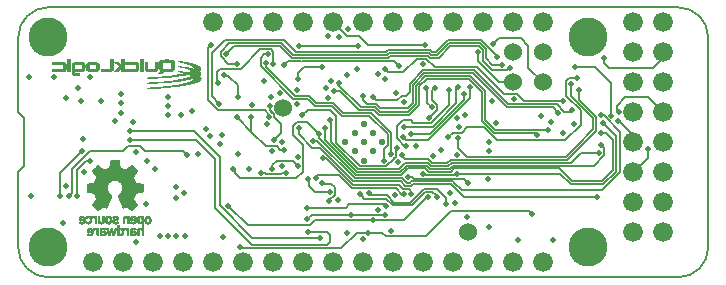
<source format=gbr>
G04 #@! TF.GenerationSoftware,KiCad,Pcbnew,5.1.5+dfsg1-2~bpo10+1*
G04 #@! TF.CreationDate,2020-05-12T19:04:25+02:00*
G04 #@! TF.ProjectId,quickfeather-board,71756963-6b66-4656-9174-6865722d626f,rev?*
G04 #@! TF.SameCoordinates,Original*
G04 #@! TF.FileFunction,Copper,L4,Bot*
G04 #@! TF.FilePolarity,Positive*
%FSLAX46Y46*%
G04 Gerber Fmt 4.6, Leading zero omitted, Abs format (unit mm)*
G04 Created by KiCad (PCBNEW 5.1.5+dfsg1-2~bpo10+1) date 2020-05-12 19:04:25*
%MOMM*%
%LPD*%
G04 APERTURE LIST*
%ADD10C,0.150000*%
%ADD11C,0.010000*%
%ADD12C,0.550000*%
%ADD13C,1.524000*%
%ADD14C,1.676400*%
%ADD15C,3.302000*%
%ADD16C,0.500000*%
%ADD17C,0.200000*%
%ADD18C,0.254000*%
G04 APERTURE END LIST*
D10*
X123101100Y-102463600D02*
X123609100Y-102971600D01*
X123609100Y-102971600D02*
X123609100Y-107035600D01*
X123609100Y-107035600D02*
X123101100Y-107543600D01*
X178981100Y-93573600D02*
G75*
G02X181521100Y-96113600I0J-2540000D01*
G01*
X181521100Y-113893600D02*
G75*
G02X178981100Y-116433600I-2540000J0D01*
G01*
X125641100Y-116433600D02*
X178981100Y-116433600D01*
X181521100Y-113893600D02*
X181521100Y-96113600D01*
X178981100Y-93573600D02*
X125641100Y-93573600D01*
X123101100Y-96113600D02*
G75*
G02X125641100Y-93573600I2540000J0D01*
G01*
X123101100Y-96113600D02*
X123101100Y-102463600D01*
X123101100Y-107543600D02*
X123101100Y-113893600D01*
X125641100Y-116433600D02*
G75*
G02X123101100Y-113893600I0J2540000D01*
G01*
D11*
G36*
X132780547Y-112239315D02*
G01*
X132744257Y-112242589D01*
X132713571Y-112248483D01*
X132686290Y-112257419D01*
X132660688Y-112269559D01*
X132630681Y-112290821D01*
X132604258Y-112319027D01*
X132584255Y-112350988D01*
X132580279Y-112359956D01*
X132568110Y-112390180D01*
X132568100Y-112877860D01*
X132692560Y-112880712D01*
X132692560Y-112852616D01*
X132693001Y-112837262D01*
X132694140Y-112827057D01*
X132695256Y-112824520D01*
X132699925Y-112827991D01*
X132708580Y-112836755D01*
X132712999Y-112841658D01*
X132731978Y-112858645D01*
X132755580Y-112870826D01*
X132785318Y-112878710D01*
X132822703Y-112882805D01*
X132837340Y-112883422D01*
X132862824Y-112883658D01*
X132886988Y-112883015D01*
X132906538Y-112881624D01*
X132915530Y-112880315D01*
X132945682Y-112871062D01*
X132976935Y-112856628D01*
X133005331Y-112839088D01*
X133024046Y-112823501D01*
X133049625Y-112791334D01*
X133066796Y-112755521D01*
X133075801Y-112717506D01*
X133076878Y-112678734D01*
X133076640Y-112677361D01*
X132956223Y-112677361D01*
X132955252Y-112700525D01*
X132946495Y-112722310D01*
X132929720Y-112740562D01*
X132927587Y-112742115D01*
X132913946Y-112750585D01*
X132899866Y-112756449D01*
X132883179Y-112760099D01*
X132861719Y-112761928D01*
X132833316Y-112762328D01*
X132817020Y-112762134D01*
X132788455Y-112761426D01*
X132767932Y-112760233D01*
X132753336Y-112758268D01*
X132742549Y-112755242D01*
X132733457Y-112750866D01*
X132733200Y-112750718D01*
X132717655Y-112738381D01*
X132706482Y-112721138D01*
X132699038Y-112697444D01*
X132694673Y-112665753D01*
X132694033Y-112657094D01*
X132691057Y-112611160D01*
X132792139Y-112611271D01*
X132827669Y-112611414D01*
X132854661Y-112611841D01*
X132874734Y-112612682D01*
X132889508Y-112614068D01*
X132900604Y-112616129D01*
X132909641Y-112618995D01*
X132914706Y-112621136D01*
X132935720Y-112635512D01*
X132949636Y-112654971D01*
X132956223Y-112677361D01*
X133076640Y-112677361D01*
X133070268Y-112640648D01*
X133056211Y-112604695D01*
X133034945Y-112572318D01*
X133006713Y-112544961D01*
X132974540Y-112525351D01*
X132959391Y-112518812D01*
X132944182Y-112513785D01*
X132927295Y-112510081D01*
X132907110Y-112507504D01*
X132882008Y-112505865D01*
X132850368Y-112504969D01*
X132810571Y-112504625D01*
X132799905Y-112504604D01*
X132691349Y-112504480D01*
X132693457Y-112456281D01*
X132695643Y-112427652D01*
X132700005Y-112406818D01*
X132707619Y-112391473D01*
X132719557Y-112379312D01*
X132733732Y-112369860D01*
X132742123Y-112365647D01*
X132751816Y-112362768D01*
X132764860Y-112360982D01*
X132783299Y-112360045D01*
X132809181Y-112359716D01*
X132819560Y-112359700D01*
X132853451Y-112360227D01*
X132879103Y-112362156D01*
X132898402Y-112366003D01*
X132913229Y-112372284D01*
X132925470Y-112381518D01*
X132934582Y-112391280D01*
X132945464Y-112404211D01*
X132994272Y-112366948D01*
X133013108Y-112352336D01*
X133028568Y-112339904D01*
X133039081Y-112330946D01*
X133043078Y-112326755D01*
X133043080Y-112326721D01*
X133039269Y-112320177D01*
X133029265Y-112309658D01*
X133015216Y-112296991D01*
X132999267Y-112284005D01*
X132983566Y-112272529D01*
X132970258Y-112264392D01*
X132969420Y-112263969D01*
X132947833Y-112254068D01*
X132927762Y-112246998D01*
X132906748Y-112242323D01*
X132882329Y-112239605D01*
X132852047Y-112238408D01*
X132824640Y-112238242D01*
X132780547Y-112239315D01*
G37*
X132780547Y-112239315D02*
X132744257Y-112242589D01*
X132713571Y-112248483D01*
X132686290Y-112257419D01*
X132660688Y-112269559D01*
X132630681Y-112290821D01*
X132604258Y-112319027D01*
X132584255Y-112350988D01*
X132580279Y-112359956D01*
X132568110Y-112390180D01*
X132568100Y-112877860D01*
X132692560Y-112880712D01*
X132692560Y-112852616D01*
X132693001Y-112837262D01*
X132694140Y-112827057D01*
X132695256Y-112824520D01*
X132699925Y-112827991D01*
X132708580Y-112836755D01*
X132712999Y-112841658D01*
X132731978Y-112858645D01*
X132755580Y-112870826D01*
X132785318Y-112878710D01*
X132822703Y-112882805D01*
X132837340Y-112883422D01*
X132862824Y-112883658D01*
X132886988Y-112883015D01*
X132906538Y-112881624D01*
X132915530Y-112880315D01*
X132945682Y-112871062D01*
X132976935Y-112856628D01*
X133005331Y-112839088D01*
X133024046Y-112823501D01*
X133049625Y-112791334D01*
X133066796Y-112755521D01*
X133075801Y-112717506D01*
X133076878Y-112678734D01*
X133076640Y-112677361D01*
X132956223Y-112677361D01*
X132955252Y-112700525D01*
X132946495Y-112722310D01*
X132929720Y-112740562D01*
X132927587Y-112742115D01*
X132913946Y-112750585D01*
X132899866Y-112756449D01*
X132883179Y-112760099D01*
X132861719Y-112761928D01*
X132833316Y-112762328D01*
X132817020Y-112762134D01*
X132788455Y-112761426D01*
X132767932Y-112760233D01*
X132753336Y-112758268D01*
X132742549Y-112755242D01*
X132733457Y-112750866D01*
X132733200Y-112750718D01*
X132717655Y-112738381D01*
X132706482Y-112721138D01*
X132699038Y-112697444D01*
X132694673Y-112665753D01*
X132694033Y-112657094D01*
X132691057Y-112611160D01*
X132792139Y-112611271D01*
X132827669Y-112611414D01*
X132854661Y-112611841D01*
X132874734Y-112612682D01*
X132889508Y-112614068D01*
X132900604Y-112616129D01*
X132909641Y-112618995D01*
X132914706Y-112621136D01*
X132935720Y-112635512D01*
X132949636Y-112654971D01*
X132956223Y-112677361D01*
X133076640Y-112677361D01*
X133070268Y-112640648D01*
X133056211Y-112604695D01*
X133034945Y-112572318D01*
X133006713Y-112544961D01*
X132974540Y-112525351D01*
X132959391Y-112518812D01*
X132944182Y-112513785D01*
X132927295Y-112510081D01*
X132907110Y-112507504D01*
X132882008Y-112505865D01*
X132850368Y-112504969D01*
X132810571Y-112504625D01*
X132799905Y-112504604D01*
X132691349Y-112504480D01*
X132693457Y-112456281D01*
X132695643Y-112427652D01*
X132700005Y-112406818D01*
X132707619Y-112391473D01*
X132719557Y-112379312D01*
X132733732Y-112369860D01*
X132742123Y-112365647D01*
X132751816Y-112362768D01*
X132764860Y-112360982D01*
X132783299Y-112360045D01*
X132809181Y-112359716D01*
X132819560Y-112359700D01*
X132853451Y-112360227D01*
X132879103Y-112362156D01*
X132898402Y-112366003D01*
X132913229Y-112372284D01*
X132925470Y-112381518D01*
X132934582Y-112391280D01*
X132945464Y-112404211D01*
X132994272Y-112366948D01*
X133013108Y-112352336D01*
X133028568Y-112339904D01*
X133039081Y-112330946D01*
X133043078Y-112326755D01*
X133043080Y-112326721D01*
X133039269Y-112320177D01*
X133029265Y-112309658D01*
X133015216Y-112296991D01*
X132999267Y-112284005D01*
X132983566Y-112272529D01*
X132970258Y-112264392D01*
X132969420Y-112263969D01*
X132947833Y-112254068D01*
X132927762Y-112246998D01*
X132906748Y-112242323D01*
X132882329Y-112239605D01*
X132852047Y-112238408D01*
X132824640Y-112238242D01*
X132780547Y-112239315D01*
G36*
X133992800Y-111237697D02*
G01*
X133944546Y-111250663D01*
X133901589Y-111272290D01*
X133863900Y-111302592D01*
X133840265Y-111329454D01*
X133821783Y-111356927D01*
X133807426Y-111386492D01*
X133796905Y-111419537D01*
X133789927Y-111457455D01*
X133786203Y-111501634D01*
X133785440Y-111553464D01*
X133786239Y-111587540D01*
X133788944Y-111636516D01*
X133793763Y-111677186D01*
X133801296Y-111711291D01*
X133812144Y-111740570D01*
X133826907Y-111766764D01*
X133846185Y-111791615D01*
X133862676Y-111809131D01*
X133896646Y-111838152D01*
X133932990Y-111858971D01*
X133973336Y-111872200D01*
X134019311Y-111878453D01*
X134048718Y-111879129D01*
X134072449Y-111878418D01*
X134094606Y-111876951D01*
X134111651Y-111874993D01*
X134116492Y-111874074D01*
X134157147Y-111859634D01*
X134196141Y-111835699D01*
X134229665Y-111806384D01*
X134252401Y-111781720D01*
X134270173Y-111757392D01*
X134283622Y-111731593D01*
X134293389Y-111702517D01*
X134300117Y-111668358D01*
X134304446Y-111627310D01*
X134306544Y-111590015D01*
X134306759Y-111562248D01*
X134178460Y-111562248D01*
X134178460Y-111648716D01*
X134162189Y-111681766D01*
X134144147Y-111711176D01*
X134122589Y-111731992D01*
X134096231Y-111744929D01*
X134063792Y-111750703D01*
X134038167Y-111750926D01*
X134014539Y-111749112D01*
X133996963Y-111745333D01*
X133981373Y-111738591D01*
X133976269Y-111735719D01*
X133956096Y-111721639D01*
X133940584Y-111705025D01*
X133929138Y-111684405D01*
X133921160Y-111658307D01*
X133916056Y-111625257D01*
X133913228Y-111583782D01*
X133913066Y-111579608D01*
X133912542Y-111528728D01*
X133915306Y-111486574D01*
X133921698Y-111452146D01*
X133932056Y-111424448D01*
X133946721Y-111402480D01*
X133966031Y-111385245D01*
X133982521Y-111375450D01*
X134014232Y-111364217D01*
X134047608Y-111360797D01*
X134080534Y-111364757D01*
X134110894Y-111375663D01*
X134136571Y-111393084D01*
X134151338Y-111409953D01*
X134160675Y-111425177D01*
X134167660Y-111440910D01*
X134172608Y-111458925D01*
X134175837Y-111481000D01*
X134177662Y-111508909D01*
X134178399Y-111544428D01*
X134178460Y-111562248D01*
X134306759Y-111562248D01*
X134307053Y-111524555D01*
X134302844Y-111466749D01*
X134293980Y-111416973D01*
X134280528Y-111375600D01*
X134263958Y-111344995D01*
X134231078Y-111304961D01*
X134194031Y-111274033D01*
X134152338Y-111251967D01*
X134105521Y-111238517D01*
X134053100Y-111233436D01*
X134046380Y-111233378D01*
X133992800Y-111237697D01*
G37*
X133992800Y-111237697D02*
X133944546Y-111250663D01*
X133901589Y-111272290D01*
X133863900Y-111302592D01*
X133840265Y-111329454D01*
X133821783Y-111356927D01*
X133807426Y-111386492D01*
X133796905Y-111419537D01*
X133789927Y-111457455D01*
X133786203Y-111501634D01*
X133785440Y-111553464D01*
X133786239Y-111587540D01*
X133788944Y-111636516D01*
X133793763Y-111677186D01*
X133801296Y-111711291D01*
X133812144Y-111740570D01*
X133826907Y-111766764D01*
X133846185Y-111791615D01*
X133862676Y-111809131D01*
X133896646Y-111838152D01*
X133932990Y-111858971D01*
X133973336Y-111872200D01*
X134019311Y-111878453D01*
X134048718Y-111879129D01*
X134072449Y-111878418D01*
X134094606Y-111876951D01*
X134111651Y-111874993D01*
X134116492Y-111874074D01*
X134157147Y-111859634D01*
X134196141Y-111835699D01*
X134229665Y-111806384D01*
X134252401Y-111781720D01*
X134270173Y-111757392D01*
X134283622Y-111731593D01*
X134293389Y-111702517D01*
X134300117Y-111668358D01*
X134304446Y-111627310D01*
X134306544Y-111590015D01*
X134306759Y-111562248D01*
X134178460Y-111562248D01*
X134178460Y-111648716D01*
X134162189Y-111681766D01*
X134144147Y-111711176D01*
X134122589Y-111731992D01*
X134096231Y-111744929D01*
X134063792Y-111750703D01*
X134038167Y-111750926D01*
X134014539Y-111749112D01*
X133996963Y-111745333D01*
X133981373Y-111738591D01*
X133976269Y-111735719D01*
X133956096Y-111721639D01*
X133940584Y-111705025D01*
X133929138Y-111684405D01*
X133921160Y-111658307D01*
X133916056Y-111625257D01*
X133913228Y-111583782D01*
X133913066Y-111579608D01*
X133912542Y-111528728D01*
X133915306Y-111486574D01*
X133921698Y-111452146D01*
X133932056Y-111424448D01*
X133946721Y-111402480D01*
X133966031Y-111385245D01*
X133982521Y-111375450D01*
X134014232Y-111364217D01*
X134047608Y-111360797D01*
X134080534Y-111364757D01*
X134110894Y-111375663D01*
X134136571Y-111393084D01*
X134151338Y-111409953D01*
X134160675Y-111425177D01*
X134167660Y-111440910D01*
X134172608Y-111458925D01*
X134175837Y-111481000D01*
X134177662Y-111508909D01*
X134178399Y-111544428D01*
X134178460Y-111562248D01*
X134306759Y-111562248D01*
X134307053Y-111524555D01*
X134302844Y-111466749D01*
X134293980Y-111416973D01*
X134280528Y-111375600D01*
X134263958Y-111344995D01*
X134231078Y-111304961D01*
X134194031Y-111274033D01*
X134152338Y-111251967D01*
X134105521Y-111238517D01*
X134053100Y-111233436D01*
X134046380Y-111233378D01*
X133992800Y-111237697D01*
G36*
X132102854Y-112238238D02*
G01*
X132074699Y-112244601D01*
X132053284Y-112252328D01*
X132032416Y-112261726D01*
X132018495Y-112269591D01*
X131997210Y-112283849D01*
X132042803Y-112338284D01*
X132059438Y-112357915D01*
X132073773Y-112374399D01*
X132084557Y-112386328D01*
X132090537Y-112392297D01*
X132091244Y-112392720D01*
X132096907Y-112390055D01*
X132106965Y-112383544D01*
X132108313Y-112382593D01*
X132133395Y-112370251D01*
X132163191Y-112364263D01*
X132194016Y-112365262D01*
X132201241Y-112366629D01*
X132234462Y-112378426D01*
X132260899Y-112397623D01*
X132279633Y-112421992D01*
X132293780Y-112446060D01*
X132298860Y-112877860D01*
X132423320Y-112880712D01*
X132423320Y-112245400D01*
X132296320Y-112245400D01*
X132296320Y-112306476D01*
X132268844Y-112284096D01*
X132231438Y-112259793D01*
X132190037Y-112243791D01*
X132146543Y-112236477D01*
X132102854Y-112238238D01*
G37*
X132102854Y-112238238D02*
X132074699Y-112244601D01*
X132053284Y-112252328D01*
X132032416Y-112261726D01*
X132018495Y-112269591D01*
X131997210Y-112283849D01*
X132042803Y-112338284D01*
X132059438Y-112357915D01*
X132073773Y-112374399D01*
X132084557Y-112386328D01*
X132090537Y-112392297D01*
X132091244Y-112392720D01*
X132096907Y-112390055D01*
X132106965Y-112383544D01*
X132108313Y-112382593D01*
X132133395Y-112370251D01*
X132163191Y-112364263D01*
X132194016Y-112365262D01*
X132201241Y-112366629D01*
X132234462Y-112378426D01*
X132260899Y-112397623D01*
X132279633Y-112421992D01*
X132293780Y-112446060D01*
X132298860Y-112877860D01*
X132423320Y-112880712D01*
X132423320Y-112245400D01*
X132296320Y-112245400D01*
X132296320Y-112306476D01*
X132268844Y-112284096D01*
X132231438Y-112259793D01*
X132190037Y-112243791D01*
X132146543Y-112236477D01*
X132102854Y-112238238D01*
G36*
X130221342Y-112236999D02*
G01*
X130168718Y-112243659D01*
X130122264Y-112256601D01*
X130082553Y-112275588D01*
X130050159Y-112300381D01*
X130025658Y-112330742D01*
X130017762Y-112345302D01*
X130012505Y-112357777D01*
X130008100Y-112371708D01*
X130004485Y-112388027D01*
X130001598Y-112407665D01*
X129999379Y-112431555D01*
X129997764Y-112460627D01*
X129996692Y-112495814D01*
X129996102Y-112538047D01*
X129995931Y-112588257D01*
X129996119Y-112647376D01*
X129996252Y-112669580D01*
X129997620Y-112877860D01*
X130124620Y-112877860D01*
X130126158Y-112851118D01*
X130127696Y-112824377D01*
X130140767Y-112839911D01*
X130163815Y-112859576D01*
X130194961Y-112873734D01*
X130233657Y-112882213D01*
X130279355Y-112884841D01*
X130283621Y-112884788D01*
X130304359Y-112884177D01*
X130322586Y-112883212D01*
X130334670Y-112882090D01*
X130335440Y-112881970D01*
X130380927Y-112869911D01*
X130420393Y-112850505D01*
X130453252Y-112824654D01*
X130478920Y-112793260D01*
X130496812Y-112757223D01*
X130506343Y-112717447D01*
X130506780Y-112685579D01*
X130386240Y-112685579D01*
X130385344Y-112703198D01*
X130381494Y-112715500D01*
X130372951Y-112727254D01*
X130369730Y-112730826D01*
X130356508Y-112743313D01*
X130342172Y-112752236D01*
X130324832Y-112758077D01*
X130302597Y-112761317D01*
X130273577Y-112762437D01*
X130246540Y-112762182D01*
X130216574Y-112761219D01*
X130194804Y-112759662D01*
X130179269Y-112757264D01*
X130168013Y-112753776D01*
X130163591Y-112751661D01*
X130147368Y-112738685D01*
X130136162Y-112719377D01*
X130129594Y-112692731D01*
X130127283Y-112657744D01*
X130127272Y-112655610D01*
X130127160Y-112611160D01*
X130224950Y-112611271D01*
X130260083Y-112611431D01*
X130286695Y-112611906D01*
X130306426Y-112612829D01*
X130320915Y-112614331D01*
X130331799Y-112616544D01*
X130340717Y-112619599D01*
X130343460Y-112620793D01*
X130366023Y-112634502D01*
X130379746Y-112651912D01*
X130385750Y-112674720D01*
X130386240Y-112685579D01*
X130506780Y-112685579D01*
X130506928Y-112674831D01*
X130498223Y-112631065D01*
X130491429Y-112611049D01*
X130483845Y-112595691D01*
X130473204Y-112581355D01*
X130457236Y-112564403D01*
X130455675Y-112562839D01*
X130439337Y-112547146D01*
X130424285Y-112534719D01*
X130409034Y-112525155D01*
X130392101Y-112518050D01*
X130372005Y-112513003D01*
X130347262Y-112509609D01*
X130316388Y-112507465D01*
X130277901Y-112506170D01*
X130244820Y-112505538D01*
X130126260Y-112503651D01*
X130127980Y-112451122D01*
X130128987Y-112426916D01*
X130130450Y-112410529D01*
X130132874Y-112399619D01*
X130136760Y-112391845D01*
X130142102Y-112385404D01*
X130161421Y-112371890D01*
X130189812Y-112362719D01*
X130227149Y-112357923D01*
X130253223Y-112357160D01*
X130287594Y-112358280D01*
X130314150Y-112362029D01*
X130335027Y-112368988D01*
X130352362Y-112379742D01*
X130359840Y-112386223D01*
X130377721Y-112403087D01*
X130425161Y-112366958D01*
X130443706Y-112352654D01*
X130458855Y-112340626D01*
X130469016Y-112332163D01*
X130472600Y-112328576D01*
X130468694Y-112319567D01*
X130458237Y-112306931D01*
X130443123Y-112292690D01*
X130427712Y-112280608D01*
X130395014Y-112261503D01*
X130357529Y-112248052D01*
X130313615Y-112239769D01*
X130279560Y-112236859D01*
X130221342Y-112236999D01*
G37*
X130221342Y-112236999D02*
X130168718Y-112243659D01*
X130122264Y-112256601D01*
X130082553Y-112275588D01*
X130050159Y-112300381D01*
X130025658Y-112330742D01*
X130017762Y-112345302D01*
X130012505Y-112357777D01*
X130008100Y-112371708D01*
X130004485Y-112388027D01*
X130001598Y-112407665D01*
X129999379Y-112431555D01*
X129997764Y-112460627D01*
X129996692Y-112495814D01*
X129996102Y-112538047D01*
X129995931Y-112588257D01*
X129996119Y-112647376D01*
X129996252Y-112669580D01*
X129997620Y-112877860D01*
X130124620Y-112877860D01*
X130126158Y-112851118D01*
X130127696Y-112824377D01*
X130140767Y-112839911D01*
X130163815Y-112859576D01*
X130194961Y-112873734D01*
X130233657Y-112882213D01*
X130279355Y-112884841D01*
X130283621Y-112884788D01*
X130304359Y-112884177D01*
X130322586Y-112883212D01*
X130334670Y-112882090D01*
X130335440Y-112881970D01*
X130380927Y-112869911D01*
X130420393Y-112850505D01*
X130453252Y-112824654D01*
X130478920Y-112793260D01*
X130496812Y-112757223D01*
X130506343Y-112717447D01*
X130506780Y-112685579D01*
X130386240Y-112685579D01*
X130385344Y-112703198D01*
X130381494Y-112715500D01*
X130372951Y-112727254D01*
X130369730Y-112730826D01*
X130356508Y-112743313D01*
X130342172Y-112752236D01*
X130324832Y-112758077D01*
X130302597Y-112761317D01*
X130273577Y-112762437D01*
X130246540Y-112762182D01*
X130216574Y-112761219D01*
X130194804Y-112759662D01*
X130179269Y-112757264D01*
X130168013Y-112753776D01*
X130163591Y-112751661D01*
X130147368Y-112738685D01*
X130136162Y-112719377D01*
X130129594Y-112692731D01*
X130127283Y-112657744D01*
X130127272Y-112655610D01*
X130127160Y-112611160D01*
X130224950Y-112611271D01*
X130260083Y-112611431D01*
X130286695Y-112611906D01*
X130306426Y-112612829D01*
X130320915Y-112614331D01*
X130331799Y-112616544D01*
X130340717Y-112619599D01*
X130343460Y-112620793D01*
X130366023Y-112634502D01*
X130379746Y-112651912D01*
X130385750Y-112674720D01*
X130386240Y-112685579D01*
X130506780Y-112685579D01*
X130506928Y-112674831D01*
X130498223Y-112631065D01*
X130491429Y-112611049D01*
X130483845Y-112595691D01*
X130473204Y-112581355D01*
X130457236Y-112564403D01*
X130455675Y-112562839D01*
X130439337Y-112547146D01*
X130424285Y-112534719D01*
X130409034Y-112525155D01*
X130392101Y-112518050D01*
X130372005Y-112513003D01*
X130347262Y-112509609D01*
X130316388Y-112507465D01*
X130277901Y-112506170D01*
X130244820Y-112505538D01*
X130126260Y-112503651D01*
X130127980Y-112451122D01*
X130128987Y-112426916D01*
X130130450Y-112410529D01*
X130132874Y-112399619D01*
X130136760Y-112391845D01*
X130142102Y-112385404D01*
X130161421Y-112371890D01*
X130189812Y-112362719D01*
X130227149Y-112357923D01*
X130253223Y-112357160D01*
X130287594Y-112358280D01*
X130314150Y-112362029D01*
X130335027Y-112368988D01*
X130352362Y-112379742D01*
X130359840Y-112386223D01*
X130377721Y-112403087D01*
X130425161Y-112366958D01*
X130443706Y-112352654D01*
X130458855Y-112340626D01*
X130469016Y-112332163D01*
X130472600Y-112328576D01*
X130468694Y-112319567D01*
X130458237Y-112306931D01*
X130443123Y-112292690D01*
X130427712Y-112280608D01*
X130395014Y-112261503D01*
X130357529Y-112248052D01*
X130313615Y-112239769D01*
X130279560Y-112236859D01*
X130221342Y-112236999D01*
G36*
X132096737Y-111240625D02*
G01*
X132056274Y-111256680D01*
X132020142Y-111280399D01*
X131989490Y-111310984D01*
X131965466Y-111347638D01*
X131949218Y-111389565D01*
X131946437Y-111401100D01*
X131944809Y-111414425D01*
X131943446Y-111437693D01*
X131942353Y-111470687D01*
X131941534Y-111513193D01*
X131940995Y-111564996D01*
X131940741Y-111625881D01*
X131940720Y-111651290D01*
X131940720Y-111874560D01*
X132067297Y-111874560D01*
X132068779Y-111664638D01*
X132070260Y-111454716D01*
X132085578Y-111424777D01*
X132104099Y-111396999D01*
X132127360Y-111377722D01*
X132156409Y-111366288D01*
X132184760Y-111362331D01*
X132206329Y-111362251D01*
X132226452Y-111364089D01*
X132238101Y-111366626D01*
X132260316Y-111378058D01*
X132282147Y-111396281D01*
X132300417Y-111418318D01*
X132308564Y-111432600D01*
X132311190Y-111438654D01*
X132313356Y-111445119D01*
X132315115Y-111453012D01*
X132316520Y-111463351D01*
X132317625Y-111477153D01*
X132318483Y-111495435D01*
X132319148Y-111519216D01*
X132319673Y-111549513D01*
X132320111Y-111587343D01*
X132320516Y-111633724D01*
X132320757Y-111665010D01*
X132322334Y-111874560D01*
X132448720Y-111874560D01*
X132448720Y-111239560D01*
X132321720Y-111239560D01*
X132321720Y-111305716D01*
X132292895Y-111282238D01*
X132260955Y-111259612D01*
X132228999Y-111244698D01*
X132193198Y-111235790D01*
X132186066Y-111234696D01*
X132140384Y-111233031D01*
X132096737Y-111240625D01*
G37*
X132096737Y-111240625D02*
X132056274Y-111256680D01*
X132020142Y-111280399D01*
X131989490Y-111310984D01*
X131965466Y-111347638D01*
X131949218Y-111389565D01*
X131946437Y-111401100D01*
X131944809Y-111414425D01*
X131943446Y-111437693D01*
X131942353Y-111470687D01*
X131941534Y-111513193D01*
X131940995Y-111564996D01*
X131940741Y-111625881D01*
X131940720Y-111651290D01*
X131940720Y-111874560D01*
X132067297Y-111874560D01*
X132068779Y-111664638D01*
X132070260Y-111454716D01*
X132085578Y-111424777D01*
X132104099Y-111396999D01*
X132127360Y-111377722D01*
X132156409Y-111366288D01*
X132184760Y-111362331D01*
X132206329Y-111362251D01*
X132226452Y-111364089D01*
X132238101Y-111366626D01*
X132260316Y-111378058D01*
X132282147Y-111396281D01*
X132300417Y-111418318D01*
X132308564Y-111432600D01*
X132311190Y-111438654D01*
X132313356Y-111445119D01*
X132315115Y-111453012D01*
X132316520Y-111463351D01*
X132317625Y-111477153D01*
X132318483Y-111495435D01*
X132319148Y-111519216D01*
X132319673Y-111549513D01*
X132320111Y-111587343D01*
X132320516Y-111633724D01*
X132320757Y-111665010D01*
X132322334Y-111874560D01*
X132448720Y-111874560D01*
X132448720Y-111239560D01*
X132321720Y-111239560D01*
X132321720Y-111305716D01*
X132292895Y-111282238D01*
X132260955Y-111259612D01*
X132228999Y-111244698D01*
X132193198Y-111235790D01*
X132186066Y-111234696D01*
X132140384Y-111233031D01*
X132096737Y-111240625D01*
G36*
X130217542Y-111449481D02*
G01*
X130216060Y-111659403D01*
X130200743Y-111689342D01*
X130182401Y-111716956D01*
X130159425Y-111736139D01*
X130130669Y-111747609D01*
X130100830Y-111751829D01*
X130066560Y-111750846D01*
X130038478Y-111743099D01*
X130014581Y-111727838D01*
X130001225Y-111714544D01*
X129993357Y-111705449D01*
X129986828Y-111696985D01*
X129981503Y-111688138D01*
X129977249Y-111677892D01*
X129973931Y-111665230D01*
X129971416Y-111649138D01*
X129969570Y-111628599D01*
X129968258Y-111602598D01*
X129967347Y-111570120D01*
X129966703Y-111530149D01*
X129966191Y-111481669D01*
X129965879Y-111446570D01*
X129964074Y-111239560D01*
X129837600Y-111239560D01*
X129837600Y-111874560D01*
X129964600Y-111874560D01*
X129964600Y-111841540D01*
X129964992Y-111824722D01*
X129966018Y-111812829D01*
X129967392Y-111808520D01*
X129972290Y-111811785D01*
X129981805Y-111820148D01*
X129988982Y-111827012D01*
X130003728Y-111839017D01*
X130023318Y-111851776D01*
X130040800Y-111861169D01*
X130057979Y-111868739D01*
X130073148Y-111873568D01*
X130089803Y-111876373D01*
X130111442Y-111877869D01*
X130124620Y-111878333D01*
X130152143Y-111878599D01*
X130172702Y-111877290D01*
X130189417Y-111874078D01*
X130200999Y-111870339D01*
X130223788Y-111861300D01*
X130240995Y-111852516D01*
X130256469Y-111841580D01*
X130274061Y-111826082D01*
X130278723Y-111821703D01*
X130307682Y-111787608D01*
X130329000Y-111748067D01*
X130339884Y-111713019D01*
X130341512Y-111699694D01*
X130342875Y-111676426D01*
X130343968Y-111643432D01*
X130344787Y-111600926D01*
X130345326Y-111549123D01*
X130345580Y-111488238D01*
X130345600Y-111462829D01*
X130345600Y-111239560D01*
X130219024Y-111239560D01*
X130217542Y-111449481D01*
G37*
X130217542Y-111449481D02*
X130216060Y-111659403D01*
X130200743Y-111689342D01*
X130182401Y-111716956D01*
X130159425Y-111736139D01*
X130130669Y-111747609D01*
X130100830Y-111751829D01*
X130066560Y-111750846D01*
X130038478Y-111743099D01*
X130014581Y-111727838D01*
X130001225Y-111714544D01*
X129993357Y-111705449D01*
X129986828Y-111696985D01*
X129981503Y-111688138D01*
X129977249Y-111677892D01*
X129973931Y-111665230D01*
X129971416Y-111649138D01*
X129969570Y-111628599D01*
X129968258Y-111602598D01*
X129967347Y-111570120D01*
X129966703Y-111530149D01*
X129966191Y-111481669D01*
X129965879Y-111446570D01*
X129964074Y-111239560D01*
X129837600Y-111239560D01*
X129837600Y-111874560D01*
X129964600Y-111874560D01*
X129964600Y-111841540D01*
X129964992Y-111824722D01*
X129966018Y-111812829D01*
X129967392Y-111808520D01*
X129972290Y-111811785D01*
X129981805Y-111820148D01*
X129988982Y-111827012D01*
X130003728Y-111839017D01*
X130023318Y-111851776D01*
X130040800Y-111861169D01*
X130057979Y-111868739D01*
X130073148Y-111873568D01*
X130089803Y-111876373D01*
X130111442Y-111877869D01*
X130124620Y-111878333D01*
X130152143Y-111878599D01*
X130172702Y-111877290D01*
X130189417Y-111874078D01*
X130200999Y-111870339D01*
X130223788Y-111861300D01*
X130240995Y-111852516D01*
X130256469Y-111841580D01*
X130274061Y-111826082D01*
X130278723Y-111821703D01*
X130307682Y-111787608D01*
X130329000Y-111748067D01*
X130339884Y-111713019D01*
X130341512Y-111699694D01*
X130342875Y-111676426D01*
X130343968Y-111643432D01*
X130344787Y-111600926D01*
X130345326Y-111549123D01*
X130345580Y-111488238D01*
X130345600Y-111462829D01*
X130345600Y-111239560D01*
X130219024Y-111239560D01*
X130217542Y-111449481D01*
G36*
X131224650Y-112457490D02*
G01*
X131212403Y-112502490D01*
X131200878Y-112544699D01*
X131190367Y-112583055D01*
X131181165Y-112616495D01*
X131173563Y-112643954D01*
X131167855Y-112664372D01*
X131164334Y-112676683D01*
X131163392Y-112679740D01*
X131161210Y-112679338D01*
X131156932Y-112671268D01*
X131150419Y-112655151D01*
X131141529Y-112630610D01*
X131130125Y-112597267D01*
X131116066Y-112554744D01*
X131107983Y-112529880D01*
X131094413Y-112487974D01*
X131080834Y-112446094D01*
X131067826Y-112406028D01*
X131055972Y-112369566D01*
X131045852Y-112338496D01*
X131038049Y-112314608D01*
X131035761Y-112307630D01*
X131015319Y-112245400D01*
X130921501Y-112245400D01*
X130853769Y-112454950D01*
X130839355Y-112499489D01*
X130825766Y-112541381D01*
X130813349Y-112579560D01*
X130802450Y-112612961D01*
X130793419Y-112640522D01*
X130786603Y-112661177D01*
X130782349Y-112673863D01*
X130781174Y-112677200D01*
X130779629Y-112678889D01*
X130777394Y-112676821D01*
X130774246Y-112670282D01*
X130769961Y-112658558D01*
X130764315Y-112640935D01*
X130757086Y-112616700D01*
X130748048Y-112585138D01*
X130736978Y-112545537D01*
X130723653Y-112497181D01*
X130716085Y-112469532D01*
X130703614Y-112424020D01*
X130691928Y-112381592D01*
X130681302Y-112343238D01*
X130672014Y-112309950D01*
X130664342Y-112282718D01*
X130658563Y-112262534D01*
X130654954Y-112250387D01*
X130653824Y-112247129D01*
X130648268Y-112246472D01*
X130634525Y-112246125D01*
X130614561Y-112246104D01*
X130590346Y-112246428D01*
X130586033Y-112246517D01*
X130520276Y-112247940D01*
X130603117Y-112507020D01*
X130619534Y-112558382D01*
X130635564Y-112608567D01*
X130650835Y-112656411D01*
X130664974Y-112700747D01*
X130677612Y-112740409D01*
X130688376Y-112774232D01*
X130696894Y-112801048D01*
X130702794Y-112819693D01*
X130703966Y-112823414D01*
X130721973Y-112880728D01*
X130834699Y-112877860D01*
X130901092Y-112655026D01*
X130918246Y-112597813D01*
X130932803Y-112550057D01*
X130944875Y-112511423D01*
X130954572Y-112481574D01*
X130962006Y-112460176D01*
X130967286Y-112446893D01*
X130970524Y-112441389D01*
X130971526Y-112441666D01*
X130973801Y-112448440D01*
X130978635Y-112463891D01*
X130985705Y-112486953D01*
X130994689Y-112516559D01*
X131005263Y-112551644D01*
X131017104Y-112591141D01*
X131029891Y-112633984D01*
X131036702Y-112656880D01*
X131049810Y-112700989D01*
X131062081Y-112742277D01*
X131073200Y-112779681D01*
X131082851Y-112812140D01*
X131090718Y-112838593D01*
X131096486Y-112857977D01*
X131099839Y-112869231D01*
X131100521Y-112871510D01*
X131102869Y-112875457D01*
X131108269Y-112878044D01*
X131118525Y-112879547D01*
X131135443Y-112880240D01*
X131158902Y-112880400D01*
X131186077Y-112879996D01*
X131204137Y-112878712D01*
X131214099Y-112876435D01*
X131216855Y-112874050D01*
X131218758Y-112868209D01*
X131223479Y-112853530D01*
X131230750Y-112830851D01*
X131240300Y-112801014D01*
X131251862Y-112764860D01*
X131265167Y-112723228D01*
X131279946Y-112676959D01*
X131295930Y-112626894D01*
X131312850Y-112573873D01*
X131316102Y-112563680D01*
X131333181Y-112510171D01*
X131349387Y-112459438D01*
X131364450Y-112412327D01*
X131378100Y-112369680D01*
X131390066Y-112332341D01*
X131400078Y-112301153D01*
X131407866Y-112276960D01*
X131413160Y-112260604D01*
X131415688Y-112252930D01*
X131415831Y-112252530D01*
X131415395Y-112249602D01*
X131410538Y-112247575D01*
X131399883Y-112246300D01*
X131382052Y-112245626D01*
X131355668Y-112245403D01*
X131350424Y-112245400D01*
X131282280Y-112245400D01*
X131224650Y-112457490D01*
G37*
X131224650Y-112457490D02*
X131212403Y-112502490D01*
X131200878Y-112544699D01*
X131190367Y-112583055D01*
X131181165Y-112616495D01*
X131173563Y-112643954D01*
X131167855Y-112664372D01*
X131164334Y-112676683D01*
X131163392Y-112679740D01*
X131161210Y-112679338D01*
X131156932Y-112671268D01*
X131150419Y-112655151D01*
X131141529Y-112630610D01*
X131130125Y-112597267D01*
X131116066Y-112554744D01*
X131107983Y-112529880D01*
X131094413Y-112487974D01*
X131080834Y-112446094D01*
X131067826Y-112406028D01*
X131055972Y-112369566D01*
X131045852Y-112338496D01*
X131038049Y-112314608D01*
X131035761Y-112307630D01*
X131015319Y-112245400D01*
X130921501Y-112245400D01*
X130853769Y-112454950D01*
X130839355Y-112499489D01*
X130825766Y-112541381D01*
X130813349Y-112579560D01*
X130802450Y-112612961D01*
X130793419Y-112640522D01*
X130786603Y-112661177D01*
X130782349Y-112673863D01*
X130781174Y-112677200D01*
X130779629Y-112678889D01*
X130777394Y-112676821D01*
X130774246Y-112670282D01*
X130769961Y-112658558D01*
X130764315Y-112640935D01*
X130757086Y-112616700D01*
X130748048Y-112585138D01*
X130736978Y-112545537D01*
X130723653Y-112497181D01*
X130716085Y-112469532D01*
X130703614Y-112424020D01*
X130691928Y-112381592D01*
X130681302Y-112343238D01*
X130672014Y-112309950D01*
X130664342Y-112282718D01*
X130658563Y-112262534D01*
X130654954Y-112250387D01*
X130653824Y-112247129D01*
X130648268Y-112246472D01*
X130634525Y-112246125D01*
X130614561Y-112246104D01*
X130590346Y-112246428D01*
X130586033Y-112246517D01*
X130520276Y-112247940D01*
X130603117Y-112507020D01*
X130619534Y-112558382D01*
X130635564Y-112608567D01*
X130650835Y-112656411D01*
X130664974Y-112700747D01*
X130677612Y-112740409D01*
X130688376Y-112774232D01*
X130696894Y-112801048D01*
X130702794Y-112819693D01*
X130703966Y-112823414D01*
X130721973Y-112880728D01*
X130834699Y-112877860D01*
X130901092Y-112655026D01*
X130918246Y-112597813D01*
X130932803Y-112550057D01*
X130944875Y-112511423D01*
X130954572Y-112481574D01*
X130962006Y-112460176D01*
X130967286Y-112446893D01*
X130970524Y-112441389D01*
X130971526Y-112441666D01*
X130973801Y-112448440D01*
X130978635Y-112463891D01*
X130985705Y-112486953D01*
X130994689Y-112516559D01*
X131005263Y-112551644D01*
X131017104Y-112591141D01*
X131029891Y-112633984D01*
X131036702Y-112656880D01*
X131049810Y-112700989D01*
X131062081Y-112742277D01*
X131073200Y-112779681D01*
X131082851Y-112812140D01*
X131090718Y-112838593D01*
X131096486Y-112857977D01*
X131099839Y-112869231D01*
X131100521Y-112871510D01*
X131102869Y-112875457D01*
X131108269Y-112878044D01*
X131118525Y-112879547D01*
X131135443Y-112880240D01*
X131158902Y-112880400D01*
X131186077Y-112879996D01*
X131204137Y-112878712D01*
X131214099Y-112876435D01*
X131216855Y-112874050D01*
X131218758Y-112868209D01*
X131223479Y-112853530D01*
X131230750Y-112830851D01*
X131240300Y-112801014D01*
X131251862Y-112764860D01*
X131265167Y-112723228D01*
X131279946Y-112676959D01*
X131295930Y-112626894D01*
X131312850Y-112573873D01*
X131316102Y-112563680D01*
X131333181Y-112510171D01*
X131349387Y-112459438D01*
X131364450Y-112412327D01*
X131378100Y-112369680D01*
X131390066Y-112332341D01*
X131400078Y-112301153D01*
X131407866Y-112276960D01*
X131413160Y-112260604D01*
X131415688Y-112252930D01*
X131415831Y-112252530D01*
X131415395Y-112249602D01*
X131410538Y-112247575D01*
X131399883Y-112246300D01*
X131382052Y-112245626D01*
X131355668Y-112245403D01*
X131350424Y-112245400D01*
X131282280Y-112245400D01*
X131224650Y-112457490D01*
G36*
X131255565Y-111236290D02*
G01*
X131205502Y-111246516D01*
X131157714Y-111262883D01*
X131113888Y-111285338D01*
X131105152Y-111290950D01*
X131066783Y-111316613D01*
X131081679Y-111335236D01*
X131093101Y-111348960D01*
X131107974Y-111366104D01*
X131121138Y-111380812D01*
X131145700Y-111407765D01*
X131189132Y-111385253D01*
X131227378Y-111368638D01*
X131266057Y-111357694D01*
X131303682Y-111352406D01*
X131338763Y-111352759D01*
X131369813Y-111358740D01*
X131395344Y-111370334D01*
X131413791Y-111387421D01*
X131421374Y-111404974D01*
X131423826Y-111425072D01*
X131423072Y-111441359D01*
X131418935Y-111452295D01*
X131409526Y-111462579D01*
X131408336Y-111463652D01*
X131398503Y-111471350D01*
X131387329Y-111477354D01*
X131373193Y-111482032D01*
X131354476Y-111485758D01*
X131329555Y-111488903D01*
X131296811Y-111491837D01*
X131279589Y-111493152D01*
X131232590Y-111497683D01*
X131194241Y-111503880D01*
X131163114Y-111512107D01*
X131137784Y-111522730D01*
X131119476Y-111534113D01*
X131093735Y-111559048D01*
X131073562Y-111590958D01*
X131059763Y-111627847D01*
X131053141Y-111667716D01*
X131053357Y-111698235D01*
X131061569Y-111740433D01*
X131078565Y-111777744D01*
X131104069Y-111809882D01*
X131137805Y-111836556D01*
X131179497Y-111857478D01*
X131217255Y-111869591D01*
X131254758Y-111876323D01*
X131297777Y-111879429D01*
X131342335Y-111878915D01*
X131384460Y-111874789D01*
X131412400Y-111869242D01*
X131436026Y-111861921D01*
X131463126Y-111851702D01*
X131488305Y-111840640D01*
X131491140Y-111839255D01*
X131510473Y-111828794D01*
X131531122Y-111816196D01*
X131551216Y-111802789D01*
X131568885Y-111789899D01*
X131582258Y-111778855D01*
X131589463Y-111770984D01*
X131590200Y-111768963D01*
X131586801Y-111764073D01*
X131577553Y-111753644D01*
X131563887Y-111739225D01*
X131547907Y-111723042D01*
X131505614Y-111680968D01*
X131480797Y-111701476D01*
X131443926Y-111727385D01*
X131404939Y-111745281D01*
X131361848Y-111755833D01*
X131312669Y-111759712D01*
X131308260Y-111759755D01*
X131282609Y-111759485D01*
X131263903Y-111758045D01*
X131248951Y-111754954D01*
X131234563Y-111749730D01*
X131230647Y-111748019D01*
X131205447Y-111732570D01*
X131188511Y-111713048D01*
X131180389Y-111690578D01*
X131181635Y-111666283D01*
X131185218Y-111655483D01*
X131191022Y-111644717D01*
X131199267Y-111636216D01*
X131211305Y-111629523D01*
X131228489Y-111624181D01*
X131252173Y-111619732D01*
X131283709Y-111615721D01*
X131311238Y-111612923D01*
X131348821Y-111609147D01*
X131378171Y-111605627D01*
X131401193Y-111601963D01*
X131419793Y-111597757D01*
X131435877Y-111592610D01*
X131451349Y-111586123D01*
X131460660Y-111581656D01*
X131494991Y-111559441D01*
X131521472Y-111530920D01*
X131539818Y-111496567D01*
X131549744Y-111456856D01*
X131551544Y-111430060D01*
X131550838Y-111407399D01*
X131548785Y-111385711D01*
X131545813Y-111369383D01*
X131545507Y-111368300D01*
X131532750Y-111339071D01*
X131512839Y-111310140D01*
X131488277Y-111284966D01*
X131480980Y-111279118D01*
X131444838Y-111257847D01*
X131402539Y-111242982D01*
X131355769Y-111234469D01*
X131306216Y-111232256D01*
X131255565Y-111236290D01*
G37*
X131255565Y-111236290D02*
X131205502Y-111246516D01*
X131157714Y-111262883D01*
X131113888Y-111285338D01*
X131105152Y-111290950D01*
X131066783Y-111316613D01*
X131081679Y-111335236D01*
X131093101Y-111348960D01*
X131107974Y-111366104D01*
X131121138Y-111380812D01*
X131145700Y-111407765D01*
X131189132Y-111385253D01*
X131227378Y-111368638D01*
X131266057Y-111357694D01*
X131303682Y-111352406D01*
X131338763Y-111352759D01*
X131369813Y-111358740D01*
X131395344Y-111370334D01*
X131413791Y-111387421D01*
X131421374Y-111404974D01*
X131423826Y-111425072D01*
X131423072Y-111441359D01*
X131418935Y-111452295D01*
X131409526Y-111462579D01*
X131408336Y-111463652D01*
X131398503Y-111471350D01*
X131387329Y-111477354D01*
X131373193Y-111482032D01*
X131354476Y-111485758D01*
X131329555Y-111488903D01*
X131296811Y-111491837D01*
X131279589Y-111493152D01*
X131232590Y-111497683D01*
X131194241Y-111503880D01*
X131163114Y-111512107D01*
X131137784Y-111522730D01*
X131119476Y-111534113D01*
X131093735Y-111559048D01*
X131073562Y-111590958D01*
X131059763Y-111627847D01*
X131053141Y-111667716D01*
X131053357Y-111698235D01*
X131061569Y-111740433D01*
X131078565Y-111777744D01*
X131104069Y-111809882D01*
X131137805Y-111836556D01*
X131179497Y-111857478D01*
X131217255Y-111869591D01*
X131254758Y-111876323D01*
X131297777Y-111879429D01*
X131342335Y-111878915D01*
X131384460Y-111874789D01*
X131412400Y-111869242D01*
X131436026Y-111861921D01*
X131463126Y-111851702D01*
X131488305Y-111840640D01*
X131491140Y-111839255D01*
X131510473Y-111828794D01*
X131531122Y-111816196D01*
X131551216Y-111802789D01*
X131568885Y-111789899D01*
X131582258Y-111778855D01*
X131589463Y-111770984D01*
X131590200Y-111768963D01*
X131586801Y-111764073D01*
X131577553Y-111753644D01*
X131563887Y-111739225D01*
X131547907Y-111723042D01*
X131505614Y-111680968D01*
X131480797Y-111701476D01*
X131443926Y-111727385D01*
X131404939Y-111745281D01*
X131361848Y-111755833D01*
X131312669Y-111759712D01*
X131308260Y-111759755D01*
X131282609Y-111759485D01*
X131263903Y-111758045D01*
X131248951Y-111754954D01*
X131234563Y-111749730D01*
X131230647Y-111748019D01*
X131205447Y-111732570D01*
X131188511Y-111713048D01*
X131180389Y-111690578D01*
X131181635Y-111666283D01*
X131185218Y-111655483D01*
X131191022Y-111644717D01*
X131199267Y-111636216D01*
X131211305Y-111629523D01*
X131228489Y-111624181D01*
X131252173Y-111619732D01*
X131283709Y-111615721D01*
X131311238Y-111612923D01*
X131348821Y-111609147D01*
X131378171Y-111605627D01*
X131401193Y-111601963D01*
X131419793Y-111597757D01*
X131435877Y-111592610D01*
X131451349Y-111586123D01*
X131460660Y-111581656D01*
X131494991Y-111559441D01*
X131521472Y-111530920D01*
X131539818Y-111496567D01*
X131549744Y-111456856D01*
X131551544Y-111430060D01*
X131550838Y-111407399D01*
X131548785Y-111385711D01*
X131545813Y-111369383D01*
X131545507Y-111368300D01*
X131532750Y-111339071D01*
X131512839Y-111310140D01*
X131488277Y-111284966D01*
X131480980Y-111279118D01*
X131444838Y-111257847D01*
X131402539Y-111242982D01*
X131355769Y-111234469D01*
X131306216Y-111232256D01*
X131255565Y-111236290D01*
G36*
X128424727Y-111237568D02*
G01*
X128376828Y-111250853D01*
X128333357Y-111272412D01*
X128295204Y-111301537D01*
X128263262Y-111337520D01*
X128238424Y-111379655D01*
X128221579Y-111427232D01*
X128219307Y-111437060D01*
X128216374Y-111456475D01*
X128214039Y-111482774D01*
X128212536Y-111512686D01*
X128212089Y-111538010D01*
X128212000Y-111605320D01*
X128609549Y-111605320D01*
X128606039Y-111631782D01*
X128596581Y-111671612D01*
X128579892Y-111704363D01*
X128556277Y-111729772D01*
X128526039Y-111747575D01*
X128489482Y-111757510D01*
X128458380Y-111759640D01*
X128414826Y-111755448D01*
X128376875Y-111743113D01*
X128343681Y-111722349D01*
X128339733Y-111719068D01*
X128330927Y-111711350D01*
X128324295Y-111706489D01*
X128318141Y-111705071D01*
X128310770Y-111707681D01*
X128300485Y-111714902D01*
X128285591Y-111727319D01*
X128265340Y-111744705D01*
X128249522Y-111758193D01*
X128236797Y-111768982D01*
X128229013Y-111775509D01*
X128227547Y-111776687D01*
X128229698Y-111780775D01*
X128237460Y-111790033D01*
X128249194Y-111802516D01*
X128250089Y-111803428D01*
X128279240Y-111827729D01*
X128314922Y-111849171D01*
X128353543Y-111865758D01*
X128372754Y-111871587D01*
X128398839Y-111876142D01*
X128431250Y-111878603D01*
X128466373Y-111878970D01*
X128500592Y-111877242D01*
X128530291Y-111873420D01*
X128538979Y-111871580D01*
X128584964Y-111855449D01*
X128625727Y-111830795D01*
X128660875Y-111798033D01*
X128690013Y-111757579D01*
X128712750Y-111709850D01*
X128723554Y-111676440D01*
X128727959Y-111653110D01*
X128730985Y-111622361D01*
X128732635Y-111586840D01*
X128732911Y-111549192D01*
X128731813Y-111512065D01*
X128730837Y-111498640D01*
X128609394Y-111498640D01*
X128337870Y-111498640D01*
X128341224Y-111479590D01*
X128351988Y-111438409D01*
X128368417Y-111405533D01*
X128390707Y-111380705D01*
X128419056Y-111363666D01*
X128433481Y-111358575D01*
X128471129Y-111352230D01*
X128506087Y-111355258D01*
X128537411Y-111367023D01*
X128564153Y-111386889D01*
X128585368Y-111414219D01*
X128600110Y-111448378D01*
X128605857Y-111474510D01*
X128609394Y-111498640D01*
X128730837Y-111498640D01*
X128729344Y-111478104D01*
X128725505Y-111449957D01*
X128723413Y-111440220D01*
X128705859Y-111387687D01*
X128681503Y-111342161D01*
X128650812Y-111304031D01*
X128614249Y-111273685D01*
X128572281Y-111251515D01*
X128525372Y-111237908D01*
X128476160Y-111233265D01*
X128424727Y-111237568D01*
G37*
X128424727Y-111237568D02*
X128376828Y-111250853D01*
X128333357Y-111272412D01*
X128295204Y-111301537D01*
X128263262Y-111337520D01*
X128238424Y-111379655D01*
X128221579Y-111427232D01*
X128219307Y-111437060D01*
X128216374Y-111456475D01*
X128214039Y-111482774D01*
X128212536Y-111512686D01*
X128212089Y-111538010D01*
X128212000Y-111605320D01*
X128609549Y-111605320D01*
X128606039Y-111631782D01*
X128596581Y-111671612D01*
X128579892Y-111704363D01*
X128556277Y-111729772D01*
X128526039Y-111747575D01*
X128489482Y-111757510D01*
X128458380Y-111759640D01*
X128414826Y-111755448D01*
X128376875Y-111743113D01*
X128343681Y-111722349D01*
X128339733Y-111719068D01*
X128330927Y-111711350D01*
X128324295Y-111706489D01*
X128318141Y-111705071D01*
X128310770Y-111707681D01*
X128300485Y-111714902D01*
X128285591Y-111727319D01*
X128265340Y-111744705D01*
X128249522Y-111758193D01*
X128236797Y-111768982D01*
X128229013Y-111775509D01*
X128227547Y-111776687D01*
X128229698Y-111780775D01*
X128237460Y-111790033D01*
X128249194Y-111802516D01*
X128250089Y-111803428D01*
X128279240Y-111827729D01*
X128314922Y-111849171D01*
X128353543Y-111865758D01*
X128372754Y-111871587D01*
X128398839Y-111876142D01*
X128431250Y-111878603D01*
X128466373Y-111878970D01*
X128500592Y-111877242D01*
X128530291Y-111873420D01*
X128538979Y-111871580D01*
X128584964Y-111855449D01*
X128625727Y-111830795D01*
X128660875Y-111798033D01*
X128690013Y-111757579D01*
X128712750Y-111709850D01*
X128723554Y-111676440D01*
X128727959Y-111653110D01*
X128730985Y-111622361D01*
X128732635Y-111586840D01*
X128732911Y-111549192D01*
X128731813Y-111512065D01*
X128730837Y-111498640D01*
X128609394Y-111498640D01*
X128337870Y-111498640D01*
X128341224Y-111479590D01*
X128351988Y-111438409D01*
X128368417Y-111405533D01*
X128390707Y-111380705D01*
X128419056Y-111363666D01*
X128433481Y-111358575D01*
X128471129Y-111352230D01*
X128506087Y-111355258D01*
X128537411Y-111367023D01*
X128564153Y-111386889D01*
X128585368Y-111414219D01*
X128600110Y-111448378D01*
X128605857Y-111474510D01*
X128609394Y-111498640D01*
X128730837Y-111498640D01*
X128729344Y-111478104D01*
X128725505Y-111449957D01*
X128723413Y-111440220D01*
X128705859Y-111387687D01*
X128681503Y-111342161D01*
X128650812Y-111304031D01*
X128614249Y-111273685D01*
X128572281Y-111251515D01*
X128525372Y-111237908D01*
X128476160Y-111233265D01*
X128424727Y-111237568D01*
G36*
X131196056Y-106479615D02*
G01*
X131141497Y-106479677D01*
X131095553Y-106479806D01*
X131057448Y-106480025D01*
X131026410Y-106480354D01*
X131001666Y-106480815D01*
X130982443Y-106481429D01*
X130967966Y-106482219D01*
X130957463Y-106483206D01*
X130950161Y-106484411D01*
X130945287Y-106485856D01*
X130942066Y-106487562D01*
X130940870Y-106488489D01*
X130938469Y-106491557D01*
X130935857Y-106497220D01*
X130932881Y-106506198D01*
X130929388Y-106519215D01*
X130925224Y-106536990D01*
X130920236Y-106560245D01*
X130914271Y-106589702D01*
X130907175Y-106626081D01*
X130898795Y-106670104D01*
X130888979Y-106722493D01*
X130877572Y-106783967D01*
X130874206Y-106802180D01*
X130864062Y-106856772D01*
X130854307Y-106908614D01*
X130845120Y-106956803D01*
X130836679Y-107000437D01*
X130829161Y-107038614D01*
X130822743Y-107070433D01*
X130817603Y-107094992D01*
X130813920Y-107111389D01*
X130811870Y-107118723D01*
X130811831Y-107118803D01*
X130803188Y-107130153D01*
X130795641Y-107136032D01*
X130783832Y-107141707D01*
X130764465Y-107150244D01*
X130738725Y-107161172D01*
X130707800Y-107174021D01*
X130672875Y-107188321D01*
X130635136Y-107203599D01*
X130595769Y-107219386D01*
X130555961Y-107235210D01*
X130516897Y-107250601D01*
X130479763Y-107265087D01*
X130445745Y-107278199D01*
X130416030Y-107289464D01*
X130391803Y-107298412D01*
X130374251Y-107304573D01*
X130364560Y-107307475D01*
X130363379Y-107307640D01*
X130348275Y-107304380D01*
X130328126Y-107294288D01*
X130311901Y-107283882D01*
X130297625Y-107274135D01*
X130276138Y-107259436D01*
X130248608Y-107240586D01*
X130216200Y-107218382D01*
X130180079Y-107193625D01*
X130141412Y-107167114D01*
X130101364Y-107139649D01*
X130061101Y-107112029D01*
X130021788Y-107085055D01*
X129984592Y-107059524D01*
X129950677Y-107036238D01*
X129921211Y-107015995D01*
X129897357Y-106999596D01*
X129882501Y-106989368D01*
X129861120Y-106975240D01*
X129841766Y-106963564D01*
X129826432Y-106955467D01*
X129817110Y-106952077D01*
X129816527Y-106952040D01*
X129811952Y-106954002D01*
X129803577Y-106960136D01*
X129791012Y-106970813D01*
X129773867Y-106986402D01*
X129751751Y-107007273D01*
X129724274Y-107033797D01*
X129691048Y-107066344D01*
X129651680Y-107105284D01*
X129605781Y-107150987D01*
X129584936Y-107171815D01*
X129538506Y-107218310D01*
X129498831Y-107258201D01*
X129465423Y-107292006D01*
X129437795Y-107320244D01*
X129415456Y-107343435D01*
X129397919Y-107362098D01*
X129384696Y-107376752D01*
X129375298Y-107387915D01*
X129369236Y-107396108D01*
X129366022Y-107401849D01*
X129365160Y-107405392D01*
X129367217Y-107411574D01*
X129373532Y-107423503D01*
X129384319Y-107441511D01*
X129399796Y-107465931D01*
X129420177Y-107497092D01*
X129445679Y-107535328D01*
X129476517Y-107580969D01*
X129512907Y-107634346D01*
X129538068Y-107671058D01*
X129569203Y-107716574D01*
X129598631Y-107759914D01*
X129625840Y-107800301D01*
X129650319Y-107836961D01*
X129671555Y-107869118D01*
X129689036Y-107895998D01*
X129702251Y-107916825D01*
X129710687Y-107930824D01*
X129713818Y-107937138D01*
X129712497Y-107945094D01*
X129707449Y-107961157D01*
X129699159Y-107984189D01*
X129688113Y-108013051D01*
X129674796Y-108046605D01*
X129659694Y-108083714D01*
X129643293Y-108123238D01*
X129626078Y-108164039D01*
X129608534Y-108204980D01*
X129591148Y-108244921D01*
X129574404Y-108282724D01*
X129558788Y-108317252D01*
X129544787Y-108347365D01*
X129532885Y-108371927D01*
X129523567Y-108389797D01*
X129517321Y-108399838D01*
X129515770Y-108401421D01*
X129508864Y-108403647D01*
X129492876Y-108407500D01*
X129468724Y-108412795D01*
X129437322Y-108419347D01*
X129399588Y-108426970D01*
X129356438Y-108435479D01*
X129308787Y-108444688D01*
X129257551Y-108454413D01*
X129210129Y-108463268D01*
X129156481Y-108473292D01*
X129105600Y-108482961D01*
X129058403Y-108492090D01*
X129015808Y-108500492D01*
X128978732Y-108507985D01*
X128948093Y-108514381D01*
X128924808Y-108519497D01*
X128909794Y-108523147D01*
X128904150Y-108525000D01*
X128892720Y-108532154D01*
X128892720Y-108846634D01*
X128892714Y-108912275D01*
X128892733Y-108968499D01*
X128892839Y-109016048D01*
X128893091Y-109055666D01*
X128893551Y-109088096D01*
X128894278Y-109114079D01*
X128895333Y-109134360D01*
X128896775Y-109149680D01*
X128898666Y-109160783D01*
X128901065Y-109168411D01*
X128904033Y-109173308D01*
X128907630Y-109176215D01*
X128911917Y-109177876D01*
X128916953Y-109179034D01*
X128919746Y-109179651D01*
X128926715Y-109181041D01*
X128942723Y-109184097D01*
X128966819Y-109188640D01*
X128998052Y-109194494D01*
X129035468Y-109201481D01*
X129078117Y-109209422D01*
X129125046Y-109218139D01*
X129175305Y-109227455D01*
X129205140Y-109232977D01*
X129257071Y-109242660D01*
X129306361Y-109251998D01*
X129352037Y-109260799D01*
X129393125Y-109268866D01*
X129428650Y-109276006D01*
X129457639Y-109282023D01*
X129479118Y-109286723D01*
X129492111Y-109289912D01*
X129495295Y-109290954D01*
X129499044Y-109293028D01*
X129502770Y-109296230D01*
X129506831Y-109301351D01*
X129511585Y-109309180D01*
X129517390Y-109320507D01*
X129524603Y-109336122D01*
X129533583Y-109356815D01*
X129544686Y-109383375D01*
X129558270Y-109416592D01*
X129574694Y-109457257D01*
X129594314Y-109506158D01*
X129606123Y-109535664D01*
X129629438Y-109594199D01*
X129649003Y-109643879D01*
X129665004Y-109685215D01*
X129677629Y-109718717D01*
X129687067Y-109744898D01*
X129693504Y-109764266D01*
X129697129Y-109777333D01*
X129698130Y-109784610D01*
X129698000Y-109785551D01*
X129694612Y-109791936D01*
X129685969Y-109805889D01*
X129672599Y-109826619D01*
X129655025Y-109853337D01*
X129633773Y-109885253D01*
X129609367Y-109921579D01*
X129582333Y-109961524D01*
X129553197Y-110004299D01*
X129530023Y-110038137D01*
X129491848Y-110093904D01*
X129459286Y-110141818D01*
X129432059Y-110182307D01*
X129409890Y-110215798D01*
X129392503Y-110242718D01*
X129379621Y-110263494D01*
X129370967Y-110278554D01*
X129366264Y-110288325D01*
X129365160Y-110292588D01*
X129366078Y-110296557D01*
X129369168Y-110302253D01*
X129374939Y-110310218D01*
X129383895Y-110320996D01*
X129396546Y-110335127D01*
X129413396Y-110353155D01*
X129434953Y-110375622D01*
X129461725Y-110403071D01*
X129494217Y-110436044D01*
X129532936Y-110475083D01*
X129577250Y-110519588D01*
X129624221Y-110566630D01*
X129664613Y-110606909D01*
X129698957Y-110640919D01*
X129727784Y-110669155D01*
X129751626Y-110692112D01*
X129771014Y-110710284D01*
X129786478Y-110724165D01*
X129798551Y-110734249D01*
X129807762Y-110741032D01*
X129814645Y-110745008D01*
X129819729Y-110746671D01*
X129821338Y-110746800D01*
X129826252Y-110744003D01*
X129838775Y-110735952D01*
X129858150Y-110723157D01*
X129883622Y-110706128D01*
X129914431Y-110685374D01*
X129949821Y-110661405D01*
X129989036Y-110634731D01*
X130031317Y-110605862D01*
X130066591Y-110581700D01*
X130121669Y-110544066D01*
X130170706Y-110510866D01*
X130213376Y-110482311D01*
X130249353Y-110458614D01*
X130278311Y-110439987D01*
X130299926Y-110426642D01*
X130313871Y-110418793D01*
X130319504Y-110416600D01*
X130327255Y-110418916D01*
X130342556Y-110425425D01*
X130364029Y-110435470D01*
X130390297Y-110448393D01*
X130419983Y-110463534D01*
X130443148Y-110475678D01*
X130478540Y-110494328D01*
X130506131Y-110508542D01*
X130527007Y-110518799D01*
X130542259Y-110525580D01*
X130552975Y-110529364D01*
X130560244Y-110530631D01*
X130565155Y-110529861D01*
X130565654Y-110529646D01*
X130568211Y-110527003D01*
X130572190Y-110520541D01*
X130577779Y-110509820D01*
X130585167Y-110494402D01*
X130594544Y-110473847D01*
X130606099Y-110447715D01*
X130620022Y-110415567D01*
X130636501Y-110376964D01*
X130655725Y-110331465D01*
X130677884Y-110278633D01*
X130703167Y-110218027D01*
X130731764Y-110149208D01*
X130763862Y-110071736D01*
X130789462Y-110009835D01*
X130823578Y-109927230D01*
X130853967Y-109853511D01*
X130880821Y-109788191D01*
X130904332Y-109730782D01*
X130924695Y-109680798D01*
X130942100Y-109637751D01*
X130956741Y-109601153D01*
X130968810Y-109570519D01*
X130978499Y-109545359D01*
X130986001Y-109525188D01*
X130991509Y-109509517D01*
X130995215Y-109497859D01*
X130997311Y-109489728D01*
X130997991Y-109484635D01*
X130997742Y-109482659D01*
X130990917Y-109473311D01*
X130976910Y-109461007D01*
X130957597Y-109447387D01*
X130956716Y-109446822D01*
X130905396Y-109412801D01*
X130861763Y-109380948D01*
X130824026Y-109349765D01*
X130790396Y-109317750D01*
X130759085Y-109283404D01*
X130752445Y-109275524D01*
X130703475Y-109208835D01*
X130663404Y-109137276D01*
X130632377Y-109061128D01*
X130616940Y-109008564D01*
X130608031Y-108962673D01*
X130602312Y-108910680D01*
X130599916Y-108856174D01*
X130600977Y-108802742D01*
X130605631Y-108753971D01*
X130607052Y-108744809D01*
X130625285Y-108665592D01*
X130652552Y-108590201D01*
X130688292Y-108519289D01*
X130731945Y-108453511D01*
X130782948Y-108393523D01*
X130840742Y-108339977D01*
X130904766Y-108293529D01*
X130974458Y-108254834D01*
X131049259Y-108224545D01*
X131054279Y-108222885D01*
X131128375Y-108203791D01*
X131205690Y-108193401D01*
X131284292Y-108191714D01*
X131362250Y-108198733D01*
X131437633Y-108214457D01*
X131465053Y-108222666D01*
X131540029Y-108252366D01*
X131610279Y-108290687D01*
X131675124Y-108336950D01*
X131733884Y-108390477D01*
X131785880Y-108450588D01*
X131830432Y-108516605D01*
X131866859Y-108587848D01*
X131889075Y-108646238D01*
X131908169Y-108720334D01*
X131918559Y-108797649D01*
X131920246Y-108876251D01*
X131913227Y-108954209D01*
X131897503Y-109029592D01*
X131889294Y-109057012D01*
X131877143Y-109089958D01*
X131861413Y-109126378D01*
X131843768Y-109162799D01*
X131825874Y-109195753D01*
X131812233Y-109217678D01*
X131768942Y-109273982D01*
X131716606Y-109328943D01*
X131656337Y-109381553D01*
X131589243Y-109430804D01*
X131548402Y-109456971D01*
X131532408Y-109468786D01*
X131522765Y-109480280D01*
X131521290Y-109483928D01*
X131522675Y-109490662D01*
X131527727Y-109505978D01*
X131536143Y-109529137D01*
X131547615Y-109559401D01*
X131561839Y-109596032D01*
X131578508Y-109638291D01*
X131597316Y-109685440D01*
X131617959Y-109736740D01*
X131640130Y-109791454D01*
X131663523Y-109848842D01*
X131687833Y-109908167D01*
X131712754Y-109968689D01*
X131737981Y-110029672D01*
X131763207Y-110090375D01*
X131788128Y-110150062D01*
X131812436Y-110207992D01*
X131835827Y-110263430D01*
X131857995Y-110315634D01*
X131878634Y-110363868D01*
X131897438Y-110407394D01*
X131914102Y-110445471D01*
X131928320Y-110477363D01*
X131939787Y-110502331D01*
X131948195Y-110519637D01*
X131953241Y-110528541D01*
X131954231Y-110529578D01*
X131958935Y-110530538D01*
X131965947Y-110529481D01*
X131976349Y-110525928D01*
X131991225Y-110519403D01*
X132011658Y-110509428D01*
X132038731Y-110495523D01*
X132073528Y-110477213D01*
X132076522Y-110475626D01*
X132107832Y-110459280D01*
X132136743Y-110444672D01*
X132161875Y-110432459D01*
X132181848Y-110423301D01*
X132195282Y-110417855D01*
X132200171Y-110416602D01*
X132208237Y-110419539D01*
X132223828Y-110428073D01*
X132246281Y-110441790D01*
X132274931Y-110460276D01*
X132309112Y-110483115D01*
X132331880Y-110498655D01*
X132397285Y-110543590D01*
X132454798Y-110583061D01*
X132504886Y-110617383D01*
X132548015Y-110646870D01*
X132584650Y-110671836D01*
X132615258Y-110692596D01*
X132640305Y-110709464D01*
X132660256Y-110722755D01*
X132675577Y-110732782D01*
X132686735Y-110739861D01*
X132694195Y-110744305D01*
X132698423Y-110746429D01*
X132699561Y-110746722D01*
X132708566Y-110744129D01*
X132712880Y-110741830D01*
X132717756Y-110737457D01*
X132729160Y-110726528D01*
X132746445Y-110709682D01*
X132768965Y-110687557D01*
X132796074Y-110660791D01*
X132827125Y-110630022D01*
X132861472Y-110595889D01*
X132898468Y-110559030D01*
X132937467Y-110520083D01*
X132937670Y-110519879D01*
X132985309Y-110472152D01*
X133026084Y-110431081D01*
X133060409Y-110396229D01*
X133088694Y-110367161D01*
X133111354Y-110343441D01*
X133128801Y-110324633D01*
X133141447Y-110310303D01*
X133149705Y-110300013D01*
X133153987Y-110293329D01*
X133154840Y-110290527D01*
X133151929Y-110283499D01*
X133143336Y-110268522D01*
X133129275Y-110245924D01*
X133109959Y-110216031D01*
X133085603Y-110179170D01*
X133056419Y-110135668D01*
X133022621Y-110085852D01*
X132989978Y-110038137D01*
X132959597Y-109993743D01*
X132930920Y-109951579D01*
X132904474Y-109912437D01*
X132880783Y-109877105D01*
X132860371Y-109846372D01*
X132843765Y-109821029D01*
X132831489Y-109801865D01*
X132824069Y-109789669D01*
X132822001Y-109785551D01*
X132822400Y-109779585D01*
X132825378Y-109767951D01*
X132831125Y-109750137D01*
X132839827Y-109725633D01*
X132851673Y-109693928D01*
X132866851Y-109654510D01*
X132885547Y-109606870D01*
X132907951Y-109550495D01*
X132913785Y-109535898D01*
X132935583Y-109481522D01*
X132954017Y-109435847D01*
X132969423Y-109398114D01*
X132982139Y-109367563D01*
X132992501Y-109343433D01*
X133000846Y-109324965D01*
X133007513Y-109311399D01*
X133012837Y-109301975D01*
X133017155Y-109295933D01*
X133020806Y-109292513D01*
X133022072Y-109291750D01*
X133026099Y-109290149D01*
X133033071Y-109288106D01*
X133043569Y-109285507D01*
X133058177Y-109282238D01*
X133077475Y-109278186D01*
X133102047Y-109273236D01*
X133132474Y-109267274D01*
X133169339Y-109260187D01*
X133213223Y-109251861D01*
X133264708Y-109242181D01*
X133324377Y-109231035D01*
X133392812Y-109218307D01*
X133470595Y-109203885D01*
X133479960Y-109202150D01*
X133519353Y-109194859D01*
X133549955Y-109189162D01*
X133572960Y-109184775D01*
X133589561Y-109181415D01*
X133600953Y-109178799D01*
X133608329Y-109176644D01*
X133612884Y-109174666D01*
X133615812Y-109172581D01*
X133618305Y-109170108D01*
X133619305Y-109169089D01*
X133620952Y-109166577D01*
X133622359Y-109162092D01*
X133623544Y-109154886D01*
X133624526Y-109144214D01*
X133625324Y-109129329D01*
X133625955Y-109109486D01*
X133626438Y-109083937D01*
X133626791Y-109051936D01*
X133627034Y-109012738D01*
X133627184Y-108965596D01*
X133627260Y-108909764D01*
X133627280Y-108846634D01*
X133627280Y-108532154D01*
X133615850Y-108525018D01*
X133608879Y-108522818D01*
X133592828Y-108518996D01*
X133568616Y-108513736D01*
X133537161Y-108507223D01*
X133499381Y-108499642D01*
X133456196Y-108491177D01*
X133408523Y-108482012D01*
X133357282Y-108472333D01*
X133310367Y-108463610D01*
X133255712Y-108453432D01*
X133204159Y-108443654D01*
X133156592Y-108434456D01*
X133113898Y-108426018D01*
X133076960Y-108418518D01*
X133046665Y-108412135D01*
X133023897Y-108407050D01*
X133009542Y-108403440D01*
X133004725Y-108401745D01*
X133000032Y-108395340D01*
X132992027Y-108380646D01*
X132981198Y-108358801D01*
X132968033Y-108330939D01*
X132953021Y-108298194D01*
X132936649Y-108261703D01*
X132919406Y-108222600D01*
X132901779Y-108182021D01*
X132884257Y-108141100D01*
X132867328Y-108100973D01*
X132851480Y-108062776D01*
X132837200Y-108027642D01*
X132824978Y-107996708D01*
X132815300Y-107971108D01*
X132808656Y-107951978D01*
X132805533Y-107940452D01*
X132805391Y-107938142D01*
X132808572Y-107931658D01*
X132817033Y-107917593D01*
X132830268Y-107896718D01*
X132847768Y-107869801D01*
X132869025Y-107837612D01*
X132893530Y-107800920D01*
X132920777Y-107760495D01*
X132950256Y-107717105D01*
X132981126Y-107672008D01*
X133021156Y-107613577D01*
X133055498Y-107563089D01*
X133084364Y-107520213D01*
X133107969Y-107484623D01*
X133126526Y-107455990D01*
X133140249Y-107433987D01*
X133149352Y-107418284D01*
X133154048Y-107408555D01*
X133154840Y-107405373D01*
X133153797Y-107401417D01*
X133150340Y-107395471D01*
X133143983Y-107387018D01*
X133134237Y-107375539D01*
X133120615Y-107360516D01*
X133102628Y-107341429D01*
X133079788Y-107317760D01*
X133051609Y-107288991D01*
X133017601Y-107254604D01*
X132977277Y-107214080D01*
X132935065Y-107171815D01*
X132886443Y-107123297D01*
X132844508Y-107081688D01*
X132808865Y-107046615D01*
X132779121Y-107017701D01*
X132754879Y-106994574D01*
X132735744Y-106976856D01*
X132721322Y-106964175D01*
X132711218Y-106956155D01*
X132705037Y-106952421D01*
X132703435Y-106952039D01*
X132696769Y-106954916D01*
X132682244Y-106963350D01*
X132660309Y-106977047D01*
X132631412Y-106995713D01*
X132596001Y-107019056D01*
X132554524Y-107046780D01*
X132507429Y-107078592D01*
X132455164Y-107114199D01*
X132432326Y-107129839D01*
X132377527Y-107167364D01*
X132330457Y-107199457D01*
X132290516Y-107226505D01*
X132257104Y-107248893D01*
X132229621Y-107267009D01*
X132207466Y-107281239D01*
X132190041Y-107291969D01*
X132176744Y-107299586D01*
X132166977Y-107304475D01*
X132160137Y-107307024D01*
X132156211Y-107307639D01*
X132147326Y-107305691D01*
X132129856Y-107300036D01*
X132104559Y-107290961D01*
X132072194Y-107278751D01*
X132033517Y-107263692D01*
X131989289Y-107246071D01*
X131940736Y-107226366D01*
X131888766Y-107205088D01*
X131845397Y-107187282D01*
X131809821Y-107172584D01*
X131781232Y-107160627D01*
X131758824Y-107151047D01*
X131741790Y-107143478D01*
X131729323Y-107137555D01*
X131720616Y-107132913D01*
X131714862Y-107129186D01*
X131711256Y-107126010D01*
X131708989Y-107123019D01*
X131707798Y-107120897D01*
X131706073Y-107114442D01*
X131702691Y-107098879D01*
X131697825Y-107075095D01*
X131691648Y-107043974D01*
X131684332Y-107006404D01*
X131676050Y-106963270D01*
X131666973Y-106915458D01*
X131657275Y-106863854D01*
X131647128Y-106809345D01*
X131646271Y-106804720D01*
X131634310Y-106740310D01*
X131623986Y-106685187D01*
X131615147Y-106638636D01*
X131607640Y-106599943D01*
X131601314Y-106568392D01*
X131596016Y-106543268D01*
X131591596Y-106523858D01*
X131587900Y-106509446D01*
X131584778Y-106499318D01*
X131582076Y-106492758D01*
X131579644Y-106489053D01*
X131579061Y-106488490D01*
X131576379Y-106486649D01*
X131572416Y-106485080D01*
X131566401Y-106483762D01*
X131557558Y-106482672D01*
X131545116Y-106481789D01*
X131528302Y-106481092D01*
X131506342Y-106480559D01*
X131478463Y-106480169D01*
X131443892Y-106479900D01*
X131401856Y-106479730D01*
X131351581Y-106479638D01*
X131292296Y-106479603D01*
X131260001Y-106479600D01*
X131196056Y-106479615D01*
G37*
X131196056Y-106479615D02*
X131141497Y-106479677D01*
X131095553Y-106479806D01*
X131057448Y-106480025D01*
X131026410Y-106480354D01*
X131001666Y-106480815D01*
X130982443Y-106481429D01*
X130967966Y-106482219D01*
X130957463Y-106483206D01*
X130950161Y-106484411D01*
X130945287Y-106485856D01*
X130942066Y-106487562D01*
X130940870Y-106488489D01*
X130938469Y-106491557D01*
X130935857Y-106497220D01*
X130932881Y-106506198D01*
X130929388Y-106519215D01*
X130925224Y-106536990D01*
X130920236Y-106560245D01*
X130914271Y-106589702D01*
X130907175Y-106626081D01*
X130898795Y-106670104D01*
X130888979Y-106722493D01*
X130877572Y-106783967D01*
X130874206Y-106802180D01*
X130864062Y-106856772D01*
X130854307Y-106908614D01*
X130845120Y-106956803D01*
X130836679Y-107000437D01*
X130829161Y-107038614D01*
X130822743Y-107070433D01*
X130817603Y-107094992D01*
X130813920Y-107111389D01*
X130811870Y-107118723D01*
X130811831Y-107118803D01*
X130803188Y-107130153D01*
X130795641Y-107136032D01*
X130783832Y-107141707D01*
X130764465Y-107150244D01*
X130738725Y-107161172D01*
X130707800Y-107174021D01*
X130672875Y-107188321D01*
X130635136Y-107203599D01*
X130595769Y-107219386D01*
X130555961Y-107235210D01*
X130516897Y-107250601D01*
X130479763Y-107265087D01*
X130445745Y-107278199D01*
X130416030Y-107289464D01*
X130391803Y-107298412D01*
X130374251Y-107304573D01*
X130364560Y-107307475D01*
X130363379Y-107307640D01*
X130348275Y-107304380D01*
X130328126Y-107294288D01*
X130311901Y-107283882D01*
X130297625Y-107274135D01*
X130276138Y-107259436D01*
X130248608Y-107240586D01*
X130216200Y-107218382D01*
X130180079Y-107193625D01*
X130141412Y-107167114D01*
X130101364Y-107139649D01*
X130061101Y-107112029D01*
X130021788Y-107085055D01*
X129984592Y-107059524D01*
X129950677Y-107036238D01*
X129921211Y-107015995D01*
X129897357Y-106999596D01*
X129882501Y-106989368D01*
X129861120Y-106975240D01*
X129841766Y-106963564D01*
X129826432Y-106955467D01*
X129817110Y-106952077D01*
X129816527Y-106952040D01*
X129811952Y-106954002D01*
X129803577Y-106960136D01*
X129791012Y-106970813D01*
X129773867Y-106986402D01*
X129751751Y-107007273D01*
X129724274Y-107033797D01*
X129691048Y-107066344D01*
X129651680Y-107105284D01*
X129605781Y-107150987D01*
X129584936Y-107171815D01*
X129538506Y-107218310D01*
X129498831Y-107258201D01*
X129465423Y-107292006D01*
X129437795Y-107320244D01*
X129415456Y-107343435D01*
X129397919Y-107362098D01*
X129384696Y-107376752D01*
X129375298Y-107387915D01*
X129369236Y-107396108D01*
X129366022Y-107401849D01*
X129365160Y-107405392D01*
X129367217Y-107411574D01*
X129373532Y-107423503D01*
X129384319Y-107441511D01*
X129399796Y-107465931D01*
X129420177Y-107497092D01*
X129445679Y-107535328D01*
X129476517Y-107580969D01*
X129512907Y-107634346D01*
X129538068Y-107671058D01*
X129569203Y-107716574D01*
X129598631Y-107759914D01*
X129625840Y-107800301D01*
X129650319Y-107836961D01*
X129671555Y-107869118D01*
X129689036Y-107895998D01*
X129702251Y-107916825D01*
X129710687Y-107930824D01*
X129713818Y-107937138D01*
X129712497Y-107945094D01*
X129707449Y-107961157D01*
X129699159Y-107984189D01*
X129688113Y-108013051D01*
X129674796Y-108046605D01*
X129659694Y-108083714D01*
X129643293Y-108123238D01*
X129626078Y-108164039D01*
X129608534Y-108204980D01*
X129591148Y-108244921D01*
X129574404Y-108282724D01*
X129558788Y-108317252D01*
X129544787Y-108347365D01*
X129532885Y-108371927D01*
X129523567Y-108389797D01*
X129517321Y-108399838D01*
X129515770Y-108401421D01*
X129508864Y-108403647D01*
X129492876Y-108407500D01*
X129468724Y-108412795D01*
X129437322Y-108419347D01*
X129399588Y-108426970D01*
X129356438Y-108435479D01*
X129308787Y-108444688D01*
X129257551Y-108454413D01*
X129210129Y-108463268D01*
X129156481Y-108473292D01*
X129105600Y-108482961D01*
X129058403Y-108492090D01*
X129015808Y-108500492D01*
X128978732Y-108507985D01*
X128948093Y-108514381D01*
X128924808Y-108519497D01*
X128909794Y-108523147D01*
X128904150Y-108525000D01*
X128892720Y-108532154D01*
X128892720Y-108846634D01*
X128892714Y-108912275D01*
X128892733Y-108968499D01*
X128892839Y-109016048D01*
X128893091Y-109055666D01*
X128893551Y-109088096D01*
X128894278Y-109114079D01*
X128895333Y-109134360D01*
X128896775Y-109149680D01*
X128898666Y-109160783D01*
X128901065Y-109168411D01*
X128904033Y-109173308D01*
X128907630Y-109176215D01*
X128911917Y-109177876D01*
X128916953Y-109179034D01*
X128919746Y-109179651D01*
X128926715Y-109181041D01*
X128942723Y-109184097D01*
X128966819Y-109188640D01*
X128998052Y-109194494D01*
X129035468Y-109201481D01*
X129078117Y-109209422D01*
X129125046Y-109218139D01*
X129175305Y-109227455D01*
X129205140Y-109232977D01*
X129257071Y-109242660D01*
X129306361Y-109251998D01*
X129352037Y-109260799D01*
X129393125Y-109268866D01*
X129428650Y-109276006D01*
X129457639Y-109282023D01*
X129479118Y-109286723D01*
X129492111Y-109289912D01*
X129495295Y-109290954D01*
X129499044Y-109293028D01*
X129502770Y-109296230D01*
X129506831Y-109301351D01*
X129511585Y-109309180D01*
X129517390Y-109320507D01*
X129524603Y-109336122D01*
X129533583Y-109356815D01*
X129544686Y-109383375D01*
X129558270Y-109416592D01*
X129574694Y-109457257D01*
X129594314Y-109506158D01*
X129606123Y-109535664D01*
X129629438Y-109594199D01*
X129649003Y-109643879D01*
X129665004Y-109685215D01*
X129677629Y-109718717D01*
X129687067Y-109744898D01*
X129693504Y-109764266D01*
X129697129Y-109777333D01*
X129698130Y-109784610D01*
X129698000Y-109785551D01*
X129694612Y-109791936D01*
X129685969Y-109805889D01*
X129672599Y-109826619D01*
X129655025Y-109853337D01*
X129633773Y-109885253D01*
X129609367Y-109921579D01*
X129582333Y-109961524D01*
X129553197Y-110004299D01*
X129530023Y-110038137D01*
X129491848Y-110093904D01*
X129459286Y-110141818D01*
X129432059Y-110182307D01*
X129409890Y-110215798D01*
X129392503Y-110242718D01*
X129379621Y-110263494D01*
X129370967Y-110278554D01*
X129366264Y-110288325D01*
X129365160Y-110292588D01*
X129366078Y-110296557D01*
X129369168Y-110302253D01*
X129374939Y-110310218D01*
X129383895Y-110320996D01*
X129396546Y-110335127D01*
X129413396Y-110353155D01*
X129434953Y-110375622D01*
X129461725Y-110403071D01*
X129494217Y-110436044D01*
X129532936Y-110475083D01*
X129577250Y-110519588D01*
X129624221Y-110566630D01*
X129664613Y-110606909D01*
X129698957Y-110640919D01*
X129727784Y-110669155D01*
X129751626Y-110692112D01*
X129771014Y-110710284D01*
X129786478Y-110724165D01*
X129798551Y-110734249D01*
X129807762Y-110741032D01*
X129814645Y-110745008D01*
X129819729Y-110746671D01*
X129821338Y-110746800D01*
X129826252Y-110744003D01*
X129838775Y-110735952D01*
X129858150Y-110723157D01*
X129883622Y-110706128D01*
X129914431Y-110685374D01*
X129949821Y-110661405D01*
X129989036Y-110634731D01*
X130031317Y-110605862D01*
X130066591Y-110581700D01*
X130121669Y-110544066D01*
X130170706Y-110510866D01*
X130213376Y-110482311D01*
X130249353Y-110458614D01*
X130278311Y-110439987D01*
X130299926Y-110426642D01*
X130313871Y-110418793D01*
X130319504Y-110416600D01*
X130327255Y-110418916D01*
X130342556Y-110425425D01*
X130364029Y-110435470D01*
X130390297Y-110448393D01*
X130419983Y-110463534D01*
X130443148Y-110475678D01*
X130478540Y-110494328D01*
X130506131Y-110508542D01*
X130527007Y-110518799D01*
X130542259Y-110525580D01*
X130552975Y-110529364D01*
X130560244Y-110530631D01*
X130565155Y-110529861D01*
X130565654Y-110529646D01*
X130568211Y-110527003D01*
X130572190Y-110520541D01*
X130577779Y-110509820D01*
X130585167Y-110494402D01*
X130594544Y-110473847D01*
X130606099Y-110447715D01*
X130620022Y-110415567D01*
X130636501Y-110376964D01*
X130655725Y-110331465D01*
X130677884Y-110278633D01*
X130703167Y-110218027D01*
X130731764Y-110149208D01*
X130763862Y-110071736D01*
X130789462Y-110009835D01*
X130823578Y-109927230D01*
X130853967Y-109853511D01*
X130880821Y-109788191D01*
X130904332Y-109730782D01*
X130924695Y-109680798D01*
X130942100Y-109637751D01*
X130956741Y-109601153D01*
X130968810Y-109570519D01*
X130978499Y-109545359D01*
X130986001Y-109525188D01*
X130991509Y-109509517D01*
X130995215Y-109497859D01*
X130997311Y-109489728D01*
X130997991Y-109484635D01*
X130997742Y-109482659D01*
X130990917Y-109473311D01*
X130976910Y-109461007D01*
X130957597Y-109447387D01*
X130956716Y-109446822D01*
X130905396Y-109412801D01*
X130861763Y-109380948D01*
X130824026Y-109349765D01*
X130790396Y-109317750D01*
X130759085Y-109283404D01*
X130752445Y-109275524D01*
X130703475Y-109208835D01*
X130663404Y-109137276D01*
X130632377Y-109061128D01*
X130616940Y-109008564D01*
X130608031Y-108962673D01*
X130602312Y-108910680D01*
X130599916Y-108856174D01*
X130600977Y-108802742D01*
X130605631Y-108753971D01*
X130607052Y-108744809D01*
X130625285Y-108665592D01*
X130652552Y-108590201D01*
X130688292Y-108519289D01*
X130731945Y-108453511D01*
X130782948Y-108393523D01*
X130840742Y-108339977D01*
X130904766Y-108293529D01*
X130974458Y-108254834D01*
X131049259Y-108224545D01*
X131054279Y-108222885D01*
X131128375Y-108203791D01*
X131205690Y-108193401D01*
X131284292Y-108191714D01*
X131362250Y-108198733D01*
X131437633Y-108214457D01*
X131465053Y-108222666D01*
X131540029Y-108252366D01*
X131610279Y-108290687D01*
X131675124Y-108336950D01*
X131733884Y-108390477D01*
X131785880Y-108450588D01*
X131830432Y-108516605D01*
X131866859Y-108587848D01*
X131889075Y-108646238D01*
X131908169Y-108720334D01*
X131918559Y-108797649D01*
X131920246Y-108876251D01*
X131913227Y-108954209D01*
X131897503Y-109029592D01*
X131889294Y-109057012D01*
X131877143Y-109089958D01*
X131861413Y-109126378D01*
X131843768Y-109162799D01*
X131825874Y-109195753D01*
X131812233Y-109217678D01*
X131768942Y-109273982D01*
X131716606Y-109328943D01*
X131656337Y-109381553D01*
X131589243Y-109430804D01*
X131548402Y-109456971D01*
X131532408Y-109468786D01*
X131522765Y-109480280D01*
X131521290Y-109483928D01*
X131522675Y-109490662D01*
X131527727Y-109505978D01*
X131536143Y-109529137D01*
X131547615Y-109559401D01*
X131561839Y-109596032D01*
X131578508Y-109638291D01*
X131597316Y-109685440D01*
X131617959Y-109736740D01*
X131640130Y-109791454D01*
X131663523Y-109848842D01*
X131687833Y-109908167D01*
X131712754Y-109968689D01*
X131737981Y-110029672D01*
X131763207Y-110090375D01*
X131788128Y-110150062D01*
X131812436Y-110207992D01*
X131835827Y-110263430D01*
X131857995Y-110315634D01*
X131878634Y-110363868D01*
X131897438Y-110407394D01*
X131914102Y-110445471D01*
X131928320Y-110477363D01*
X131939787Y-110502331D01*
X131948195Y-110519637D01*
X131953241Y-110528541D01*
X131954231Y-110529578D01*
X131958935Y-110530538D01*
X131965947Y-110529481D01*
X131976349Y-110525928D01*
X131991225Y-110519403D01*
X132011658Y-110509428D01*
X132038731Y-110495523D01*
X132073528Y-110477213D01*
X132076522Y-110475626D01*
X132107832Y-110459280D01*
X132136743Y-110444672D01*
X132161875Y-110432459D01*
X132181848Y-110423301D01*
X132195282Y-110417855D01*
X132200171Y-110416602D01*
X132208237Y-110419539D01*
X132223828Y-110428073D01*
X132246281Y-110441790D01*
X132274931Y-110460276D01*
X132309112Y-110483115D01*
X132331880Y-110498655D01*
X132397285Y-110543590D01*
X132454798Y-110583061D01*
X132504886Y-110617383D01*
X132548015Y-110646870D01*
X132584650Y-110671836D01*
X132615258Y-110692596D01*
X132640305Y-110709464D01*
X132660256Y-110722755D01*
X132675577Y-110732782D01*
X132686735Y-110739861D01*
X132694195Y-110744305D01*
X132698423Y-110746429D01*
X132699561Y-110746722D01*
X132708566Y-110744129D01*
X132712880Y-110741830D01*
X132717756Y-110737457D01*
X132729160Y-110726528D01*
X132746445Y-110709682D01*
X132768965Y-110687557D01*
X132796074Y-110660791D01*
X132827125Y-110630022D01*
X132861472Y-110595889D01*
X132898468Y-110559030D01*
X132937467Y-110520083D01*
X132937670Y-110519879D01*
X132985309Y-110472152D01*
X133026084Y-110431081D01*
X133060409Y-110396229D01*
X133088694Y-110367161D01*
X133111354Y-110343441D01*
X133128801Y-110324633D01*
X133141447Y-110310303D01*
X133149705Y-110300013D01*
X133153987Y-110293329D01*
X133154840Y-110290527D01*
X133151929Y-110283499D01*
X133143336Y-110268522D01*
X133129275Y-110245924D01*
X133109959Y-110216031D01*
X133085603Y-110179170D01*
X133056419Y-110135668D01*
X133022621Y-110085852D01*
X132989978Y-110038137D01*
X132959597Y-109993743D01*
X132930920Y-109951579D01*
X132904474Y-109912437D01*
X132880783Y-109877105D01*
X132860371Y-109846372D01*
X132843765Y-109821029D01*
X132831489Y-109801865D01*
X132824069Y-109789669D01*
X132822001Y-109785551D01*
X132822400Y-109779585D01*
X132825378Y-109767951D01*
X132831125Y-109750137D01*
X132839827Y-109725633D01*
X132851673Y-109693928D01*
X132866851Y-109654510D01*
X132885547Y-109606870D01*
X132907951Y-109550495D01*
X132913785Y-109535898D01*
X132935583Y-109481522D01*
X132954017Y-109435847D01*
X132969423Y-109398114D01*
X132982139Y-109367563D01*
X132992501Y-109343433D01*
X133000846Y-109324965D01*
X133007513Y-109311399D01*
X133012837Y-109301975D01*
X133017155Y-109295933D01*
X133020806Y-109292513D01*
X133022072Y-109291750D01*
X133026099Y-109290149D01*
X133033071Y-109288106D01*
X133043569Y-109285507D01*
X133058177Y-109282238D01*
X133077475Y-109278186D01*
X133102047Y-109273236D01*
X133132474Y-109267274D01*
X133169339Y-109260187D01*
X133213223Y-109251861D01*
X133264708Y-109242181D01*
X133324377Y-109231035D01*
X133392812Y-109218307D01*
X133470595Y-109203885D01*
X133479960Y-109202150D01*
X133519353Y-109194859D01*
X133549955Y-109189162D01*
X133572960Y-109184775D01*
X133589561Y-109181415D01*
X133600953Y-109178799D01*
X133608329Y-109176644D01*
X133612884Y-109174666D01*
X133615812Y-109172581D01*
X133618305Y-109170108D01*
X133619305Y-109169089D01*
X133620952Y-109166577D01*
X133622359Y-109162092D01*
X133623544Y-109154886D01*
X133624526Y-109144214D01*
X133625324Y-109129329D01*
X133625955Y-109109486D01*
X133626438Y-109083937D01*
X133626791Y-109051936D01*
X133627034Y-109012738D01*
X133627184Y-108965596D01*
X133627260Y-108909764D01*
X133627280Y-108846634D01*
X133627280Y-108532154D01*
X133615850Y-108525018D01*
X133608879Y-108522818D01*
X133592828Y-108518996D01*
X133568616Y-108513736D01*
X133537161Y-108507223D01*
X133499381Y-108499642D01*
X133456196Y-108491177D01*
X133408523Y-108482012D01*
X133357282Y-108472333D01*
X133310367Y-108463610D01*
X133255712Y-108453432D01*
X133204159Y-108443654D01*
X133156592Y-108434456D01*
X133113898Y-108426018D01*
X133076960Y-108418518D01*
X133046665Y-108412135D01*
X133023897Y-108407050D01*
X133009542Y-108403440D01*
X133004725Y-108401745D01*
X133000032Y-108395340D01*
X132992027Y-108380646D01*
X132981198Y-108358801D01*
X132968033Y-108330939D01*
X132953021Y-108298194D01*
X132936649Y-108261703D01*
X132919406Y-108222600D01*
X132901779Y-108182021D01*
X132884257Y-108141100D01*
X132867328Y-108100973D01*
X132851480Y-108062776D01*
X132837200Y-108027642D01*
X132824978Y-107996708D01*
X132815300Y-107971108D01*
X132808656Y-107951978D01*
X132805533Y-107940452D01*
X132805391Y-107938142D01*
X132808572Y-107931658D01*
X132817033Y-107917593D01*
X132830268Y-107896718D01*
X132847768Y-107869801D01*
X132869025Y-107837612D01*
X132893530Y-107800920D01*
X132920777Y-107760495D01*
X132950256Y-107717105D01*
X132981126Y-107672008D01*
X133021156Y-107613577D01*
X133055498Y-107563089D01*
X133084364Y-107520213D01*
X133107969Y-107484623D01*
X133126526Y-107455990D01*
X133140249Y-107433987D01*
X133149352Y-107418284D01*
X133154048Y-107408555D01*
X133154840Y-107405373D01*
X133153797Y-107401417D01*
X133150340Y-107395471D01*
X133143983Y-107387018D01*
X133134237Y-107375539D01*
X133120615Y-107360516D01*
X133102628Y-107341429D01*
X133079788Y-107317760D01*
X133051609Y-107288991D01*
X133017601Y-107254604D01*
X132977277Y-107214080D01*
X132935065Y-107171815D01*
X132886443Y-107123297D01*
X132844508Y-107081688D01*
X132808865Y-107046615D01*
X132779121Y-107017701D01*
X132754879Y-106994574D01*
X132735744Y-106976856D01*
X132721322Y-106964175D01*
X132711218Y-106956155D01*
X132705037Y-106952421D01*
X132703435Y-106952039D01*
X132696769Y-106954916D01*
X132682244Y-106963350D01*
X132660309Y-106977047D01*
X132631412Y-106995713D01*
X132596001Y-107019056D01*
X132554524Y-107046780D01*
X132507429Y-107078592D01*
X132455164Y-107114199D01*
X132432326Y-107129839D01*
X132377527Y-107167364D01*
X132330457Y-107199457D01*
X132290516Y-107226505D01*
X132257104Y-107248893D01*
X132229621Y-107267009D01*
X132207466Y-107281239D01*
X132190041Y-107291969D01*
X132176744Y-107299586D01*
X132166977Y-107304475D01*
X132160137Y-107307024D01*
X132156211Y-107307639D01*
X132147326Y-107305691D01*
X132129856Y-107300036D01*
X132104559Y-107290961D01*
X132072194Y-107278751D01*
X132033517Y-107263692D01*
X131989289Y-107246071D01*
X131940736Y-107226366D01*
X131888766Y-107205088D01*
X131845397Y-107187282D01*
X131809821Y-107172584D01*
X131781232Y-107160627D01*
X131758824Y-107151047D01*
X131741790Y-107143478D01*
X131729323Y-107137555D01*
X131720616Y-107132913D01*
X131714862Y-107129186D01*
X131711256Y-107126010D01*
X131708989Y-107123019D01*
X131707798Y-107120897D01*
X131706073Y-107114442D01*
X131702691Y-107098879D01*
X131697825Y-107075095D01*
X131691648Y-107043974D01*
X131684332Y-107006404D01*
X131676050Y-106963270D01*
X131666973Y-106915458D01*
X131657275Y-106863854D01*
X131647128Y-106809345D01*
X131646271Y-106804720D01*
X131634310Y-106740310D01*
X131623986Y-106685187D01*
X131615147Y-106638636D01*
X131607640Y-106599943D01*
X131601314Y-106568392D01*
X131596016Y-106543268D01*
X131591596Y-106523858D01*
X131587900Y-106509446D01*
X131584778Y-106499318D01*
X131582076Y-106492758D01*
X131579644Y-106489053D01*
X131579061Y-106488490D01*
X131576379Y-106486649D01*
X131572416Y-106485080D01*
X131566401Y-106483762D01*
X131557558Y-106482672D01*
X131545116Y-106481789D01*
X131528302Y-106481092D01*
X131506342Y-106480559D01*
X131478463Y-106480169D01*
X131443892Y-106479900D01*
X131401856Y-106479730D01*
X131351581Y-106479638D01*
X131292296Y-106479603D01*
X131260001Y-106479600D01*
X131196056Y-106479615D01*
G36*
X129370722Y-111234809D02*
G01*
X129352688Y-111239137D01*
X129332134Y-111246178D01*
X129311588Y-111254791D01*
X129293578Y-111263832D01*
X129280631Y-111272160D01*
X129275480Y-111277862D01*
X129277599Y-111284169D01*
X129285338Y-111296441D01*
X129297563Y-111313053D01*
X129313141Y-111332377D01*
X129314947Y-111334523D01*
X129330873Y-111353395D01*
X129344281Y-111369326D01*
X129353883Y-111380786D01*
X129358395Y-111386244D01*
X129358550Y-111386446D01*
X129363480Y-111385478D01*
X129374737Y-111380823D01*
X129386813Y-111375016D01*
X129419125Y-111363578D01*
X129451926Y-111360739D01*
X129483574Y-111365863D01*
X129512428Y-111378319D01*
X129536844Y-111397471D01*
X129555182Y-111422686D01*
X129563398Y-111443168D01*
X129564563Y-111452316D01*
X129565614Y-111470607D01*
X129566527Y-111497026D01*
X129567281Y-111530557D01*
X129567853Y-111570183D01*
X129568220Y-111614891D01*
X129568360Y-111663662D01*
X129568360Y-111874560D01*
X129700440Y-111874560D01*
X129700440Y-111239560D01*
X129568360Y-111239560D01*
X129568360Y-111306089D01*
X129549310Y-111287351D01*
X129520229Y-111265128D01*
X129484664Y-111248051D01*
X129445313Y-111236915D01*
X129404875Y-111232513D01*
X129370722Y-111234809D01*
G37*
X129370722Y-111234809D02*
X129352688Y-111239137D01*
X129332134Y-111246178D01*
X129311588Y-111254791D01*
X129293578Y-111263832D01*
X129280631Y-111272160D01*
X129275480Y-111277862D01*
X129277599Y-111284169D01*
X129285338Y-111296441D01*
X129297563Y-111313053D01*
X129313141Y-111332377D01*
X129314947Y-111334523D01*
X129330873Y-111353395D01*
X129344281Y-111369326D01*
X129353883Y-111380786D01*
X129358395Y-111386244D01*
X129358550Y-111386446D01*
X129363480Y-111385478D01*
X129374737Y-111380823D01*
X129386813Y-111375016D01*
X129419125Y-111363578D01*
X129451926Y-111360739D01*
X129483574Y-111365863D01*
X129512428Y-111378319D01*
X129536844Y-111397471D01*
X129555182Y-111422686D01*
X129563398Y-111443168D01*
X129564563Y-111452316D01*
X129565614Y-111470607D01*
X129566527Y-111497026D01*
X129567281Y-111530557D01*
X129567853Y-111570183D01*
X129568220Y-111614891D01*
X129568360Y-111663662D01*
X129568360Y-111874560D01*
X129700440Y-111874560D01*
X129700440Y-111239560D01*
X129568360Y-111239560D01*
X129568360Y-111306089D01*
X129549310Y-111287351D01*
X129520229Y-111265128D01*
X129484664Y-111248051D01*
X129445313Y-111236915D01*
X129404875Y-111232513D01*
X129370722Y-111234809D01*
G36*
X132753243Y-111240181D02*
G01*
X132706576Y-111256238D01*
X132664379Y-111280723D01*
X132627567Y-111313232D01*
X132600184Y-111348413D01*
X132585932Y-111372651D01*
X132575153Y-111396946D01*
X132567330Y-111423406D01*
X132561944Y-111454141D01*
X132558478Y-111491262D01*
X132556801Y-111525310D01*
X132553883Y-111605320D01*
X132951640Y-111605320D01*
X132951640Y-111622177D01*
X132946699Y-111657916D01*
X132932216Y-111691015D01*
X132909093Y-111719918D01*
X132885665Y-111739164D01*
X132860695Y-111751629D01*
X132831560Y-111758246D01*
X132796700Y-111759961D01*
X132756753Y-111754691D01*
X132717624Y-111740014D01*
X132681173Y-111716628D01*
X132680943Y-111716444D01*
X132661705Y-111701059D01*
X132618629Y-111737630D01*
X132601059Y-111752707D01*
X132586479Y-111765520D01*
X132576577Y-111774567D01*
X132573106Y-111778159D01*
X132575030Y-111783967D01*
X132583649Y-111793819D01*
X132597149Y-111806214D01*
X132613713Y-111819648D01*
X132631527Y-111832616D01*
X132648776Y-111843617D01*
X132658403Y-111848797D01*
X132680509Y-111858418D01*
X132704665Y-111867240D01*
X132720298Y-111871910D01*
X132747743Y-111876652D01*
X132781050Y-111879007D01*
X132816591Y-111879014D01*
X132850736Y-111876715D01*
X132879856Y-111872150D01*
X132888140Y-111870038D01*
X132936479Y-111851586D01*
X132977391Y-111826372D01*
X133011261Y-111794021D01*
X133038470Y-111754158D01*
X133059403Y-111706407D01*
X133061521Y-111700099D01*
X133069128Y-111669141D01*
X133074620Y-111631129D01*
X133077878Y-111588971D01*
X133078786Y-111545578D01*
X133077223Y-111503856D01*
X133075040Y-111484322D01*
X132951640Y-111484322D01*
X132951640Y-111498640D01*
X132687480Y-111498640D01*
X132687480Y-111481050D01*
X132691255Y-111455727D01*
X132701415Y-111428257D01*
X132716215Y-111402586D01*
X132728989Y-111387206D01*
X132754972Y-111368056D01*
X132785884Y-111356247D01*
X132819281Y-111352129D01*
X132852722Y-111356051D01*
X132878949Y-111365758D01*
X132905178Y-111384415D01*
X132927011Y-111410152D01*
X132942805Y-111440289D01*
X132950915Y-111472144D01*
X132951640Y-111484322D01*
X133075040Y-111484322D01*
X133073072Y-111466715D01*
X133071399Y-111457373D01*
X133056599Y-111404094D01*
X133034800Y-111356953D01*
X133006559Y-111316526D01*
X132972433Y-111283389D01*
X132932979Y-111258116D01*
X132888753Y-111241286D01*
X132856336Y-111234969D01*
X132803468Y-111232956D01*
X132753243Y-111240181D01*
G37*
X132753243Y-111240181D02*
X132706576Y-111256238D01*
X132664379Y-111280723D01*
X132627567Y-111313232D01*
X132600184Y-111348413D01*
X132585932Y-111372651D01*
X132575153Y-111396946D01*
X132567330Y-111423406D01*
X132561944Y-111454141D01*
X132558478Y-111491262D01*
X132556801Y-111525310D01*
X132553883Y-111605320D01*
X132951640Y-111605320D01*
X132951640Y-111622177D01*
X132946699Y-111657916D01*
X132932216Y-111691015D01*
X132909093Y-111719918D01*
X132885665Y-111739164D01*
X132860695Y-111751629D01*
X132831560Y-111758246D01*
X132796700Y-111759961D01*
X132756753Y-111754691D01*
X132717624Y-111740014D01*
X132681173Y-111716628D01*
X132680943Y-111716444D01*
X132661705Y-111701059D01*
X132618629Y-111737630D01*
X132601059Y-111752707D01*
X132586479Y-111765520D01*
X132576577Y-111774567D01*
X132573106Y-111778159D01*
X132575030Y-111783967D01*
X132583649Y-111793819D01*
X132597149Y-111806214D01*
X132613713Y-111819648D01*
X132631527Y-111832616D01*
X132648776Y-111843617D01*
X132658403Y-111848797D01*
X132680509Y-111858418D01*
X132704665Y-111867240D01*
X132720298Y-111871910D01*
X132747743Y-111876652D01*
X132781050Y-111879007D01*
X132816591Y-111879014D01*
X132850736Y-111876715D01*
X132879856Y-111872150D01*
X132888140Y-111870038D01*
X132936479Y-111851586D01*
X132977391Y-111826372D01*
X133011261Y-111794021D01*
X133038470Y-111754158D01*
X133059403Y-111706407D01*
X133061521Y-111700099D01*
X133069128Y-111669141D01*
X133074620Y-111631129D01*
X133077878Y-111588971D01*
X133078786Y-111545578D01*
X133077223Y-111503856D01*
X133075040Y-111484322D01*
X132951640Y-111484322D01*
X132951640Y-111498640D01*
X132687480Y-111498640D01*
X132687480Y-111481050D01*
X132691255Y-111455727D01*
X132701415Y-111428257D01*
X132716215Y-111402586D01*
X132728989Y-111387206D01*
X132754972Y-111368056D01*
X132785884Y-111356247D01*
X132819281Y-111352129D01*
X132852722Y-111356051D01*
X132878949Y-111365758D01*
X132905178Y-111384415D01*
X132927011Y-111410152D01*
X132942805Y-111440289D01*
X132950915Y-111472144D01*
X132951640Y-111484322D01*
X133075040Y-111484322D01*
X133073072Y-111466715D01*
X133071399Y-111457373D01*
X133056599Y-111404094D01*
X133034800Y-111356953D01*
X133006559Y-111316526D01*
X132972433Y-111283389D01*
X132932979Y-111258116D01*
X132888753Y-111241286D01*
X132856336Y-111234969D01*
X132803468Y-111232956D01*
X132753243Y-111240181D01*
G36*
X131488600Y-112880712D02*
G01*
X131613060Y-112877860D01*
X131614581Y-112845803D01*
X131616101Y-112813747D01*
X131633429Y-112828961D01*
X131670839Y-112855477D01*
X131712457Y-112873803D01*
X131756520Y-112883550D01*
X131801267Y-112884334D01*
X131844933Y-112875769D01*
X131845826Y-112875486D01*
X131880332Y-112861195D01*
X131910820Y-112840914D01*
X131932318Y-112821334D01*
X131948280Y-112803924D01*
X131961249Y-112786211D01*
X131971519Y-112766931D01*
X131979382Y-112744822D01*
X131985132Y-112718620D01*
X131989061Y-112687064D01*
X131991464Y-112648888D01*
X131992631Y-112602832D01*
X131992874Y-112560360D01*
X131861980Y-112560360D01*
X131861917Y-112595801D01*
X131861627Y-112622733D01*
X131860961Y-112642806D01*
X131859770Y-112657671D01*
X131857904Y-112668977D01*
X131855213Y-112678375D01*
X131851547Y-112687515D01*
X131850182Y-112690572D01*
X131833230Y-112719292D01*
X131811743Y-112739582D01*
X131784837Y-112751934D01*
X131751626Y-112756844D01*
X131731891Y-112756636D01*
X131701634Y-112752511D01*
X131677791Y-112743319D01*
X131677351Y-112743073D01*
X131657335Y-112728543D01*
X131641675Y-112709355D01*
X131630029Y-112684495D01*
X131622056Y-112652955D01*
X131617416Y-112613722D01*
X131615768Y-112565787D01*
X131615755Y-112560360D01*
X131617504Y-112508359D01*
X131622989Y-112465380D01*
X131632575Y-112430860D01*
X131646628Y-112404236D01*
X131665513Y-112384946D01*
X131689596Y-112372427D01*
X131719243Y-112366114D01*
X131742600Y-112365080D01*
X131776772Y-112367911D01*
X131803627Y-112376486D01*
X131824849Y-112391837D01*
X131842123Y-112414992D01*
X131850356Y-112431005D01*
X131854298Y-112440135D01*
X131857234Y-112449122D01*
X131859311Y-112459603D01*
X131860677Y-112473220D01*
X131861478Y-112491610D01*
X131861862Y-112516414D01*
X131861977Y-112549270D01*
X131861980Y-112560360D01*
X131992874Y-112560360D01*
X131992495Y-112507470D01*
X131991146Y-112463442D01*
X131988512Y-112426998D01*
X131984275Y-112396860D01*
X131978119Y-112371751D01*
X131969726Y-112350393D01*
X131958780Y-112331509D01*
X131944964Y-112313821D01*
X131927962Y-112296052D01*
X131927147Y-112295258D01*
X131891282Y-112267159D01*
X131851496Y-112247896D01*
X131809134Y-112237613D01*
X131765539Y-112236456D01*
X131722055Y-112244570D01*
X131680026Y-112262101D01*
X131670672Y-112267502D01*
X131653554Y-112278644D01*
X131636933Y-112290544D01*
X131632110Y-112294306D01*
X131615600Y-112307662D01*
X131615600Y-111986320D01*
X131488600Y-111986320D01*
X131488600Y-112880712D01*
G37*
X131488600Y-112880712D02*
X131613060Y-112877860D01*
X131614581Y-112845803D01*
X131616101Y-112813747D01*
X131633429Y-112828961D01*
X131670839Y-112855477D01*
X131712457Y-112873803D01*
X131756520Y-112883550D01*
X131801267Y-112884334D01*
X131844933Y-112875769D01*
X131845826Y-112875486D01*
X131880332Y-112861195D01*
X131910820Y-112840914D01*
X131932318Y-112821334D01*
X131948280Y-112803924D01*
X131961249Y-112786211D01*
X131971519Y-112766931D01*
X131979382Y-112744822D01*
X131985132Y-112718620D01*
X131989061Y-112687064D01*
X131991464Y-112648888D01*
X131992631Y-112602832D01*
X131992874Y-112560360D01*
X131861980Y-112560360D01*
X131861917Y-112595801D01*
X131861627Y-112622733D01*
X131860961Y-112642806D01*
X131859770Y-112657671D01*
X131857904Y-112668977D01*
X131855213Y-112678375D01*
X131851547Y-112687515D01*
X131850182Y-112690572D01*
X131833230Y-112719292D01*
X131811743Y-112739582D01*
X131784837Y-112751934D01*
X131751626Y-112756844D01*
X131731891Y-112756636D01*
X131701634Y-112752511D01*
X131677791Y-112743319D01*
X131677351Y-112743073D01*
X131657335Y-112728543D01*
X131641675Y-112709355D01*
X131630029Y-112684495D01*
X131622056Y-112652955D01*
X131617416Y-112613722D01*
X131615768Y-112565787D01*
X131615755Y-112560360D01*
X131617504Y-112508359D01*
X131622989Y-112465380D01*
X131632575Y-112430860D01*
X131646628Y-112404236D01*
X131665513Y-112384946D01*
X131689596Y-112372427D01*
X131719243Y-112366114D01*
X131742600Y-112365080D01*
X131776772Y-112367911D01*
X131803627Y-112376486D01*
X131824849Y-112391837D01*
X131842123Y-112414992D01*
X131850356Y-112431005D01*
X131854298Y-112440135D01*
X131857234Y-112449122D01*
X131859311Y-112459603D01*
X131860677Y-112473220D01*
X131861478Y-112491610D01*
X131861862Y-112516414D01*
X131861977Y-112549270D01*
X131861980Y-112560360D01*
X131992874Y-112560360D01*
X131992495Y-112507470D01*
X131991146Y-112463442D01*
X131988512Y-112426998D01*
X131984275Y-112396860D01*
X131978119Y-112371751D01*
X131969726Y-112350393D01*
X131958780Y-112331509D01*
X131944964Y-112313821D01*
X131927962Y-112296052D01*
X131927147Y-112295258D01*
X131891282Y-112267159D01*
X131851496Y-112247896D01*
X131809134Y-112237613D01*
X131765539Y-112236456D01*
X131722055Y-112244570D01*
X131680026Y-112262101D01*
X131670672Y-112267502D01*
X131653554Y-112278644D01*
X131636933Y-112290544D01*
X131632110Y-112294306D01*
X131615600Y-112307662D01*
X131615600Y-111986320D01*
X131488600Y-111986320D01*
X131488600Y-112880712D01*
G36*
X130654848Y-111238590D02*
G01*
X130608170Y-111254224D01*
X130565668Y-111278187D01*
X130531625Y-111307050D01*
X130509294Y-111332385D01*
X130491611Y-111358643D01*
X130478133Y-111387325D01*
X130468414Y-111419933D01*
X130462008Y-111457969D01*
X130458472Y-111502932D01*
X130457361Y-111556326D01*
X130457360Y-111557721D01*
X130458411Y-111609907D01*
X130461694Y-111653467D01*
X130467413Y-111689728D01*
X130475767Y-111720019D01*
X130485301Y-111742480D01*
X130511533Y-111783680D01*
X130544970Y-111819098D01*
X130584094Y-111847435D01*
X130627383Y-111867390D01*
X130633664Y-111869432D01*
X130660066Y-111875119D01*
X130692448Y-111878443D01*
X130727068Y-111879337D01*
X130760184Y-111877733D01*
X130788053Y-111873564D01*
X130793088Y-111872301D01*
X130831024Y-111857701D01*
X130868036Y-111835997D01*
X130900012Y-111809693D01*
X130905884Y-111803623D01*
X130927068Y-111778683D01*
X130943810Y-111753827D01*
X130956573Y-111727452D01*
X130965821Y-111697956D01*
X130972017Y-111663738D01*
X130975624Y-111623196D01*
X130977106Y-111574727D01*
X130977208Y-111557060D01*
X130850309Y-111557060D01*
X130849685Y-111598215D01*
X130847523Y-111630942D01*
X130843388Y-111656909D01*
X130836844Y-111677788D01*
X130827455Y-111695249D01*
X130814786Y-111710963D01*
X130808534Y-111717296D01*
X130788751Y-111734021D01*
X130768995Y-111744561D01*
X130745968Y-111750163D01*
X130716440Y-111752071D01*
X130690915Y-111750804D01*
X130669545Y-111745437D01*
X130658020Y-111740562D01*
X130634926Y-111727439D01*
X130617900Y-111711597D01*
X130603979Y-111689961D01*
X130598579Y-111678916D01*
X130594477Y-111669381D01*
X130591464Y-111660016D01*
X130589373Y-111649085D01*
X130588038Y-111634850D01*
X130587292Y-111615575D01*
X130586968Y-111589520D01*
X130586900Y-111557060D01*
X130586978Y-111522993D01*
X130587320Y-111497348D01*
X130588093Y-111478388D01*
X130589465Y-111464376D01*
X130591601Y-111453574D01*
X130594669Y-111444244D01*
X130598579Y-111435203D01*
X130612087Y-111410366D01*
X130627506Y-111392560D01*
X130647800Y-111378711D01*
X130658020Y-111373557D01*
X130690600Y-111363180D01*
X130724716Y-111361068D01*
X130758059Y-111366830D01*
X130788319Y-111380078D01*
X130812404Y-111399564D01*
X130825625Y-111416003D01*
X130835537Y-111433886D01*
X130842551Y-111454917D01*
X130847077Y-111480802D01*
X130849525Y-111513247D01*
X130850306Y-111553955D01*
X130850309Y-111557060D01*
X130977208Y-111557060D01*
X130976301Y-111504348D01*
X130973175Y-111460128D01*
X130967405Y-111422891D01*
X130958566Y-111391128D01*
X130946233Y-111363331D01*
X130929982Y-111337992D01*
X130909389Y-111313602D01*
X130908364Y-111312514D01*
X130874621Y-111281479D01*
X130839230Y-111258891D01*
X130799710Y-111243481D01*
X130754991Y-111234183D01*
X130704267Y-111231754D01*
X130654848Y-111238590D01*
G37*
X130654848Y-111238590D02*
X130608170Y-111254224D01*
X130565668Y-111278187D01*
X130531625Y-111307050D01*
X130509294Y-111332385D01*
X130491611Y-111358643D01*
X130478133Y-111387325D01*
X130468414Y-111419933D01*
X130462008Y-111457969D01*
X130458472Y-111502932D01*
X130457361Y-111556326D01*
X130457360Y-111557721D01*
X130458411Y-111609907D01*
X130461694Y-111653467D01*
X130467413Y-111689728D01*
X130475767Y-111720019D01*
X130485301Y-111742480D01*
X130511533Y-111783680D01*
X130544970Y-111819098D01*
X130584094Y-111847435D01*
X130627383Y-111867390D01*
X130633664Y-111869432D01*
X130660066Y-111875119D01*
X130692448Y-111878443D01*
X130727068Y-111879337D01*
X130760184Y-111877733D01*
X130788053Y-111873564D01*
X130793088Y-111872301D01*
X130831024Y-111857701D01*
X130868036Y-111835997D01*
X130900012Y-111809693D01*
X130905884Y-111803623D01*
X130927068Y-111778683D01*
X130943810Y-111753827D01*
X130956573Y-111727452D01*
X130965821Y-111697956D01*
X130972017Y-111663738D01*
X130975624Y-111623196D01*
X130977106Y-111574727D01*
X130977208Y-111557060D01*
X130850309Y-111557060D01*
X130849685Y-111598215D01*
X130847523Y-111630942D01*
X130843388Y-111656909D01*
X130836844Y-111677788D01*
X130827455Y-111695249D01*
X130814786Y-111710963D01*
X130808534Y-111717296D01*
X130788751Y-111734021D01*
X130768995Y-111744561D01*
X130745968Y-111750163D01*
X130716440Y-111752071D01*
X130690915Y-111750804D01*
X130669545Y-111745437D01*
X130658020Y-111740562D01*
X130634926Y-111727439D01*
X130617900Y-111711597D01*
X130603979Y-111689961D01*
X130598579Y-111678916D01*
X130594477Y-111669381D01*
X130591464Y-111660016D01*
X130589373Y-111649085D01*
X130588038Y-111634850D01*
X130587292Y-111615575D01*
X130586968Y-111589520D01*
X130586900Y-111557060D01*
X130586978Y-111522993D01*
X130587320Y-111497348D01*
X130588093Y-111478388D01*
X130589465Y-111464376D01*
X130591601Y-111453574D01*
X130594669Y-111444244D01*
X130598579Y-111435203D01*
X130612087Y-111410366D01*
X130627506Y-111392560D01*
X130647800Y-111378711D01*
X130658020Y-111373557D01*
X130690600Y-111363180D01*
X130724716Y-111361068D01*
X130758059Y-111366830D01*
X130788319Y-111380078D01*
X130812404Y-111399564D01*
X130825625Y-111416003D01*
X130835537Y-111433886D01*
X130842551Y-111454917D01*
X130847077Y-111480802D01*
X130849525Y-111513247D01*
X130850306Y-111553955D01*
X130850309Y-111557060D01*
X130977208Y-111557060D01*
X130976301Y-111504348D01*
X130973175Y-111460128D01*
X130967405Y-111422891D01*
X130958566Y-111391128D01*
X130946233Y-111363331D01*
X130929982Y-111337992D01*
X130909389Y-111313602D01*
X130908364Y-111312514D01*
X130874621Y-111281479D01*
X130839230Y-111258891D01*
X130799710Y-111243481D01*
X130754991Y-111234183D01*
X130704267Y-111231754D01*
X130654848Y-111238590D01*
G36*
X133324497Y-111239869D02*
G01*
X133283074Y-111256181D01*
X133245929Y-111281008D01*
X133232866Y-111292970D01*
X133216169Y-111310946D01*
X133202599Y-111329027D01*
X133191850Y-111348490D01*
X133183612Y-111370613D01*
X133177581Y-111396673D01*
X133173447Y-111427949D01*
X133170905Y-111465717D01*
X133169646Y-111511256D01*
X133169356Y-111557060D01*
X133169770Y-111610269D01*
X133171212Y-111654614D01*
X133173983Y-111691363D01*
X133178383Y-111721785D01*
X133184712Y-111747150D01*
X133193272Y-111768726D01*
X133204363Y-111787783D01*
X133218286Y-111805590D01*
X133231550Y-111819673D01*
X133252509Y-111837399D01*
X133277510Y-111853865D01*
X133290777Y-111860878D01*
X133306734Y-111868105D01*
X133319988Y-111872797D01*
X133333565Y-111875495D01*
X133350487Y-111876746D01*
X133373781Y-111877091D01*
X133381021Y-111877100D01*
X133406295Y-111876907D01*
X133424370Y-111875972D01*
X133438202Y-111873753D01*
X133450752Y-111869713D01*
X133464977Y-111863311D01*
X133469921Y-111860895D01*
X133490507Y-111849571D01*
X133510899Y-111836448D01*
X133524410Y-111826209D01*
X133546000Y-111807728D01*
X133546000Y-112307542D01*
X133525020Y-112288587D01*
X133507687Y-112275225D01*
X133486989Y-112262376D01*
X133476469Y-112257011D01*
X133432828Y-112242105D01*
X133388834Y-112236469D01*
X133345696Y-112239573D01*
X133304621Y-112250892D01*
X133266814Y-112269897D01*
X133233484Y-112296062D01*
X133205836Y-112328859D01*
X133185078Y-112367761D01*
X133178255Y-112387292D01*
X133176285Y-112395141D01*
X133174651Y-112404824D01*
X133173322Y-112417291D01*
X133172270Y-112433490D01*
X133171464Y-112454373D01*
X133170874Y-112480887D01*
X133170471Y-112513983D01*
X133170224Y-112554610D01*
X133170105Y-112603718D01*
X133170080Y-112647798D01*
X133170080Y-112880712D01*
X133294540Y-112877860D01*
X133297080Y-112664500D01*
X133297717Y-112612300D01*
X133298304Y-112569263D01*
X133298901Y-112534392D01*
X133299568Y-112506688D01*
X133300361Y-112485155D01*
X133301341Y-112468796D01*
X133302566Y-112456613D01*
X133304094Y-112447609D01*
X133305984Y-112440788D01*
X133308295Y-112435152D01*
X133310875Y-112430095D01*
X133331267Y-112401980D01*
X133357529Y-112381112D01*
X133387918Y-112368039D01*
X133420694Y-112363311D01*
X133454115Y-112367476D01*
X133479188Y-112377085D01*
X133499019Y-112390680D01*
X133518362Y-112409665D01*
X133533493Y-112430162D01*
X133537451Y-112437734D01*
X133539186Y-112445731D01*
X133540733Y-112461784D01*
X133542106Y-112486254D01*
X133543318Y-112519500D01*
X133544384Y-112561884D01*
X133545316Y-112613767D01*
X133546000Y-112664500D01*
X133548540Y-112877860D01*
X133673000Y-112880712D01*
X133673000Y-111557060D01*
X133546000Y-111557060D01*
X133544686Y-111606093D01*
X133540491Y-111646272D01*
X133533040Y-111678588D01*
X133521956Y-111704032D01*
X133506863Y-111723598D01*
X133487383Y-111738276D01*
X133474844Y-111744547D01*
X133453976Y-111750117D01*
X133427758Y-111752304D01*
X133400401Y-111751168D01*
X133376114Y-111746767D01*
X133365660Y-111743009D01*
X133338243Y-111724944D01*
X133317739Y-111699537D01*
X133309127Y-111681448D01*
X133304866Y-111664415D01*
X133301516Y-111639591D01*
X133299125Y-111609307D01*
X133297742Y-111575893D01*
X133297414Y-111541683D01*
X133298190Y-111509006D01*
X133300117Y-111480195D01*
X133303244Y-111457581D01*
X133304409Y-111452410D01*
X133316223Y-111418016D01*
X133332326Y-111392468D01*
X133353645Y-111375026D01*
X133381108Y-111364948D01*
X133415643Y-111361493D01*
X133418228Y-111361480D01*
X133451975Y-111363930D01*
X133479810Y-111371708D01*
X133502149Y-111385448D01*
X133519407Y-111405790D01*
X133532002Y-111433368D01*
X133540349Y-111468822D01*
X133544864Y-111512787D01*
X133546000Y-111557060D01*
X133673000Y-111557060D01*
X133673000Y-111239560D01*
X133546000Y-111239560D01*
X133546000Y-111300849D01*
X133519099Y-111280538D01*
X133484478Y-111257961D01*
X133449557Y-111243135D01*
X133413750Y-111234858D01*
X133368591Y-111232590D01*
X133324497Y-111239869D01*
G37*
X133324497Y-111239869D02*
X133283074Y-111256181D01*
X133245929Y-111281008D01*
X133232866Y-111292970D01*
X133216169Y-111310946D01*
X133202599Y-111329027D01*
X133191850Y-111348490D01*
X133183612Y-111370613D01*
X133177581Y-111396673D01*
X133173447Y-111427949D01*
X133170905Y-111465717D01*
X133169646Y-111511256D01*
X133169356Y-111557060D01*
X133169770Y-111610269D01*
X133171212Y-111654614D01*
X133173983Y-111691363D01*
X133178383Y-111721785D01*
X133184712Y-111747150D01*
X133193272Y-111768726D01*
X133204363Y-111787783D01*
X133218286Y-111805590D01*
X133231550Y-111819673D01*
X133252509Y-111837399D01*
X133277510Y-111853865D01*
X133290777Y-111860878D01*
X133306734Y-111868105D01*
X133319988Y-111872797D01*
X133333565Y-111875495D01*
X133350487Y-111876746D01*
X133373781Y-111877091D01*
X133381021Y-111877100D01*
X133406295Y-111876907D01*
X133424370Y-111875972D01*
X133438202Y-111873753D01*
X133450752Y-111869713D01*
X133464977Y-111863311D01*
X133469921Y-111860895D01*
X133490507Y-111849571D01*
X133510899Y-111836448D01*
X133524410Y-111826209D01*
X133546000Y-111807728D01*
X133546000Y-112307542D01*
X133525020Y-112288587D01*
X133507687Y-112275225D01*
X133486989Y-112262376D01*
X133476469Y-112257011D01*
X133432828Y-112242105D01*
X133388834Y-112236469D01*
X133345696Y-112239573D01*
X133304621Y-112250892D01*
X133266814Y-112269897D01*
X133233484Y-112296062D01*
X133205836Y-112328859D01*
X133185078Y-112367761D01*
X133178255Y-112387292D01*
X133176285Y-112395141D01*
X133174651Y-112404824D01*
X133173322Y-112417291D01*
X133172270Y-112433490D01*
X133171464Y-112454373D01*
X133170874Y-112480887D01*
X133170471Y-112513983D01*
X133170224Y-112554610D01*
X133170105Y-112603718D01*
X133170080Y-112647798D01*
X133170080Y-112880712D01*
X133294540Y-112877860D01*
X133297080Y-112664500D01*
X133297717Y-112612300D01*
X133298304Y-112569263D01*
X133298901Y-112534392D01*
X133299568Y-112506688D01*
X133300361Y-112485155D01*
X133301341Y-112468796D01*
X133302566Y-112456613D01*
X133304094Y-112447609D01*
X133305984Y-112440788D01*
X133308295Y-112435152D01*
X133310875Y-112430095D01*
X133331267Y-112401980D01*
X133357529Y-112381112D01*
X133387918Y-112368039D01*
X133420694Y-112363311D01*
X133454115Y-112367476D01*
X133479188Y-112377085D01*
X133499019Y-112390680D01*
X133518362Y-112409665D01*
X133533493Y-112430162D01*
X133537451Y-112437734D01*
X133539186Y-112445731D01*
X133540733Y-112461784D01*
X133542106Y-112486254D01*
X133543318Y-112519500D01*
X133544384Y-112561884D01*
X133545316Y-112613767D01*
X133546000Y-112664500D01*
X133548540Y-112877860D01*
X133673000Y-112880712D01*
X133673000Y-111557060D01*
X133546000Y-111557060D01*
X133544686Y-111606093D01*
X133540491Y-111646272D01*
X133533040Y-111678588D01*
X133521956Y-111704032D01*
X133506863Y-111723598D01*
X133487383Y-111738276D01*
X133474844Y-111744547D01*
X133453976Y-111750117D01*
X133427758Y-111752304D01*
X133400401Y-111751168D01*
X133376114Y-111746767D01*
X133365660Y-111743009D01*
X133338243Y-111724944D01*
X133317739Y-111699537D01*
X133309127Y-111681448D01*
X133304866Y-111664415D01*
X133301516Y-111639591D01*
X133299125Y-111609307D01*
X133297742Y-111575893D01*
X133297414Y-111541683D01*
X133298190Y-111509006D01*
X133300117Y-111480195D01*
X133303244Y-111457581D01*
X133304409Y-111452410D01*
X133316223Y-111418016D01*
X133332326Y-111392468D01*
X133353645Y-111375026D01*
X133381108Y-111364948D01*
X133415643Y-111361493D01*
X133418228Y-111361480D01*
X133451975Y-111363930D01*
X133479810Y-111371708D01*
X133502149Y-111385448D01*
X133519407Y-111405790D01*
X133532002Y-111433368D01*
X133540349Y-111468822D01*
X133544864Y-111512787D01*
X133546000Y-111557060D01*
X133673000Y-111557060D01*
X133673000Y-111239560D01*
X133546000Y-111239560D01*
X133546000Y-111300849D01*
X133519099Y-111280538D01*
X133484478Y-111257961D01*
X133449557Y-111243135D01*
X133413750Y-111234858D01*
X133368591Y-111232590D01*
X133324497Y-111239869D01*
G36*
X129111603Y-112241629D02*
G01*
X129066360Y-112254995D01*
X129024271Y-112275745D01*
X128986760Y-112303342D01*
X128955254Y-112337247D01*
X128933876Y-112371379D01*
X128921853Y-112398120D01*
X128913188Y-112425053D01*
X128907447Y-112454538D01*
X128904192Y-112488934D01*
X128902988Y-112530603D01*
X128902956Y-112538770D01*
X128902880Y-112611160D01*
X129299743Y-112611160D01*
X129296329Y-112635290D01*
X129286428Y-112673731D01*
X129268750Y-112706977D01*
X129244079Y-112733847D01*
X129220380Y-112749675D01*
X129202560Y-112756495D01*
X129179149Y-112760698D01*
X129156880Y-112762417D01*
X129115560Y-112761004D01*
X129079196Y-112751900D01*
X129045337Y-112734370D01*
X129032202Y-112725029D01*
X129019254Y-112715540D01*
X129009669Y-112709238D01*
X129006329Y-112707680D01*
X129001025Y-112710812D01*
X128990239Y-112719101D01*
X128975894Y-112730883D01*
X128959915Y-112744495D01*
X128944225Y-112758276D01*
X128930748Y-112770561D01*
X128921409Y-112779688D01*
X128918120Y-112783919D01*
X128922075Y-112790864D01*
X128932613Y-112801673D01*
X128947744Y-112814757D01*
X128965478Y-112828528D01*
X128983827Y-112841396D01*
X129000800Y-112851774D01*
X129007305Y-112855135D01*
X129055527Y-112872921D01*
X129107807Y-112882882D01*
X129161431Y-112884771D01*
X129213687Y-112878341D01*
X129227032Y-112875193D01*
X129275277Y-112858240D01*
X129316464Y-112834343D01*
X129350915Y-112803164D01*
X129378956Y-112764367D01*
X129400909Y-112717617D01*
X129412011Y-112683009D01*
X129418034Y-112652432D01*
X129421846Y-112614955D01*
X129423453Y-112573590D01*
X129422860Y-112531351D01*
X129420993Y-112504480D01*
X129299743Y-112504480D01*
X129029880Y-112504480D01*
X129029880Y-112493383D01*
X129034122Y-112463861D01*
X129045741Y-112433765D01*
X129063081Y-112405767D01*
X129084484Y-112382542D01*
X129108293Y-112366762D01*
X129108424Y-112366702D01*
X129131080Y-112360129D01*
X129158875Y-112357458D01*
X129187504Y-112358842D01*
X129208662Y-112363134D01*
X129236021Y-112376415D01*
X129259827Y-112397960D01*
X129278866Y-112426148D01*
X129291925Y-112459355D01*
X129296292Y-112480350D01*
X129299743Y-112504480D01*
X129420993Y-112504480D01*
X129420073Y-112491253D01*
X129415096Y-112456310D01*
X129411590Y-112440980D01*
X129393546Y-112388186D01*
X129370122Y-112343759D01*
X129340898Y-112307202D01*
X129305455Y-112278016D01*
X129263373Y-112255701D01*
X129252003Y-112251225D01*
X129205850Y-112239206D01*
X129158575Y-112236187D01*
X129111603Y-112241629D01*
G37*
X129111603Y-112241629D02*
X129066360Y-112254995D01*
X129024271Y-112275745D01*
X128986760Y-112303342D01*
X128955254Y-112337247D01*
X128933876Y-112371379D01*
X128921853Y-112398120D01*
X128913188Y-112425053D01*
X128907447Y-112454538D01*
X128904192Y-112488934D01*
X128902988Y-112530603D01*
X128902956Y-112538770D01*
X128902880Y-112611160D01*
X129299743Y-112611160D01*
X129296329Y-112635290D01*
X129286428Y-112673731D01*
X129268750Y-112706977D01*
X129244079Y-112733847D01*
X129220380Y-112749675D01*
X129202560Y-112756495D01*
X129179149Y-112760698D01*
X129156880Y-112762417D01*
X129115560Y-112761004D01*
X129079196Y-112751900D01*
X129045337Y-112734370D01*
X129032202Y-112725029D01*
X129019254Y-112715540D01*
X129009669Y-112709238D01*
X129006329Y-112707680D01*
X129001025Y-112710812D01*
X128990239Y-112719101D01*
X128975894Y-112730883D01*
X128959915Y-112744495D01*
X128944225Y-112758276D01*
X128930748Y-112770561D01*
X128921409Y-112779688D01*
X128918120Y-112783919D01*
X128922075Y-112790864D01*
X128932613Y-112801673D01*
X128947744Y-112814757D01*
X128965478Y-112828528D01*
X128983827Y-112841396D01*
X129000800Y-112851774D01*
X129007305Y-112855135D01*
X129055527Y-112872921D01*
X129107807Y-112882882D01*
X129161431Y-112884771D01*
X129213687Y-112878341D01*
X129227032Y-112875193D01*
X129275277Y-112858240D01*
X129316464Y-112834343D01*
X129350915Y-112803164D01*
X129378956Y-112764367D01*
X129400909Y-112717617D01*
X129412011Y-112683009D01*
X129418034Y-112652432D01*
X129421846Y-112614955D01*
X129423453Y-112573590D01*
X129422860Y-112531351D01*
X129420993Y-112504480D01*
X129299743Y-112504480D01*
X129029880Y-112504480D01*
X129029880Y-112493383D01*
X129034122Y-112463861D01*
X129045741Y-112433765D01*
X129063081Y-112405767D01*
X129084484Y-112382542D01*
X129108293Y-112366762D01*
X129108424Y-112366702D01*
X129131080Y-112360129D01*
X129158875Y-112357458D01*
X129187504Y-112358842D01*
X129208662Y-112363134D01*
X129236021Y-112376415D01*
X129259827Y-112397960D01*
X129278866Y-112426148D01*
X129291925Y-112459355D01*
X129296292Y-112480350D01*
X129299743Y-112504480D01*
X129420993Y-112504480D01*
X129420073Y-112491253D01*
X129415096Y-112456310D01*
X129411590Y-112440980D01*
X129393546Y-112388186D01*
X129370122Y-112343759D01*
X129340898Y-112307202D01*
X129305455Y-112278016D01*
X129263373Y-112255701D01*
X129252003Y-112251225D01*
X129205850Y-112239206D01*
X129158575Y-112236187D01*
X129111603Y-112241629D01*
G36*
X129506514Y-112243572D02*
G01*
X129491293Y-112248733D01*
X129472495Y-112257090D01*
X129455114Y-112266465D01*
X129441312Y-112275495D01*
X129433253Y-112282814D01*
X129432138Y-112286069D01*
X129435647Y-112291108D01*
X129444117Y-112301949D01*
X129456094Y-112316835D01*
X129470126Y-112334006D01*
X129484759Y-112351702D01*
X129498540Y-112368164D01*
X129510016Y-112381633D01*
X129517735Y-112390350D01*
X129520226Y-112392720D01*
X129524882Y-112390443D01*
X129535717Y-112384565D01*
X129546131Y-112378750D01*
X129562173Y-112370793D01*
X129577221Y-112366600D01*
X129595797Y-112365149D01*
X129606460Y-112365118D01*
X129641279Y-112368900D01*
X129669798Y-112379911D01*
X129693410Y-112398740D01*
X129698031Y-112403927D01*
X129705166Y-112412482D01*
X129711084Y-112420357D01*
X129715905Y-112428559D01*
X129719753Y-112438098D01*
X129722748Y-112449982D01*
X129725013Y-112465219D01*
X129726670Y-112484820D01*
X129727840Y-112509791D01*
X129728645Y-112541143D01*
X129729208Y-112579883D01*
X129729650Y-112627021D01*
X129729974Y-112668310D01*
X129731617Y-112880400D01*
X129791382Y-112880400D01*
X129815075Y-112880127D01*
X129834929Y-112879386D01*
X129848810Y-112878291D01*
X129854534Y-112877013D01*
X129855132Y-112871467D01*
X129855697Y-112856638D01*
X129856219Y-112833404D01*
X129856688Y-112802642D01*
X129857096Y-112765230D01*
X129857432Y-112722045D01*
X129857687Y-112673964D01*
X129857853Y-112621865D01*
X129857920Y-112566625D01*
X129857920Y-112245400D01*
X129730920Y-112245400D01*
X129730920Y-112275880D01*
X129730437Y-112291957D01*
X129729179Y-112303001D01*
X129727726Y-112306360D01*
X129722449Y-112303229D01*
X129712422Y-112295217D01*
X129705049Y-112288758D01*
X129671097Y-112264515D01*
X129632041Y-112247458D01*
X129590107Y-112238004D01*
X129547522Y-112236570D01*
X129506514Y-112243572D01*
G37*
X129506514Y-112243572D02*
X129491293Y-112248733D01*
X129472495Y-112257090D01*
X129455114Y-112266465D01*
X129441312Y-112275495D01*
X129433253Y-112282814D01*
X129432138Y-112286069D01*
X129435647Y-112291108D01*
X129444117Y-112301949D01*
X129456094Y-112316835D01*
X129470126Y-112334006D01*
X129484759Y-112351702D01*
X129498540Y-112368164D01*
X129510016Y-112381633D01*
X129517735Y-112390350D01*
X129520226Y-112392720D01*
X129524882Y-112390443D01*
X129535717Y-112384565D01*
X129546131Y-112378750D01*
X129562173Y-112370793D01*
X129577221Y-112366600D01*
X129595797Y-112365149D01*
X129606460Y-112365118D01*
X129641279Y-112368900D01*
X129669798Y-112379911D01*
X129693410Y-112398740D01*
X129698031Y-112403927D01*
X129705166Y-112412482D01*
X129711084Y-112420357D01*
X129715905Y-112428559D01*
X129719753Y-112438098D01*
X129722748Y-112449982D01*
X129725013Y-112465219D01*
X129726670Y-112484820D01*
X129727840Y-112509791D01*
X129728645Y-112541143D01*
X129729208Y-112579883D01*
X129729650Y-112627021D01*
X129729974Y-112668310D01*
X129731617Y-112880400D01*
X129791382Y-112880400D01*
X129815075Y-112880127D01*
X129834929Y-112879386D01*
X129848810Y-112878291D01*
X129854534Y-112877013D01*
X129855132Y-112871467D01*
X129855697Y-112856638D01*
X129856219Y-112833404D01*
X129856688Y-112802642D01*
X129857096Y-112765230D01*
X129857432Y-112722045D01*
X129857687Y-112673964D01*
X129857853Y-112621865D01*
X129857920Y-112566625D01*
X129857920Y-112245400D01*
X129730920Y-112245400D01*
X129730920Y-112275880D01*
X129730437Y-112291957D01*
X129729179Y-112303001D01*
X129727726Y-112306360D01*
X129722449Y-112303229D01*
X129712422Y-112295217D01*
X129705049Y-112288758D01*
X129671097Y-112264515D01*
X129632041Y-112247458D01*
X129590107Y-112238004D01*
X129547522Y-112236570D01*
X129506514Y-112243572D01*
G36*
X128943665Y-111237212D02*
G01*
X128894711Y-111250473D01*
X128849249Y-111273074D01*
X128806526Y-111305314D01*
X128799830Y-111311447D01*
X128768260Y-111341087D01*
X128793660Y-111364202D01*
X128811078Y-111379811D01*
X128829422Y-111395881D01*
X128840638Y-111405480D01*
X128862216Y-111423644D01*
X128883109Y-111404768D01*
X128914542Y-111381449D01*
X128947823Y-111367400D01*
X128985229Y-111361738D01*
X128994686Y-111361529D01*
X129033013Y-111364284D01*
X129064827Y-111373102D01*
X129092221Y-111388654D01*
X129100583Y-111395321D01*
X129123861Y-111421848D01*
X129141082Y-111456168D01*
X129152075Y-111497791D01*
X129156670Y-111546228D01*
X129156805Y-111556057D01*
X129153534Y-111606873D01*
X129143622Y-111650387D01*
X129127228Y-111686416D01*
X129104515Y-111714777D01*
X129075641Y-111735286D01*
X129040769Y-111747762D01*
X129000058Y-111752020D01*
X128985254Y-111751584D01*
X128950342Y-111746837D01*
X128920997Y-111736237D01*
X128893601Y-111718274D01*
X128882336Y-111708652D01*
X128873486Y-111700784D01*
X128866356Y-111696076D01*
X128859378Y-111695143D01*
X128850983Y-111698601D01*
X128839602Y-111707064D01*
X128823668Y-111721147D01*
X128803820Y-111739427D01*
X128768260Y-111772238D01*
X128783500Y-111788421D01*
X128810541Y-111812681D01*
X128843705Y-111835691D01*
X128879032Y-111854973D01*
X128909099Y-111866995D01*
X128932208Y-111873508D01*
X128953410Y-111877321D01*
X128976968Y-111879001D01*
X129000933Y-111879185D01*
X129026145Y-111878293D01*
X129050554Y-111876280D01*
X129070430Y-111873499D01*
X129077592Y-111871908D01*
X129126835Y-111853457D01*
X129170138Y-111826984D01*
X129206942Y-111792951D01*
X129236686Y-111751823D01*
X129247519Y-111731331D01*
X129259922Y-111703756D01*
X129268944Y-111679224D01*
X129275091Y-111655127D01*
X129278869Y-111628862D01*
X129280783Y-111597822D01*
X129281339Y-111559403D01*
X129281340Y-111557060D01*
X129280848Y-111518223D01*
X129279028Y-111486897D01*
X129275371Y-111460465D01*
X129269365Y-111436310D01*
X129260498Y-111411815D01*
X129248260Y-111384364D01*
X129247138Y-111382000D01*
X129220783Y-111337661D01*
X129187696Y-111300785D01*
X129148302Y-111271627D01*
X129103028Y-111250440D01*
X129052299Y-111237477D01*
X128996860Y-111232992D01*
X128943665Y-111237212D01*
G37*
X128943665Y-111237212D02*
X128894711Y-111250473D01*
X128849249Y-111273074D01*
X128806526Y-111305314D01*
X128799830Y-111311447D01*
X128768260Y-111341087D01*
X128793660Y-111364202D01*
X128811078Y-111379811D01*
X128829422Y-111395881D01*
X128840638Y-111405480D01*
X128862216Y-111423644D01*
X128883109Y-111404768D01*
X128914542Y-111381449D01*
X128947823Y-111367400D01*
X128985229Y-111361738D01*
X128994686Y-111361529D01*
X129033013Y-111364284D01*
X129064827Y-111373102D01*
X129092221Y-111388654D01*
X129100583Y-111395321D01*
X129123861Y-111421848D01*
X129141082Y-111456168D01*
X129152075Y-111497791D01*
X129156670Y-111546228D01*
X129156805Y-111556057D01*
X129153534Y-111606873D01*
X129143622Y-111650387D01*
X129127228Y-111686416D01*
X129104515Y-111714777D01*
X129075641Y-111735286D01*
X129040769Y-111747762D01*
X129000058Y-111752020D01*
X128985254Y-111751584D01*
X128950342Y-111746837D01*
X128920997Y-111736237D01*
X128893601Y-111718274D01*
X128882336Y-111708652D01*
X128873486Y-111700784D01*
X128866356Y-111696076D01*
X128859378Y-111695143D01*
X128850983Y-111698601D01*
X128839602Y-111707064D01*
X128823668Y-111721147D01*
X128803820Y-111739427D01*
X128768260Y-111772238D01*
X128783500Y-111788421D01*
X128810541Y-111812681D01*
X128843705Y-111835691D01*
X128879032Y-111854973D01*
X128909099Y-111866995D01*
X128932208Y-111873508D01*
X128953410Y-111877321D01*
X128976968Y-111879001D01*
X129000933Y-111879185D01*
X129026145Y-111878293D01*
X129050554Y-111876280D01*
X129070430Y-111873499D01*
X129077592Y-111871908D01*
X129126835Y-111853457D01*
X129170138Y-111826984D01*
X129206942Y-111792951D01*
X129236686Y-111751823D01*
X129247519Y-111731331D01*
X129259922Y-111703756D01*
X129268944Y-111679224D01*
X129275091Y-111655127D01*
X129278869Y-111628862D01*
X129280783Y-111597822D01*
X129281339Y-111559403D01*
X129281340Y-111557060D01*
X129280848Y-111518223D01*
X129279028Y-111486897D01*
X129275371Y-111460465D01*
X129269365Y-111436310D01*
X129260498Y-111411815D01*
X129248260Y-111384364D01*
X129247138Y-111382000D01*
X129220783Y-111337661D01*
X129187696Y-111300785D01*
X129148302Y-111271627D01*
X129103028Y-111250440D01*
X129052299Y-111237477D01*
X128996860Y-111232992D01*
X128943665Y-111237212D01*
G36*
X136633404Y-98112569D02*
G01*
X136633160Y-98112741D01*
X136630520Y-98125662D01*
X136640209Y-98139102D01*
X136657064Y-98146650D01*
X136660667Y-98146889D01*
X136680035Y-98148954D01*
X136714781Y-98154736D01*
X136761977Y-98163614D01*
X136818693Y-98174966D01*
X136881999Y-98188171D01*
X136948968Y-98202610D01*
X137016668Y-98217659D01*
X137082171Y-98232700D01*
X137142548Y-98247109D01*
X137192243Y-98259585D01*
X137334228Y-98299013D01*
X137464422Y-98340458D01*
X137581833Y-98383460D01*
X137685468Y-98427559D01*
X137774336Y-98472297D01*
X137847444Y-98517213D01*
X137903800Y-98561849D01*
X137942412Y-98605745D01*
X137943554Y-98607450D01*
X137965542Y-98653252D01*
X137973802Y-98700572D01*
X137967675Y-98744080D01*
X137962077Y-98757290D01*
X137946625Y-98778886D01*
X137931039Y-98782992D01*
X137930455Y-98782830D01*
X137809660Y-98749493D01*
X137672708Y-98715931D01*
X137522242Y-98682668D01*
X137360906Y-98650232D01*
X137191343Y-98619146D01*
X137016196Y-98589937D01*
X136838107Y-98563130D01*
X136795000Y-98557081D01*
X136736984Y-98549136D01*
X136695007Y-98543732D01*
X136666479Y-98540759D01*
X136648811Y-98540111D01*
X136639414Y-98541678D01*
X136635699Y-98545352D01*
X136635074Y-98550387D01*
X136640957Y-98556291D01*
X136659510Y-98563624D01*
X136692085Y-98572748D01*
X136740035Y-98584029D01*
X136804711Y-98597830D01*
X136832629Y-98603542D01*
X136973733Y-98633050D01*
X137098969Y-98661237D01*
X137211168Y-98688843D01*
X137313165Y-98716611D01*
X137407790Y-98745281D01*
X137497878Y-98775596D01*
X137519370Y-98783282D01*
X137570102Y-98802480D01*
X137622240Y-98823678D01*
X137672577Y-98845410D01*
X137717907Y-98866208D01*
X137755025Y-98884605D01*
X137780724Y-98899134D01*
X137791539Y-98907844D01*
X137786440Y-98916188D01*
X137766609Y-98929928D01*
X137734874Y-98947707D01*
X137694066Y-98968166D01*
X137647012Y-98989948D01*
X137596542Y-99011695D01*
X137545484Y-99032049D01*
X137496668Y-99049652D01*
X137494745Y-99050299D01*
X137404269Y-99080635D01*
X137207819Y-99046690D01*
X137128023Y-99032972D01*
X137062023Y-99021830D01*
X137005096Y-99012526D01*
X136952518Y-99004322D01*
X136899565Y-98996480D01*
X136841514Y-98988263D01*
X136776783Y-98979361D01*
X136720912Y-98972020D01*
X136681052Y-98967627D01*
X136654638Y-98966151D01*
X136639105Y-98967561D01*
X136631886Y-98971825D01*
X136630370Y-98977576D01*
X136638478Y-98984041D01*
X136663183Y-98992546D01*
X136705056Y-99003245D01*
X136764669Y-99016289D01*
X136806759Y-99024823D01*
X136883674Y-99040444D01*
X136958218Y-99056252D01*
X137028070Y-99071696D01*
X137090908Y-99086227D01*
X137144413Y-99099295D01*
X137186261Y-99110351D01*
X137214133Y-99118844D01*
X137225486Y-99123972D01*
X137219600Y-99128717D01*
X137197224Y-99136617D01*
X137160323Y-99147178D01*
X137110865Y-99159911D01*
X137050818Y-99174324D01*
X136982147Y-99189925D01*
X136906821Y-99206223D01*
X136844236Y-99219200D01*
X136640961Y-99257988D01*
X136421082Y-99295134D01*
X136186759Y-99330362D01*
X135940153Y-99363396D01*
X135683424Y-99393960D01*
X135418734Y-99421778D01*
X135148243Y-99446573D01*
X134927629Y-99464159D01*
X134859926Y-99469035D01*
X134783892Y-99474236D01*
X134702082Y-99479612D01*
X134617051Y-99485013D01*
X134531356Y-99490287D01*
X134447551Y-99495284D01*
X134368192Y-99499852D01*
X134295834Y-99503841D01*
X134233032Y-99507101D01*
X134182343Y-99509479D01*
X134146320Y-99510827D01*
X134132703Y-99511077D01*
X134082285Y-99512530D01*
X134048674Y-99516908D01*
X134030035Y-99524628D01*
X134024518Y-99535579D01*
X134032490Y-99545718D01*
X134045685Y-99548265D01*
X134067873Y-99547681D01*
X134106170Y-99546409D01*
X134157886Y-99544556D01*
X134220334Y-99542227D01*
X134290823Y-99539527D01*
X134366664Y-99536561D01*
X134445169Y-99533435D01*
X134523648Y-99530255D01*
X134599411Y-99527125D01*
X134669771Y-99524152D01*
X134732037Y-99521441D01*
X134748888Y-99520688D01*
X134982580Y-99508959D01*
X135219845Y-99494739D01*
X135458119Y-99478262D01*
X135694838Y-99459758D01*
X135927439Y-99439461D01*
X136153358Y-99417603D01*
X136370029Y-99394417D01*
X136574890Y-99370134D01*
X136765376Y-99344988D01*
X136893777Y-99326235D01*
X136979982Y-99313018D01*
X137050831Y-99302042D01*
X137109576Y-99292769D01*
X137159468Y-99284659D01*
X137203760Y-99277173D01*
X137245703Y-99269770D01*
X137288549Y-99261912D01*
X137335550Y-99253058D01*
X137340629Y-99252093D01*
X137405500Y-99239794D01*
X137454880Y-99230804D01*
X137491769Y-99224962D01*
X137519171Y-99222110D01*
X137540086Y-99222088D01*
X137557515Y-99224738D01*
X137574460Y-99229901D01*
X137593923Y-99237418D01*
X137596711Y-99238526D01*
X137636209Y-99255103D01*
X137677881Y-99274054D01*
X137718169Y-99293572D01*
X137753512Y-99311851D01*
X137780351Y-99327083D01*
X137795124Y-99337464D01*
X137796888Y-99340110D01*
X137788916Y-99347025D01*
X137767331Y-99359807D01*
X137735631Y-99376499D01*
X137705166Y-99391433D01*
X137588936Y-99441548D01*
X137454551Y-99490039D01*
X137302611Y-99536811D01*
X137133715Y-99581769D01*
X136948461Y-99624818D01*
X136747447Y-99665862D01*
X136531272Y-99704807D01*
X136300535Y-99741556D01*
X136055835Y-99776016D01*
X135797771Y-99808091D01*
X135526940Y-99837685D01*
X135243942Y-99864703D01*
X134949375Y-99889050D01*
X134643837Y-99910631D01*
X134327929Y-99929351D01*
X134320851Y-99929730D01*
X134250622Y-99933623D01*
X134186175Y-99937449D01*
X134129999Y-99941040D01*
X134084582Y-99944229D01*
X134052414Y-99946847D01*
X134035984Y-99948726D01*
X134034704Y-99949032D01*
X134026954Y-99956939D01*
X134030738Y-99963094D01*
X134041515Y-99964477D01*
X134068816Y-99965154D01*
X134110364Y-99965188D01*
X134163884Y-99964644D01*
X134227101Y-99963584D01*
X134297738Y-99962072D01*
X134373520Y-99960172D01*
X134452170Y-99957948D01*
X134531415Y-99955463D01*
X134608977Y-99952780D01*
X134682581Y-99949963D01*
X134749952Y-99947076D01*
X134808813Y-99944182D01*
X134856889Y-99941345D01*
X134885296Y-99939225D01*
X134913043Y-99937146D01*
X134955349Y-99934362D01*
X135007981Y-99931132D01*
X135066707Y-99927717D01*
X135120481Y-99924743D01*
X135392854Y-99908268D01*
X135662724Y-99888406D01*
X135928655Y-99865355D01*
X136189206Y-99839314D01*
X136442940Y-99810481D01*
X136688417Y-99779055D01*
X136924200Y-99745235D01*
X137148850Y-99709218D01*
X137360928Y-99671204D01*
X137558995Y-99631391D01*
X137741613Y-99589977D01*
X137907343Y-99547162D01*
X137955899Y-99533394D01*
X137969858Y-99530479D01*
X137975453Y-99535559D01*
X137974913Y-99552923D01*
X137973167Y-99566607D01*
X137964188Y-99600316D01*
X137948438Y-99635040D01*
X137943420Y-99643271D01*
X137902929Y-99690344D01*
X137844271Y-99737170D01*
X137768093Y-99783565D01*
X137675045Y-99829346D01*
X137565774Y-99874327D01*
X137440927Y-99918324D01*
X137301153Y-99961153D01*
X137147099Y-100002630D01*
X136979413Y-100042570D01*
X136798744Y-100080789D01*
X136605739Y-100117102D01*
X136401045Y-100151325D01*
X136185311Y-100183274D01*
X135959185Y-100212765D01*
X135929518Y-100216353D01*
X135874140Y-100223016D01*
X135822989Y-100229212D01*
X135779978Y-100234465D01*
X135749015Y-100238297D01*
X135736648Y-100239873D01*
X135675854Y-100247259D01*
X135600018Y-100255447D01*
X135511220Y-100264278D01*
X135411540Y-100273594D01*
X135303058Y-100283237D01*
X135187855Y-100293050D01*
X135068010Y-100302875D01*
X134945604Y-100312552D01*
X134822717Y-100321926D01*
X134701429Y-100330836D01*
X134583821Y-100339126D01*
X134471971Y-100346638D01*
X134367962Y-100353213D01*
X134273872Y-100358693D01*
X134191782Y-100362921D01*
X134123772Y-100365739D01*
X134071923Y-100366988D01*
X134062259Y-100367037D01*
X134036052Y-100369353D01*
X134025222Y-100377038D01*
X134024518Y-100381148D01*
X134030268Y-100386334D01*
X134048071Y-100390213D01*
X134078755Y-100392784D01*
X134123150Y-100394045D01*
X134182083Y-100393994D01*
X134256385Y-100392630D01*
X134346884Y-100389951D01*
X134454409Y-100385955D01*
X134579789Y-100380641D01*
X134593666Y-100380023D01*
X134921430Y-100363726D01*
X135239391Y-100344651D01*
X135546873Y-100322885D01*
X135843200Y-100298519D01*
X136127699Y-100271640D01*
X136399692Y-100242339D01*
X136658506Y-100210705D01*
X136903464Y-100176826D01*
X137133891Y-100140792D01*
X137349111Y-100102692D01*
X137548450Y-100062616D01*
X137731232Y-100020651D01*
X137896781Y-99976888D01*
X138044423Y-99931416D01*
X138077404Y-99920158D01*
X138157332Y-99891492D01*
X138222919Y-99865933D01*
X138278003Y-99841728D01*
X138326418Y-99817121D01*
X138372001Y-99790359D01*
X138398196Y-99773461D01*
X138461426Y-99725254D01*
X138505927Y-99676956D01*
X138531678Y-99628611D01*
X138538660Y-99580258D01*
X138526850Y-99531940D01*
X138522689Y-99523173D01*
X138501063Y-99491380D01*
X138468742Y-99455993D01*
X138431477Y-99422552D01*
X138395022Y-99396599D01*
X138386122Y-99391625D01*
X138370081Y-99380362D01*
X138366670Y-99371389D01*
X138367308Y-99370684D01*
X138378741Y-99361904D01*
X138400604Y-99345830D01*
X138425946Y-99327533D01*
X138473173Y-99287652D01*
X138509354Y-99244665D01*
X138531637Y-99202243D01*
X138536084Y-99185910D01*
X138535270Y-99140712D01*
X138530661Y-99128559D01*
X137975629Y-99128559D01*
X137972947Y-99151024D01*
X137966366Y-99176424D01*
X137958082Y-99198098D01*
X137950292Y-99209383D01*
X137948839Y-99209809D01*
X137937622Y-99207399D01*
X137912683Y-99201039D01*
X137878411Y-99191865D01*
X137859093Y-99186563D01*
X137812180Y-99173084D01*
X137782869Y-99163388D01*
X137770404Y-99157140D01*
X137774028Y-99154007D01*
X137784255Y-99153482D01*
X137801549Y-99150866D01*
X137831331Y-99143899D01*
X137868149Y-99133897D01*
X137881555Y-99129963D01*
X137923544Y-99117503D01*
X137950709Y-99110306D01*
X137966278Y-99108324D01*
X137973475Y-99111510D01*
X137975527Y-99119815D01*
X137975629Y-99128559D01*
X138530661Y-99128559D01*
X138517351Y-99093467D01*
X138483593Y-99046189D01*
X138435260Y-99000891D01*
X138406755Y-98980106D01*
X138362540Y-98950330D01*
X138423566Y-98905162D01*
X138479696Y-98856663D01*
X138517142Y-98808209D01*
X138536035Y-98759886D01*
X138536504Y-98711781D01*
X138518680Y-98663981D01*
X138482694Y-98616574D01*
X138428677Y-98569646D01*
X138356758Y-98523286D01*
X138267068Y-98477579D01*
X138159738Y-98432613D01*
X138034898Y-98388475D01*
X137892679Y-98345253D01*
X137733212Y-98303033D01*
X137556626Y-98261902D01*
X137415888Y-98232395D01*
X137357142Y-98221034D01*
X137289973Y-98208779D01*
X137216613Y-98195972D01*
X137139293Y-98182954D01*
X137060246Y-98170066D01*
X136981701Y-98157649D01*
X136905890Y-98146044D01*
X136835045Y-98135592D01*
X136771397Y-98126634D01*
X136717178Y-98119512D01*
X136674619Y-98114566D01*
X136645950Y-98112138D01*
X136633404Y-98112569D01*
G37*
X136633404Y-98112569D02*
X136633160Y-98112741D01*
X136630520Y-98125662D01*
X136640209Y-98139102D01*
X136657064Y-98146650D01*
X136660667Y-98146889D01*
X136680035Y-98148954D01*
X136714781Y-98154736D01*
X136761977Y-98163614D01*
X136818693Y-98174966D01*
X136881999Y-98188171D01*
X136948968Y-98202610D01*
X137016668Y-98217659D01*
X137082171Y-98232700D01*
X137142548Y-98247109D01*
X137192243Y-98259585D01*
X137334228Y-98299013D01*
X137464422Y-98340458D01*
X137581833Y-98383460D01*
X137685468Y-98427559D01*
X137774336Y-98472297D01*
X137847444Y-98517213D01*
X137903800Y-98561849D01*
X137942412Y-98605745D01*
X137943554Y-98607450D01*
X137965542Y-98653252D01*
X137973802Y-98700572D01*
X137967675Y-98744080D01*
X137962077Y-98757290D01*
X137946625Y-98778886D01*
X137931039Y-98782992D01*
X137930455Y-98782830D01*
X137809660Y-98749493D01*
X137672708Y-98715931D01*
X137522242Y-98682668D01*
X137360906Y-98650232D01*
X137191343Y-98619146D01*
X137016196Y-98589937D01*
X136838107Y-98563130D01*
X136795000Y-98557081D01*
X136736984Y-98549136D01*
X136695007Y-98543732D01*
X136666479Y-98540759D01*
X136648811Y-98540111D01*
X136639414Y-98541678D01*
X136635699Y-98545352D01*
X136635074Y-98550387D01*
X136640957Y-98556291D01*
X136659510Y-98563624D01*
X136692085Y-98572748D01*
X136740035Y-98584029D01*
X136804711Y-98597830D01*
X136832629Y-98603542D01*
X136973733Y-98633050D01*
X137098969Y-98661237D01*
X137211168Y-98688843D01*
X137313165Y-98716611D01*
X137407790Y-98745281D01*
X137497878Y-98775596D01*
X137519370Y-98783282D01*
X137570102Y-98802480D01*
X137622240Y-98823678D01*
X137672577Y-98845410D01*
X137717907Y-98866208D01*
X137755025Y-98884605D01*
X137780724Y-98899134D01*
X137791539Y-98907844D01*
X137786440Y-98916188D01*
X137766609Y-98929928D01*
X137734874Y-98947707D01*
X137694066Y-98968166D01*
X137647012Y-98989948D01*
X137596542Y-99011695D01*
X137545484Y-99032049D01*
X137496668Y-99049652D01*
X137494745Y-99050299D01*
X137404269Y-99080635D01*
X137207819Y-99046690D01*
X137128023Y-99032972D01*
X137062023Y-99021830D01*
X137005096Y-99012526D01*
X136952518Y-99004322D01*
X136899565Y-98996480D01*
X136841514Y-98988263D01*
X136776783Y-98979361D01*
X136720912Y-98972020D01*
X136681052Y-98967627D01*
X136654638Y-98966151D01*
X136639105Y-98967561D01*
X136631886Y-98971825D01*
X136630370Y-98977576D01*
X136638478Y-98984041D01*
X136663183Y-98992546D01*
X136705056Y-99003245D01*
X136764669Y-99016289D01*
X136806759Y-99024823D01*
X136883674Y-99040444D01*
X136958218Y-99056252D01*
X137028070Y-99071696D01*
X137090908Y-99086227D01*
X137144413Y-99099295D01*
X137186261Y-99110351D01*
X137214133Y-99118844D01*
X137225486Y-99123972D01*
X137219600Y-99128717D01*
X137197224Y-99136617D01*
X137160323Y-99147178D01*
X137110865Y-99159911D01*
X137050818Y-99174324D01*
X136982147Y-99189925D01*
X136906821Y-99206223D01*
X136844236Y-99219200D01*
X136640961Y-99257988D01*
X136421082Y-99295134D01*
X136186759Y-99330362D01*
X135940153Y-99363396D01*
X135683424Y-99393960D01*
X135418734Y-99421778D01*
X135148243Y-99446573D01*
X134927629Y-99464159D01*
X134859926Y-99469035D01*
X134783892Y-99474236D01*
X134702082Y-99479612D01*
X134617051Y-99485013D01*
X134531356Y-99490287D01*
X134447551Y-99495284D01*
X134368192Y-99499852D01*
X134295834Y-99503841D01*
X134233032Y-99507101D01*
X134182343Y-99509479D01*
X134146320Y-99510827D01*
X134132703Y-99511077D01*
X134082285Y-99512530D01*
X134048674Y-99516908D01*
X134030035Y-99524628D01*
X134024518Y-99535579D01*
X134032490Y-99545718D01*
X134045685Y-99548265D01*
X134067873Y-99547681D01*
X134106170Y-99546409D01*
X134157886Y-99544556D01*
X134220334Y-99542227D01*
X134290823Y-99539527D01*
X134366664Y-99536561D01*
X134445169Y-99533435D01*
X134523648Y-99530255D01*
X134599411Y-99527125D01*
X134669771Y-99524152D01*
X134732037Y-99521441D01*
X134748888Y-99520688D01*
X134982580Y-99508959D01*
X135219845Y-99494739D01*
X135458119Y-99478262D01*
X135694838Y-99459758D01*
X135927439Y-99439461D01*
X136153358Y-99417603D01*
X136370029Y-99394417D01*
X136574890Y-99370134D01*
X136765376Y-99344988D01*
X136893777Y-99326235D01*
X136979982Y-99313018D01*
X137050831Y-99302042D01*
X137109576Y-99292769D01*
X137159468Y-99284659D01*
X137203760Y-99277173D01*
X137245703Y-99269770D01*
X137288549Y-99261912D01*
X137335550Y-99253058D01*
X137340629Y-99252093D01*
X137405500Y-99239794D01*
X137454880Y-99230804D01*
X137491769Y-99224962D01*
X137519171Y-99222110D01*
X137540086Y-99222088D01*
X137557515Y-99224738D01*
X137574460Y-99229901D01*
X137593923Y-99237418D01*
X137596711Y-99238526D01*
X137636209Y-99255103D01*
X137677881Y-99274054D01*
X137718169Y-99293572D01*
X137753512Y-99311851D01*
X137780351Y-99327083D01*
X137795124Y-99337464D01*
X137796888Y-99340110D01*
X137788916Y-99347025D01*
X137767331Y-99359807D01*
X137735631Y-99376499D01*
X137705166Y-99391433D01*
X137588936Y-99441548D01*
X137454551Y-99490039D01*
X137302611Y-99536811D01*
X137133715Y-99581769D01*
X136948461Y-99624818D01*
X136747447Y-99665862D01*
X136531272Y-99704807D01*
X136300535Y-99741556D01*
X136055835Y-99776016D01*
X135797771Y-99808091D01*
X135526940Y-99837685D01*
X135243942Y-99864703D01*
X134949375Y-99889050D01*
X134643837Y-99910631D01*
X134327929Y-99929351D01*
X134320851Y-99929730D01*
X134250622Y-99933623D01*
X134186175Y-99937449D01*
X134129999Y-99941040D01*
X134084582Y-99944229D01*
X134052414Y-99946847D01*
X134035984Y-99948726D01*
X134034704Y-99949032D01*
X134026954Y-99956939D01*
X134030738Y-99963094D01*
X134041515Y-99964477D01*
X134068816Y-99965154D01*
X134110364Y-99965188D01*
X134163884Y-99964644D01*
X134227101Y-99963584D01*
X134297738Y-99962072D01*
X134373520Y-99960172D01*
X134452170Y-99957948D01*
X134531415Y-99955463D01*
X134608977Y-99952780D01*
X134682581Y-99949963D01*
X134749952Y-99947076D01*
X134808813Y-99944182D01*
X134856889Y-99941345D01*
X134885296Y-99939225D01*
X134913043Y-99937146D01*
X134955349Y-99934362D01*
X135007981Y-99931132D01*
X135066707Y-99927717D01*
X135120481Y-99924743D01*
X135392854Y-99908268D01*
X135662724Y-99888406D01*
X135928655Y-99865355D01*
X136189206Y-99839314D01*
X136442940Y-99810481D01*
X136688417Y-99779055D01*
X136924200Y-99745235D01*
X137148850Y-99709218D01*
X137360928Y-99671204D01*
X137558995Y-99631391D01*
X137741613Y-99589977D01*
X137907343Y-99547162D01*
X137955899Y-99533394D01*
X137969858Y-99530479D01*
X137975453Y-99535559D01*
X137974913Y-99552923D01*
X137973167Y-99566607D01*
X137964188Y-99600316D01*
X137948438Y-99635040D01*
X137943420Y-99643271D01*
X137902929Y-99690344D01*
X137844271Y-99737170D01*
X137768093Y-99783565D01*
X137675045Y-99829346D01*
X137565774Y-99874327D01*
X137440927Y-99918324D01*
X137301153Y-99961153D01*
X137147099Y-100002630D01*
X136979413Y-100042570D01*
X136798744Y-100080789D01*
X136605739Y-100117102D01*
X136401045Y-100151325D01*
X136185311Y-100183274D01*
X135959185Y-100212765D01*
X135929518Y-100216353D01*
X135874140Y-100223016D01*
X135822989Y-100229212D01*
X135779978Y-100234465D01*
X135749015Y-100238297D01*
X135736648Y-100239873D01*
X135675854Y-100247259D01*
X135600018Y-100255447D01*
X135511220Y-100264278D01*
X135411540Y-100273594D01*
X135303058Y-100283237D01*
X135187855Y-100293050D01*
X135068010Y-100302875D01*
X134945604Y-100312552D01*
X134822717Y-100321926D01*
X134701429Y-100330836D01*
X134583821Y-100339126D01*
X134471971Y-100346638D01*
X134367962Y-100353213D01*
X134273872Y-100358693D01*
X134191782Y-100362921D01*
X134123772Y-100365739D01*
X134071923Y-100366988D01*
X134062259Y-100367037D01*
X134036052Y-100369353D01*
X134025222Y-100377038D01*
X134024518Y-100381148D01*
X134030268Y-100386334D01*
X134048071Y-100390213D01*
X134078755Y-100392784D01*
X134123150Y-100394045D01*
X134182083Y-100393994D01*
X134256385Y-100392630D01*
X134346884Y-100389951D01*
X134454409Y-100385955D01*
X134579789Y-100380641D01*
X134593666Y-100380023D01*
X134921430Y-100363726D01*
X135239391Y-100344651D01*
X135546873Y-100322885D01*
X135843200Y-100298519D01*
X136127699Y-100271640D01*
X136399692Y-100242339D01*
X136658506Y-100210705D01*
X136903464Y-100176826D01*
X137133891Y-100140792D01*
X137349111Y-100102692D01*
X137548450Y-100062616D01*
X137731232Y-100020651D01*
X137896781Y-99976888D01*
X138044423Y-99931416D01*
X138077404Y-99920158D01*
X138157332Y-99891492D01*
X138222919Y-99865933D01*
X138278003Y-99841728D01*
X138326418Y-99817121D01*
X138372001Y-99790359D01*
X138398196Y-99773461D01*
X138461426Y-99725254D01*
X138505927Y-99676956D01*
X138531678Y-99628611D01*
X138538660Y-99580258D01*
X138526850Y-99531940D01*
X138522689Y-99523173D01*
X138501063Y-99491380D01*
X138468742Y-99455993D01*
X138431477Y-99422552D01*
X138395022Y-99396599D01*
X138386122Y-99391625D01*
X138370081Y-99380362D01*
X138366670Y-99371389D01*
X138367308Y-99370684D01*
X138378741Y-99361904D01*
X138400604Y-99345830D01*
X138425946Y-99327533D01*
X138473173Y-99287652D01*
X138509354Y-99244665D01*
X138531637Y-99202243D01*
X138536084Y-99185910D01*
X138535270Y-99140712D01*
X138530661Y-99128559D01*
X137975629Y-99128559D01*
X137972947Y-99151024D01*
X137966366Y-99176424D01*
X137958082Y-99198098D01*
X137950292Y-99209383D01*
X137948839Y-99209809D01*
X137937622Y-99207399D01*
X137912683Y-99201039D01*
X137878411Y-99191865D01*
X137859093Y-99186563D01*
X137812180Y-99173084D01*
X137782869Y-99163388D01*
X137770404Y-99157140D01*
X137774028Y-99154007D01*
X137784255Y-99153482D01*
X137801549Y-99150866D01*
X137831331Y-99143899D01*
X137868149Y-99133897D01*
X137881555Y-99129963D01*
X137923544Y-99117503D01*
X137950709Y-99110306D01*
X137966278Y-99108324D01*
X137973475Y-99111510D01*
X137975527Y-99119815D01*
X137975629Y-99128559D01*
X138530661Y-99128559D01*
X138517351Y-99093467D01*
X138483593Y-99046189D01*
X138435260Y-99000891D01*
X138406755Y-98980106D01*
X138362540Y-98950330D01*
X138423566Y-98905162D01*
X138479696Y-98856663D01*
X138517142Y-98808209D01*
X138536035Y-98759886D01*
X138536504Y-98711781D01*
X138518680Y-98663981D01*
X138482694Y-98616574D01*
X138428677Y-98569646D01*
X138356758Y-98523286D01*
X138267068Y-98477579D01*
X138159738Y-98432613D01*
X138034898Y-98388475D01*
X137892679Y-98345253D01*
X137733212Y-98303033D01*
X137556626Y-98261902D01*
X137415888Y-98232395D01*
X137357142Y-98221034D01*
X137289973Y-98208779D01*
X137216613Y-98195972D01*
X137139293Y-98182954D01*
X137060246Y-98170066D01*
X136981701Y-98157649D01*
X136905890Y-98146044D01*
X136835045Y-98135592D01*
X136771397Y-98126634D01*
X136717178Y-98119512D01*
X136674619Y-98114566D01*
X136645950Y-98112138D01*
X136633404Y-98112569D01*
G36*
X133482301Y-97928423D02*
G01*
X133466827Y-97933924D01*
X133427803Y-97958321D01*
X133404407Y-97992539D01*
X133397322Y-98018540D01*
X133399573Y-98056241D01*
X133417052Y-98088720D01*
X133446503Y-98114264D01*
X133484669Y-98131158D01*
X133528293Y-98137688D01*
X133574119Y-98132142D01*
X133597626Y-98123964D01*
X133623190Y-98108261D01*
X133642311Y-98089313D01*
X133654153Y-98059200D01*
X133656899Y-98021752D01*
X133650551Y-97986102D01*
X133642289Y-97969248D01*
X133613592Y-97943390D01*
X133573677Y-97927225D01*
X133528071Y-97921865D01*
X133482301Y-97928423D01*
G37*
X133482301Y-97928423D02*
X133466827Y-97933924D01*
X133427803Y-97958321D01*
X133404407Y-97992539D01*
X133397322Y-98018540D01*
X133399573Y-98056241D01*
X133417052Y-98088720D01*
X133446503Y-98114264D01*
X133484669Y-98131158D01*
X133528293Y-98137688D01*
X133574119Y-98132142D01*
X133597626Y-98123964D01*
X133623190Y-98108261D01*
X133642311Y-98089313D01*
X133654153Y-98059200D01*
X133656899Y-98021752D01*
X133650551Y-97986102D01*
X133642289Y-97969248D01*
X133613592Y-97943390D01*
X133573677Y-97927225D01*
X133528071Y-97921865D01*
X133482301Y-97928423D01*
G36*
X134683037Y-98474690D02*
G01*
X134682956Y-98555345D01*
X134682638Y-98619262D01*
X134681967Y-98668516D01*
X134680827Y-98705185D01*
X134679103Y-98731345D01*
X134676678Y-98749071D01*
X134673438Y-98760440D01*
X134669266Y-98767528D01*
X134666574Y-98770317D01*
X134651845Y-98780854D01*
X134632242Y-98789168D01*
X134605712Y-98795455D01*
X134570204Y-98799912D01*
X134523664Y-98802736D01*
X134464042Y-98804123D01*
X134389283Y-98804271D01*
X134318892Y-98803649D01*
X134244189Y-98802682D01*
X134185935Y-98801655D01*
X134141768Y-98800370D01*
X134109324Y-98798629D01*
X134086237Y-98796235D01*
X134070145Y-98792991D01*
X134058684Y-98788698D01*
X134049489Y-98783160D01*
X134046351Y-98780878D01*
X134019814Y-98761053D01*
X134017325Y-98477490D01*
X134014835Y-98193926D01*
X133798740Y-98193926D01*
X133798947Y-98502019D01*
X133799085Y-98587437D01*
X133799446Y-98656177D01*
X133800136Y-98710378D01*
X133801265Y-98752176D01*
X133802939Y-98783709D01*
X133805267Y-98807113D01*
X133808356Y-98824527D01*
X133812315Y-98838086D01*
X133816423Y-98848130D01*
X133844057Y-98892395D01*
X133883566Y-98927915D01*
X133936529Y-98955538D01*
X134004522Y-98976111D01*
X134078695Y-98989146D01*
X134129970Y-98994202D01*
X134194930Y-98997947D01*
X134268774Y-99000351D01*
X134346701Y-99001381D01*
X134423911Y-99001009D01*
X134495604Y-98999201D01*
X134556981Y-98995929D01*
X134593666Y-98992456D01*
X134682583Y-98975950D01*
X134757274Y-98950359D01*
X134816918Y-98916123D01*
X134860693Y-98873679D01*
X134881663Y-98838858D01*
X134886493Y-98826780D01*
X134890343Y-98812686D01*
X134893326Y-98794417D01*
X134895552Y-98769813D01*
X134897133Y-98736716D01*
X134898178Y-98692967D01*
X134898799Y-98636405D01*
X134899107Y-98564872D01*
X134899200Y-98497315D01*
X134899407Y-98193926D01*
X134683037Y-98193926D01*
X134683037Y-98474690D01*
G37*
X134683037Y-98474690D02*
X134682956Y-98555345D01*
X134682638Y-98619262D01*
X134681967Y-98668516D01*
X134680827Y-98705185D01*
X134679103Y-98731345D01*
X134676678Y-98749071D01*
X134673438Y-98760440D01*
X134669266Y-98767528D01*
X134666574Y-98770317D01*
X134651845Y-98780854D01*
X134632242Y-98789168D01*
X134605712Y-98795455D01*
X134570204Y-98799912D01*
X134523664Y-98802736D01*
X134464042Y-98804123D01*
X134389283Y-98804271D01*
X134318892Y-98803649D01*
X134244189Y-98802682D01*
X134185935Y-98801655D01*
X134141768Y-98800370D01*
X134109324Y-98798629D01*
X134086237Y-98796235D01*
X134070145Y-98792991D01*
X134058684Y-98788698D01*
X134049489Y-98783160D01*
X134046351Y-98780878D01*
X134019814Y-98761053D01*
X134017325Y-98477490D01*
X134014835Y-98193926D01*
X133798740Y-98193926D01*
X133798947Y-98502019D01*
X133799085Y-98587437D01*
X133799446Y-98656177D01*
X133800136Y-98710378D01*
X133801265Y-98752176D01*
X133802939Y-98783709D01*
X133805267Y-98807113D01*
X133808356Y-98824527D01*
X133812315Y-98838086D01*
X133816423Y-98848130D01*
X133844057Y-98892395D01*
X133883566Y-98927915D01*
X133936529Y-98955538D01*
X134004522Y-98976111D01*
X134078695Y-98989146D01*
X134129970Y-98994202D01*
X134194930Y-98997947D01*
X134268774Y-99000351D01*
X134346701Y-99001381D01*
X134423911Y-99001009D01*
X134495604Y-98999201D01*
X134556981Y-98995929D01*
X134593666Y-98992456D01*
X134682583Y-98975950D01*
X134757274Y-98950359D01*
X134816918Y-98916123D01*
X134860693Y-98873679D01*
X134881663Y-98838858D01*
X134886493Y-98826780D01*
X134890343Y-98812686D01*
X134893326Y-98794417D01*
X134895552Y-98769813D01*
X134897133Y-98736716D01*
X134898178Y-98692967D01*
X134898799Y-98636405D01*
X134899107Y-98564872D01*
X134899200Y-98497315D01*
X134899407Y-98193926D01*
X134683037Y-98193926D01*
X134683037Y-98474690D01*
G36*
X132161851Y-98382074D02*
G01*
X132564018Y-98382299D01*
X132650642Y-98382542D01*
X132732579Y-98383146D01*
X132807663Y-98384066D01*
X132873726Y-98385261D01*
X132928602Y-98386686D01*
X132970123Y-98388299D01*
X132996122Y-98390057D01*
X133002786Y-98391014D01*
X133025499Y-98396856D01*
X133042383Y-98404116D01*
X133054302Y-98415426D01*
X133062121Y-98433417D01*
X133066703Y-98460724D01*
X133068912Y-98499977D01*
X133069612Y-98553810D01*
X133069666Y-98594835D01*
X133069554Y-98657453D01*
X133068582Y-98703987D01*
X133065800Y-98737167D01*
X133060256Y-98759722D01*
X133050999Y-98774384D01*
X133037076Y-98783882D01*
X133017536Y-98790947D01*
X132999545Y-98796035D01*
X132982278Y-98798203D01*
X132947941Y-98800154D01*
X132898278Y-98801851D01*
X132835033Y-98803255D01*
X132759950Y-98804331D01*
X132674772Y-98805040D01*
X132581245Y-98805346D01*
X132564018Y-98805355D01*
X132161851Y-98805407D01*
X132161851Y-99002963D01*
X132545203Y-99001553D01*
X132629407Y-99001163D01*
X132708597Y-99000642D01*
X132780602Y-99000016D01*
X132843251Y-98999310D01*
X132894372Y-98998551D01*
X132931794Y-98997763D01*
X132953346Y-98996972D01*
X132956777Y-98996695D01*
X133040104Y-98984304D01*
X133107190Y-98968887D01*
X133160521Y-98949246D01*
X133202582Y-98924182D01*
X133235858Y-98892499D01*
X133262836Y-98852996D01*
X133265732Y-98847741D01*
X133272330Y-98834476D01*
X133277324Y-98820568D01*
X133280935Y-98803289D01*
X133283386Y-98779909D01*
X133284899Y-98747701D01*
X133285696Y-98703935D01*
X133285999Y-98645883D01*
X133286037Y-98598444D01*
X133285952Y-98529652D01*
X133285537Y-98476868D01*
X133284552Y-98437288D01*
X133282754Y-98408107D01*
X133279904Y-98386518D01*
X133275761Y-98369718D01*
X133270083Y-98354900D01*
X133264025Y-98342081D01*
X133233092Y-98294961D01*
X133190503Y-98257890D01*
X133133408Y-98228579D01*
X133113458Y-98221108D01*
X133098524Y-98216027D01*
X133084111Y-98211783D01*
X133068410Y-98208287D01*
X133049613Y-98205450D01*
X133025910Y-98203180D01*
X132995493Y-98201388D01*
X132956554Y-98199984D01*
X132907283Y-98198878D01*
X132845873Y-98197981D01*
X132770514Y-98197202D01*
X132679399Y-98196452D01*
X132606351Y-98195904D01*
X132161851Y-98192616D01*
X132161851Y-98382074D01*
G37*
X132161851Y-98382074D02*
X132564018Y-98382299D01*
X132650642Y-98382542D01*
X132732579Y-98383146D01*
X132807663Y-98384066D01*
X132873726Y-98385261D01*
X132928602Y-98386686D01*
X132970123Y-98388299D01*
X132996122Y-98390057D01*
X133002786Y-98391014D01*
X133025499Y-98396856D01*
X133042383Y-98404116D01*
X133054302Y-98415426D01*
X133062121Y-98433417D01*
X133066703Y-98460724D01*
X133068912Y-98499977D01*
X133069612Y-98553810D01*
X133069666Y-98594835D01*
X133069554Y-98657453D01*
X133068582Y-98703987D01*
X133065800Y-98737167D01*
X133060256Y-98759722D01*
X133050999Y-98774384D01*
X133037076Y-98783882D01*
X133017536Y-98790947D01*
X132999545Y-98796035D01*
X132982278Y-98798203D01*
X132947941Y-98800154D01*
X132898278Y-98801851D01*
X132835033Y-98803255D01*
X132759950Y-98804331D01*
X132674772Y-98805040D01*
X132581245Y-98805346D01*
X132564018Y-98805355D01*
X132161851Y-98805407D01*
X132161851Y-99002963D01*
X132545203Y-99001553D01*
X132629407Y-99001163D01*
X132708597Y-99000642D01*
X132780602Y-99000016D01*
X132843251Y-98999310D01*
X132894372Y-98998551D01*
X132931794Y-98997763D01*
X132953346Y-98996972D01*
X132956777Y-98996695D01*
X133040104Y-98984304D01*
X133107190Y-98968887D01*
X133160521Y-98949246D01*
X133202582Y-98924182D01*
X133235858Y-98892499D01*
X133262836Y-98852996D01*
X133265732Y-98847741D01*
X133272330Y-98834476D01*
X133277324Y-98820568D01*
X133280935Y-98803289D01*
X133283386Y-98779909D01*
X133284899Y-98747701D01*
X133285696Y-98703935D01*
X133285999Y-98645883D01*
X133286037Y-98598444D01*
X133285952Y-98529652D01*
X133285537Y-98476868D01*
X133284552Y-98437288D01*
X133282754Y-98408107D01*
X133279904Y-98386518D01*
X133275761Y-98369718D01*
X133270083Y-98354900D01*
X133264025Y-98342081D01*
X133233092Y-98294961D01*
X133190503Y-98257890D01*
X133133408Y-98228579D01*
X133113458Y-98221108D01*
X133098524Y-98216027D01*
X133084111Y-98211783D01*
X133068410Y-98208287D01*
X133049613Y-98205450D01*
X133025910Y-98203180D01*
X132995493Y-98201388D01*
X132956554Y-98199984D01*
X132907283Y-98198878D01*
X132845873Y-98197981D01*
X132770514Y-98197202D01*
X132679399Y-98196452D01*
X132606351Y-98195904D01*
X132161851Y-98192616D01*
X132161851Y-98382074D01*
G36*
X135581444Y-97990001D02*
G01*
X135480249Y-97992506D01*
X135395774Y-97996253D01*
X135325940Y-98001683D01*
X135268669Y-98009236D01*
X135221883Y-98019352D01*
X135183503Y-98032473D01*
X135151451Y-98049038D01*
X135123649Y-98069487D01*
X135100169Y-98091972D01*
X135084411Y-98109253D01*
X135071703Y-98125805D01*
X135061716Y-98143809D01*
X135054124Y-98165447D01*
X135048599Y-98192902D01*
X135044813Y-98228355D01*
X135042439Y-98273989D01*
X135041151Y-98331985D01*
X135040619Y-98404526D01*
X135040518Y-98489561D01*
X135040518Y-98782898D01*
X135065307Y-98832644D01*
X135089575Y-98871072D01*
X135118825Y-98902671D01*
X135126534Y-98908784D01*
X135162970Y-98935179D01*
X134960686Y-99125259D01*
X135115843Y-99125069D01*
X135271000Y-99124878D01*
X135341555Y-99059627D01*
X135412111Y-98994375D01*
X135652000Y-98993899D01*
X135766712Y-98992591D01*
X135864490Y-98988908D01*
X135947106Y-98982475D01*
X136016334Y-98972916D01*
X136073948Y-98959855D01*
X136121721Y-98942918D01*
X136161426Y-98921728D01*
X136194837Y-98895910D01*
X136215743Y-98874527D01*
X136231180Y-98856105D01*
X136243621Y-98838087D01*
X136253364Y-98818288D01*
X136260703Y-98794524D01*
X136265935Y-98764613D01*
X136269357Y-98726369D01*
X136271265Y-98677608D01*
X136271956Y-98616148D01*
X136271725Y-98539803D01*
X136271275Y-98488828D01*
X136047111Y-98488828D01*
X136046856Y-98570087D01*
X136046042Y-98634172D01*
X136044595Y-98682718D01*
X136042441Y-98717361D01*
X136039507Y-98739733D01*
X136035719Y-98751471D01*
X136035227Y-98752211D01*
X136025255Y-98763616D01*
X136012430Y-98772850D01*
X135994845Y-98780116D01*
X135970589Y-98785618D01*
X135937753Y-98789558D01*
X135894429Y-98792141D01*
X135838705Y-98793570D01*
X135768674Y-98794048D01*
X135682426Y-98793778D01*
X135647296Y-98793539D01*
X135563416Y-98792846D01*
X135496177Y-98792061D01*
X135443408Y-98791049D01*
X135402934Y-98789675D01*
X135372584Y-98787804D01*
X135350185Y-98785301D01*
X135333563Y-98782030D01*
X135320546Y-98777857D01*
X135308960Y-98772647D01*
X135308629Y-98772482D01*
X135271000Y-98753667D01*
X135268498Y-98498115D01*
X135265996Y-98242564D01*
X135290046Y-98223646D01*
X135306762Y-98212787D01*
X135327773Y-98204058D01*
X135355130Y-98197247D01*
X135390880Y-98192142D01*
X135437070Y-98188529D01*
X135495749Y-98186196D01*
X135568965Y-98184931D01*
X135658766Y-98184521D01*
X135667112Y-98184519D01*
X135756011Y-98184825D01*
X135828160Y-98185894D01*
X135885616Y-98187947D01*
X135930437Y-98191205D01*
X135964678Y-98195892D01*
X135990397Y-98202229D01*
X136009652Y-98210438D01*
X136024499Y-98220742D01*
X136027508Y-98223433D01*
X136033426Y-98229662D01*
X136038016Y-98237502D01*
X136041446Y-98249232D01*
X136043885Y-98267134D01*
X136045501Y-98293488D01*
X136046463Y-98330575D01*
X136046939Y-98380677D01*
X136047098Y-98446073D01*
X136047111Y-98488828D01*
X136271275Y-98488828D01*
X136271079Y-98466741D01*
X136270208Y-98385473D01*
X136269308Y-98320769D01*
X136268212Y-98270378D01*
X136266756Y-98232051D01*
X136264773Y-98203536D01*
X136262100Y-98182583D01*
X136258570Y-98166941D01*
X136254019Y-98154360D01*
X136248280Y-98142591D01*
X136247105Y-98140378D01*
X136223651Y-98104886D01*
X136193316Y-98074768D01*
X136154753Y-98049722D01*
X136106615Y-98029443D01*
X136047557Y-98013626D01*
X135976231Y-98001968D01*
X135891290Y-97994164D01*
X135791388Y-97989911D01*
X135675178Y-97988903D01*
X135581444Y-97990001D01*
G37*
X135581444Y-97990001D02*
X135480249Y-97992506D01*
X135395774Y-97996253D01*
X135325940Y-98001683D01*
X135268669Y-98009236D01*
X135221883Y-98019352D01*
X135183503Y-98032473D01*
X135151451Y-98049038D01*
X135123649Y-98069487D01*
X135100169Y-98091972D01*
X135084411Y-98109253D01*
X135071703Y-98125805D01*
X135061716Y-98143809D01*
X135054124Y-98165447D01*
X135048599Y-98192902D01*
X135044813Y-98228355D01*
X135042439Y-98273989D01*
X135041151Y-98331985D01*
X135040619Y-98404526D01*
X135040518Y-98489561D01*
X135040518Y-98782898D01*
X135065307Y-98832644D01*
X135089575Y-98871072D01*
X135118825Y-98902671D01*
X135126534Y-98908784D01*
X135162970Y-98935179D01*
X134960686Y-99125259D01*
X135115843Y-99125069D01*
X135271000Y-99124878D01*
X135341555Y-99059627D01*
X135412111Y-98994375D01*
X135652000Y-98993899D01*
X135766712Y-98992591D01*
X135864490Y-98988908D01*
X135947106Y-98982475D01*
X136016334Y-98972916D01*
X136073948Y-98959855D01*
X136121721Y-98942918D01*
X136161426Y-98921728D01*
X136194837Y-98895910D01*
X136215743Y-98874527D01*
X136231180Y-98856105D01*
X136243621Y-98838087D01*
X136253364Y-98818288D01*
X136260703Y-98794524D01*
X136265935Y-98764613D01*
X136269357Y-98726369D01*
X136271265Y-98677608D01*
X136271956Y-98616148D01*
X136271725Y-98539803D01*
X136271275Y-98488828D01*
X136047111Y-98488828D01*
X136046856Y-98570087D01*
X136046042Y-98634172D01*
X136044595Y-98682718D01*
X136042441Y-98717361D01*
X136039507Y-98739733D01*
X136035719Y-98751471D01*
X136035227Y-98752211D01*
X136025255Y-98763616D01*
X136012430Y-98772850D01*
X135994845Y-98780116D01*
X135970589Y-98785618D01*
X135937753Y-98789558D01*
X135894429Y-98792141D01*
X135838705Y-98793570D01*
X135768674Y-98794048D01*
X135682426Y-98793778D01*
X135647296Y-98793539D01*
X135563416Y-98792846D01*
X135496177Y-98792061D01*
X135443408Y-98791049D01*
X135402934Y-98789675D01*
X135372584Y-98787804D01*
X135350185Y-98785301D01*
X135333563Y-98782030D01*
X135320546Y-98777857D01*
X135308960Y-98772647D01*
X135308629Y-98772482D01*
X135271000Y-98753667D01*
X135268498Y-98498115D01*
X135265996Y-98242564D01*
X135290046Y-98223646D01*
X135306762Y-98212787D01*
X135327773Y-98204058D01*
X135355130Y-98197247D01*
X135390880Y-98192142D01*
X135437070Y-98188529D01*
X135495749Y-98186196D01*
X135568965Y-98184931D01*
X135658766Y-98184521D01*
X135667112Y-98184519D01*
X135756011Y-98184825D01*
X135828160Y-98185894D01*
X135885616Y-98187947D01*
X135930437Y-98191205D01*
X135964678Y-98195892D01*
X135990397Y-98202229D01*
X136009652Y-98210438D01*
X136024499Y-98220742D01*
X136027508Y-98223433D01*
X136033426Y-98229662D01*
X136038016Y-98237502D01*
X136041446Y-98249232D01*
X136043885Y-98267134D01*
X136045501Y-98293488D01*
X136046463Y-98330575D01*
X136046939Y-98380677D01*
X136047098Y-98446073D01*
X136047111Y-98488828D01*
X136271275Y-98488828D01*
X136271079Y-98466741D01*
X136270208Y-98385473D01*
X136269308Y-98320769D01*
X136268212Y-98270378D01*
X136266756Y-98232051D01*
X136264773Y-98203536D01*
X136262100Y-98182583D01*
X136258570Y-98166941D01*
X136254019Y-98154360D01*
X136248280Y-98142591D01*
X136247105Y-98140378D01*
X136223651Y-98104886D01*
X136193316Y-98074768D01*
X136154753Y-98049722D01*
X136106615Y-98029443D01*
X136047557Y-98013626D01*
X135976231Y-98001968D01*
X135891290Y-97994164D01*
X135791388Y-97989911D01*
X135675178Y-97988903D01*
X135581444Y-97990001D01*
G36*
X128127643Y-98196310D02*
G01*
X128122929Y-98196421D01*
X128042593Y-98198877D01*
X127977711Y-98202310D01*
X127924926Y-98207228D01*
X127880884Y-98214140D01*
X127842230Y-98223553D01*
X127805607Y-98235975D01*
X127773407Y-98249352D01*
X127721768Y-98279967D01*
X127676098Y-98321484D01*
X127643390Y-98367072D01*
X127637806Y-98378091D01*
X127633336Y-98389455D01*
X127629860Y-98403277D01*
X127627256Y-98421672D01*
X127625403Y-98446756D01*
X127624179Y-98480643D01*
X127623464Y-98525448D01*
X127623137Y-98583285D01*
X127623076Y-98656269D01*
X127623131Y-98720741D01*
X127623458Y-98817482D01*
X127624379Y-98897618D01*
X127626155Y-98963354D01*
X127629052Y-99016898D01*
X127633333Y-99060455D01*
X127639261Y-99096231D01*
X127647100Y-99126434D01*
X127657113Y-99153269D01*
X127669565Y-99178943D01*
X127680129Y-99197848D01*
X127702095Y-99230604D01*
X127727429Y-99256899D01*
X127758411Y-99277481D01*
X127797321Y-99293097D01*
X127846435Y-99304495D01*
X127908035Y-99312422D01*
X127984398Y-99317626D01*
X128053166Y-99320203D01*
X128238963Y-99325536D01*
X128238963Y-99146283D01*
X128086092Y-99142302D01*
X128015051Y-99139692D01*
X127960435Y-99135308D01*
X127919868Y-99128065D01*
X127890972Y-99116877D01*
X127871371Y-99100657D01*
X127858688Y-99078320D01*
X127850546Y-99048780D01*
X127847826Y-99033451D01*
X127841795Y-98995731D01*
X128132101Y-98991137D01*
X128219888Y-98989557D01*
X128291066Y-98987797D01*
X128347842Y-98985727D01*
X128392422Y-98983218D01*
X128427010Y-98980142D01*
X128453815Y-98976369D01*
X128475041Y-98971770D01*
X128478263Y-98970895D01*
X128552807Y-98946116D01*
X128610379Y-98918077D01*
X128651339Y-98887240D01*
X128671847Y-98866670D01*
X128687318Y-98847564D01*
X128698526Y-98826837D01*
X128706246Y-98801405D01*
X128711251Y-98768181D01*
X128714316Y-98724081D01*
X128716216Y-98666018D01*
X128717078Y-98625272D01*
X128717470Y-98594376D01*
X128502370Y-98594376D01*
X128502203Y-98651484D01*
X128501480Y-98692798D01*
X128499862Y-98721336D01*
X128497013Y-98740117D01*
X128492598Y-98752159D01*
X128486278Y-98760482D01*
X128483561Y-98763069D01*
X128468593Y-98774309D01*
X128449745Y-98783368D01*
X128424980Y-98790474D01*
X128392261Y-98795855D01*
X128349548Y-98799738D01*
X128294805Y-98802349D01*
X128225993Y-98803916D01*
X128141075Y-98804666D01*
X128109611Y-98804772D01*
X127843851Y-98805407D01*
X127843851Y-98623115D01*
X127843859Y-98558296D01*
X127844428Y-98509610D01*
X127846372Y-98474373D01*
X127850509Y-98449904D01*
X127857655Y-98433522D01*
X127868626Y-98422546D01*
X127884239Y-98414293D01*
X127905309Y-98406082D01*
X127910515Y-98404107D01*
X127935086Y-98398419D01*
X127974923Y-98393444D01*
X128026486Y-98389270D01*
X128086237Y-98385986D01*
X128150636Y-98383683D01*
X128216146Y-98382448D01*
X128279226Y-98382370D01*
X128336338Y-98383538D01*
X128383943Y-98386042D01*
X128418502Y-98389970D01*
X128424687Y-98391185D01*
X128451267Y-98397935D01*
X128470976Y-98406405D01*
X128484840Y-98419276D01*
X128493883Y-98439227D01*
X128499131Y-98468941D01*
X128501607Y-98511097D01*
X128502337Y-98568376D01*
X128502370Y-98594376D01*
X128717470Y-98594376D01*
X128718085Y-98545925D01*
X128717347Y-98482672D01*
X128714345Y-98432831D01*
X128708561Y-98393721D01*
X128699476Y-98362663D01*
X128686574Y-98336974D01*
X128669336Y-98313973D01*
X128653725Y-98297348D01*
X128619832Y-98268317D01*
X128580599Y-98244688D01*
X128534144Y-98226103D01*
X128478585Y-98212204D01*
X128412038Y-98202633D01*
X128332621Y-98197033D01*
X128238450Y-98195044D01*
X128127643Y-98196310D01*
G37*
X128127643Y-98196310D02*
X128122929Y-98196421D01*
X128042593Y-98198877D01*
X127977711Y-98202310D01*
X127924926Y-98207228D01*
X127880884Y-98214140D01*
X127842230Y-98223553D01*
X127805607Y-98235975D01*
X127773407Y-98249352D01*
X127721768Y-98279967D01*
X127676098Y-98321484D01*
X127643390Y-98367072D01*
X127637806Y-98378091D01*
X127633336Y-98389455D01*
X127629860Y-98403277D01*
X127627256Y-98421672D01*
X127625403Y-98446756D01*
X127624179Y-98480643D01*
X127623464Y-98525448D01*
X127623137Y-98583285D01*
X127623076Y-98656269D01*
X127623131Y-98720741D01*
X127623458Y-98817482D01*
X127624379Y-98897618D01*
X127626155Y-98963354D01*
X127629052Y-99016898D01*
X127633333Y-99060455D01*
X127639261Y-99096231D01*
X127647100Y-99126434D01*
X127657113Y-99153269D01*
X127669565Y-99178943D01*
X127680129Y-99197848D01*
X127702095Y-99230604D01*
X127727429Y-99256899D01*
X127758411Y-99277481D01*
X127797321Y-99293097D01*
X127846435Y-99304495D01*
X127908035Y-99312422D01*
X127984398Y-99317626D01*
X128053166Y-99320203D01*
X128238963Y-99325536D01*
X128238963Y-99146283D01*
X128086092Y-99142302D01*
X128015051Y-99139692D01*
X127960435Y-99135308D01*
X127919868Y-99128065D01*
X127890972Y-99116877D01*
X127871371Y-99100657D01*
X127858688Y-99078320D01*
X127850546Y-99048780D01*
X127847826Y-99033451D01*
X127841795Y-98995731D01*
X128132101Y-98991137D01*
X128219888Y-98989557D01*
X128291066Y-98987797D01*
X128347842Y-98985727D01*
X128392422Y-98983218D01*
X128427010Y-98980142D01*
X128453815Y-98976369D01*
X128475041Y-98971770D01*
X128478263Y-98970895D01*
X128552807Y-98946116D01*
X128610379Y-98918077D01*
X128651339Y-98887240D01*
X128671847Y-98866670D01*
X128687318Y-98847564D01*
X128698526Y-98826837D01*
X128706246Y-98801405D01*
X128711251Y-98768181D01*
X128714316Y-98724081D01*
X128716216Y-98666018D01*
X128717078Y-98625272D01*
X128717470Y-98594376D01*
X128502370Y-98594376D01*
X128502203Y-98651484D01*
X128501480Y-98692798D01*
X128499862Y-98721336D01*
X128497013Y-98740117D01*
X128492598Y-98752159D01*
X128486278Y-98760482D01*
X128483561Y-98763069D01*
X128468593Y-98774309D01*
X128449745Y-98783368D01*
X128424980Y-98790474D01*
X128392261Y-98795855D01*
X128349548Y-98799738D01*
X128294805Y-98802349D01*
X128225993Y-98803916D01*
X128141075Y-98804666D01*
X128109611Y-98804772D01*
X127843851Y-98805407D01*
X127843851Y-98623115D01*
X127843859Y-98558296D01*
X127844428Y-98509610D01*
X127846372Y-98474373D01*
X127850509Y-98449904D01*
X127857655Y-98433522D01*
X127868626Y-98422546D01*
X127884239Y-98414293D01*
X127905309Y-98406082D01*
X127910515Y-98404107D01*
X127935086Y-98398419D01*
X127974923Y-98393444D01*
X128026486Y-98389270D01*
X128086237Y-98385986D01*
X128150636Y-98383683D01*
X128216146Y-98382448D01*
X128279226Y-98382370D01*
X128336338Y-98383538D01*
X128383943Y-98386042D01*
X128418502Y-98389970D01*
X128424687Y-98391185D01*
X128451267Y-98397935D01*
X128470976Y-98406405D01*
X128484840Y-98419276D01*
X128493883Y-98439227D01*
X128499131Y-98468941D01*
X128501607Y-98511097D01*
X128502337Y-98568376D01*
X128502370Y-98594376D01*
X128717470Y-98594376D01*
X128718085Y-98545925D01*
X128717347Y-98482672D01*
X128714345Y-98432831D01*
X128708561Y-98393721D01*
X128699476Y-98362663D01*
X128686574Y-98336974D01*
X128669336Y-98313973D01*
X128653725Y-98297348D01*
X128619832Y-98268317D01*
X128580599Y-98244688D01*
X128534144Y-98226103D01*
X128478585Y-98212204D01*
X128412038Y-98202633D01*
X128332621Y-98197033D01*
X128238450Y-98195044D01*
X128127643Y-98196310D01*
G36*
X130901259Y-98731595D02*
G01*
X130875082Y-98757772D01*
X130861494Y-98769259D01*
X130844612Y-98778782D01*
X130822679Y-98786517D01*
X130793937Y-98792641D01*
X130756630Y-98797330D01*
X130708999Y-98800759D01*
X130649288Y-98803104D01*
X130575739Y-98804543D01*
X130486595Y-98805250D01*
X130399544Y-98805407D01*
X130073407Y-98805407D01*
X130073407Y-99002963D01*
X130386203Y-99001954D01*
X130495289Y-99001111D01*
X130592401Y-98999357D01*
X130675917Y-98996745D01*
X130744217Y-98993329D01*
X130795681Y-98989162D01*
X130804283Y-98988186D01*
X130890691Y-98973412D01*
X130961215Y-98951606D01*
X131017708Y-98922013D01*
X131062022Y-98883878D01*
X131063006Y-98882791D01*
X131077872Y-98865582D01*
X131090242Y-98848725D01*
X131100346Y-98830376D01*
X131108412Y-98808689D01*
X131114668Y-98781818D01*
X131119345Y-98747919D01*
X131122669Y-98705145D01*
X131124871Y-98651652D01*
X131126178Y-98585593D01*
X131126820Y-98505125D01*
X131127026Y-98408401D01*
X131127037Y-98366256D01*
X131127037Y-97986963D01*
X130901259Y-97986963D01*
X130901259Y-98731595D01*
G37*
X130901259Y-98731595D02*
X130875082Y-98757772D01*
X130861494Y-98769259D01*
X130844612Y-98778782D01*
X130822679Y-98786517D01*
X130793937Y-98792641D01*
X130756630Y-98797330D01*
X130708999Y-98800759D01*
X130649288Y-98803104D01*
X130575739Y-98804543D01*
X130486595Y-98805250D01*
X130399544Y-98805407D01*
X130073407Y-98805407D01*
X130073407Y-99002963D01*
X130386203Y-99001954D01*
X130495289Y-99001111D01*
X130592401Y-98999357D01*
X130675917Y-98996745D01*
X130744217Y-98993329D01*
X130795681Y-98989162D01*
X130804283Y-98988186D01*
X130890691Y-98973412D01*
X130961215Y-98951606D01*
X131017708Y-98922013D01*
X131062022Y-98883878D01*
X131063006Y-98882791D01*
X131077872Y-98865582D01*
X131090242Y-98848725D01*
X131100346Y-98830376D01*
X131108412Y-98808689D01*
X131114668Y-98781818D01*
X131119345Y-98747919D01*
X131122669Y-98705145D01*
X131124871Y-98651652D01*
X131126178Y-98585593D01*
X131126820Y-98505125D01*
X131127026Y-98408401D01*
X131127037Y-98366256D01*
X131127037Y-97986963D01*
X130901259Y-97986963D01*
X130901259Y-98731595D01*
G36*
X133431851Y-98993556D02*
G01*
X133638814Y-98993556D01*
X133638814Y-98212741D01*
X133431851Y-98212741D01*
X133431851Y-98993556D01*
G37*
X133431851Y-98993556D02*
X133638814Y-98993556D01*
X133638814Y-98212741D01*
X133431851Y-98212741D01*
X133431851Y-98993556D01*
G36*
X129288930Y-98195295D02*
G01*
X129225592Y-98197115D01*
X129171641Y-98199855D01*
X129131104Y-98203515D01*
X129127383Y-98204009D01*
X129045673Y-98221847D01*
X128978484Y-98250447D01*
X128926258Y-98289504D01*
X128889441Y-98338714D01*
X128873046Y-98379129D01*
X128867387Y-98409240D01*
X128863328Y-98452586D01*
X128860810Y-98505542D01*
X128859777Y-98564482D01*
X128860172Y-98625783D01*
X128861935Y-98685818D01*
X128865011Y-98740961D01*
X128869342Y-98787589D01*
X128874869Y-98822075D01*
X128880339Y-98838905D01*
X128919060Y-98890230D01*
X128973740Y-98932899D01*
X129043266Y-98966170D01*
X129094258Y-98981987D01*
X129118292Y-98985804D01*
X129157597Y-98989389D01*
X129208631Y-98992641D01*
X129267851Y-98995456D01*
X129331715Y-98997732D01*
X129396678Y-98999367D01*
X129459199Y-99000258D01*
X129515734Y-99000301D01*
X129562742Y-98999395D01*
X129596678Y-98997437D01*
X129603037Y-98996728D01*
X129699652Y-98978497D01*
X129780325Y-98951132D01*
X129844867Y-98914733D01*
X129893086Y-98869400D01*
X129917725Y-98831017D01*
X129926153Y-98813316D01*
X129932333Y-98796850D01*
X129936615Y-98778371D01*
X129939344Y-98754634D01*
X129940870Y-98722394D01*
X129941540Y-98678405D01*
X129941701Y-98619421D01*
X129941703Y-98607188D01*
X129941645Y-98599495D01*
X129725333Y-98599495D01*
X129724917Y-98659444D01*
X129722839Y-98703561D01*
X129717852Y-98734822D01*
X129708707Y-98756207D01*
X129694159Y-98770692D01*
X129672960Y-98781256D01*
X129645370Y-98790419D01*
X129625165Y-98795308D01*
X129599474Y-98798903D01*
X129565680Y-98801325D01*
X129521169Y-98802698D01*
X129463323Y-98803143D01*
X129389528Y-98802783D01*
X129381963Y-98802715D01*
X129312110Y-98801967D01*
X129258368Y-98801026D01*
X129218034Y-98799651D01*
X129188405Y-98797601D01*
X129166777Y-98794635D01*
X129150446Y-98790512D01*
X129136710Y-98784989D01*
X129126771Y-98779938D01*
X129102184Y-98764317D01*
X129085348Y-98749080D01*
X129082086Y-98743891D01*
X129080019Y-98729429D01*
X129078272Y-98699897D01*
X129076985Y-98659038D01*
X129076298Y-98610597D01*
X129076222Y-98587840D01*
X129076373Y-98533323D01*
X129077111Y-98494360D01*
X129078866Y-98467691D01*
X129082068Y-98450055D01*
X129087145Y-98438192D01*
X129094527Y-98428841D01*
X129097566Y-98425727D01*
X129117335Y-98410971D01*
X129144857Y-98399643D01*
X129182114Y-98391489D01*
X129231091Y-98386252D01*
X129293769Y-98383679D01*
X129372133Y-98383515D01*
X129420028Y-98384303D01*
X129489837Y-98386118D01*
X129543740Y-98388394D01*
X129584647Y-98391386D01*
X129615465Y-98395354D01*
X129639104Y-98400555D01*
X129652538Y-98404919D01*
X129678652Y-98415576D01*
X129697648Y-98427247D01*
X129710653Y-98442948D01*
X129718796Y-98465692D01*
X129723205Y-98498495D01*
X129725007Y-98544372D01*
X129725333Y-98599495D01*
X129941645Y-98599495D01*
X129941145Y-98533626D01*
X129939139Y-98475920D01*
X129935191Y-98431135D01*
X129928806Y-98396337D01*
X129919491Y-98368590D01*
X129906750Y-98344961D01*
X129894692Y-98328229D01*
X129849618Y-98284873D01*
X129789285Y-98248639D01*
X129716319Y-98220815D01*
X129640666Y-98203809D01*
X129605540Y-98200069D01*
X129555648Y-98197259D01*
X129495015Y-98195379D01*
X129427667Y-98194426D01*
X129357630Y-98194399D01*
X129288930Y-98195295D01*
G37*
X129288930Y-98195295D02*
X129225592Y-98197115D01*
X129171641Y-98199855D01*
X129131104Y-98203515D01*
X129127383Y-98204009D01*
X129045673Y-98221847D01*
X128978484Y-98250447D01*
X128926258Y-98289504D01*
X128889441Y-98338714D01*
X128873046Y-98379129D01*
X128867387Y-98409240D01*
X128863328Y-98452586D01*
X128860810Y-98505542D01*
X128859777Y-98564482D01*
X128860172Y-98625783D01*
X128861935Y-98685818D01*
X128865011Y-98740961D01*
X128869342Y-98787589D01*
X128874869Y-98822075D01*
X128880339Y-98838905D01*
X128919060Y-98890230D01*
X128973740Y-98932899D01*
X129043266Y-98966170D01*
X129094258Y-98981987D01*
X129118292Y-98985804D01*
X129157597Y-98989389D01*
X129208631Y-98992641D01*
X129267851Y-98995456D01*
X129331715Y-98997732D01*
X129396678Y-98999367D01*
X129459199Y-99000258D01*
X129515734Y-99000301D01*
X129562742Y-98999395D01*
X129596678Y-98997437D01*
X129603037Y-98996728D01*
X129699652Y-98978497D01*
X129780325Y-98951132D01*
X129844867Y-98914733D01*
X129893086Y-98869400D01*
X129917725Y-98831017D01*
X129926153Y-98813316D01*
X129932333Y-98796850D01*
X129936615Y-98778371D01*
X129939344Y-98754634D01*
X129940870Y-98722394D01*
X129941540Y-98678405D01*
X129941701Y-98619421D01*
X129941703Y-98607188D01*
X129941645Y-98599495D01*
X129725333Y-98599495D01*
X129724917Y-98659444D01*
X129722839Y-98703561D01*
X129717852Y-98734822D01*
X129708707Y-98756207D01*
X129694159Y-98770692D01*
X129672960Y-98781256D01*
X129645370Y-98790419D01*
X129625165Y-98795308D01*
X129599474Y-98798903D01*
X129565680Y-98801325D01*
X129521169Y-98802698D01*
X129463323Y-98803143D01*
X129389528Y-98802783D01*
X129381963Y-98802715D01*
X129312110Y-98801967D01*
X129258368Y-98801026D01*
X129218034Y-98799651D01*
X129188405Y-98797601D01*
X129166777Y-98794635D01*
X129150446Y-98790512D01*
X129136710Y-98784989D01*
X129126771Y-98779938D01*
X129102184Y-98764317D01*
X129085348Y-98749080D01*
X129082086Y-98743891D01*
X129080019Y-98729429D01*
X129078272Y-98699897D01*
X129076985Y-98659038D01*
X129076298Y-98610597D01*
X129076222Y-98587840D01*
X129076373Y-98533323D01*
X129077111Y-98494360D01*
X129078866Y-98467691D01*
X129082068Y-98450055D01*
X129087145Y-98438192D01*
X129094527Y-98428841D01*
X129097566Y-98425727D01*
X129117335Y-98410971D01*
X129144857Y-98399643D01*
X129182114Y-98391489D01*
X129231091Y-98386252D01*
X129293769Y-98383679D01*
X129372133Y-98383515D01*
X129420028Y-98384303D01*
X129489837Y-98386118D01*
X129543740Y-98388394D01*
X129584647Y-98391386D01*
X129615465Y-98395354D01*
X129639104Y-98400555D01*
X129652538Y-98404919D01*
X129678652Y-98415576D01*
X129697648Y-98427247D01*
X129710653Y-98442948D01*
X129718796Y-98465692D01*
X129723205Y-98498495D01*
X129725007Y-98544372D01*
X129725333Y-98599495D01*
X129941645Y-98599495D01*
X129941145Y-98533626D01*
X129939139Y-98475920D01*
X129935191Y-98431135D01*
X129928806Y-98396337D01*
X129919491Y-98368590D01*
X129906750Y-98344961D01*
X129894692Y-98328229D01*
X129849618Y-98284873D01*
X129789285Y-98248639D01*
X129716319Y-98220815D01*
X129640666Y-98203809D01*
X129605540Y-98200069D01*
X129555648Y-98197259D01*
X129495015Y-98195379D01*
X129427667Y-98194426D01*
X129357630Y-98194399D01*
X129288930Y-98195295D01*
G36*
X131813777Y-98471231D02*
G01*
X131660803Y-98318467D01*
X131507829Y-98165704D01*
X131245155Y-98165704D01*
X131451849Y-98367893D01*
X131658542Y-98570082D01*
X131442255Y-98786523D01*
X131225968Y-99002963D01*
X131507829Y-99002963D01*
X131660803Y-98850200D01*
X131813777Y-98697436D01*
X131813777Y-99002963D01*
X132030148Y-99002963D01*
X132030148Y-97986963D01*
X131813777Y-97986963D01*
X131813777Y-98471231D01*
G37*
X131813777Y-98471231D02*
X131660803Y-98318467D01*
X131507829Y-98165704D01*
X131245155Y-98165704D01*
X131451849Y-98367893D01*
X131658542Y-98570082D01*
X131442255Y-98786523D01*
X131225968Y-99002963D01*
X131507829Y-99002963D01*
X131660803Y-98850200D01*
X131813777Y-98697436D01*
X131813777Y-99002963D01*
X132030148Y-99002963D01*
X132030148Y-97986963D01*
X131813777Y-97986963D01*
X131813777Y-98471231D01*
G36*
X125990592Y-98382074D02*
G01*
X126395649Y-98382074D01*
X126515940Y-98382348D01*
X126617763Y-98383168D01*
X126701054Y-98384534D01*
X126765747Y-98386443D01*
X126811777Y-98388894D01*
X126839081Y-98391886D01*
X126842803Y-98392674D01*
X126867433Y-98399981D01*
X126885476Y-98409526D01*
X126897946Y-98424101D01*
X126905857Y-98446496D01*
X126910225Y-98479501D01*
X126912062Y-98525906D01*
X126912390Y-98584075D01*
X126911970Y-98635425D01*
X126910902Y-98681472D01*
X126909329Y-98718275D01*
X126907393Y-98741891D01*
X126906490Y-98746988D01*
X126894552Y-98766096D01*
X126873306Y-98783501D01*
X126871341Y-98784618D01*
X126862663Y-98788492D01*
X126850861Y-98791754D01*
X126834225Y-98794481D01*
X126811050Y-98796751D01*
X126779626Y-98798643D01*
X126738246Y-98800236D01*
X126685202Y-98801608D01*
X126618786Y-98802836D01*
X126537291Y-98804001D01*
X126439008Y-98805179D01*
X126418629Y-98805407D01*
X125995296Y-98810111D01*
X125995296Y-98998259D01*
X126381000Y-98999253D01*
X126465459Y-98999385D01*
X126544905Y-98999346D01*
X126617173Y-98999148D01*
X126680100Y-98998805D01*
X126731522Y-98998330D01*
X126769277Y-98997736D01*
X126791201Y-98997036D01*
X126794926Y-98996746D01*
X126874571Y-98984990D01*
X126938187Y-98971040D01*
X126988516Y-98953907D01*
X127028305Y-98932607D01*
X127060298Y-98906153D01*
X127067109Y-98898942D01*
X127083175Y-98879837D01*
X127095676Y-98860625D01*
X127105010Y-98838746D01*
X127111575Y-98811645D01*
X127115770Y-98776764D01*
X127117992Y-98731546D01*
X127118640Y-98673432D01*
X127118111Y-98599867D01*
X127117770Y-98573473D01*
X127114777Y-98355649D01*
X127085427Y-98314769D01*
X127047763Y-98276203D01*
X126996025Y-98243219D01*
X126934665Y-98218120D01*
X126870185Y-98203486D01*
X126846687Y-98201517D01*
X126806725Y-98199685D01*
X126752650Y-98198034D01*
X126686812Y-98196613D01*
X126611563Y-98195467D01*
X126529253Y-98194643D01*
X126442232Y-98194187D01*
X126397463Y-98194112D01*
X125990592Y-98193926D01*
X125990592Y-98382074D01*
G37*
X125990592Y-98382074D02*
X126395649Y-98382074D01*
X126515940Y-98382348D01*
X126617763Y-98383168D01*
X126701054Y-98384534D01*
X126765747Y-98386443D01*
X126811777Y-98388894D01*
X126839081Y-98391886D01*
X126842803Y-98392674D01*
X126867433Y-98399981D01*
X126885476Y-98409526D01*
X126897946Y-98424101D01*
X126905857Y-98446496D01*
X126910225Y-98479501D01*
X126912062Y-98525906D01*
X126912390Y-98584075D01*
X126911970Y-98635425D01*
X126910902Y-98681472D01*
X126909329Y-98718275D01*
X126907393Y-98741891D01*
X126906490Y-98746988D01*
X126894552Y-98766096D01*
X126873306Y-98783501D01*
X126871341Y-98784618D01*
X126862663Y-98788492D01*
X126850861Y-98791754D01*
X126834225Y-98794481D01*
X126811050Y-98796751D01*
X126779626Y-98798643D01*
X126738246Y-98800236D01*
X126685202Y-98801608D01*
X126618786Y-98802836D01*
X126537291Y-98804001D01*
X126439008Y-98805179D01*
X126418629Y-98805407D01*
X125995296Y-98810111D01*
X125995296Y-98998259D01*
X126381000Y-98999253D01*
X126465459Y-98999385D01*
X126544905Y-98999346D01*
X126617173Y-98999148D01*
X126680100Y-98998805D01*
X126731522Y-98998330D01*
X126769277Y-98997736D01*
X126791201Y-98997036D01*
X126794926Y-98996746D01*
X126874571Y-98984990D01*
X126938187Y-98971040D01*
X126988516Y-98953907D01*
X127028305Y-98932607D01*
X127060298Y-98906153D01*
X127067109Y-98898942D01*
X127083175Y-98879837D01*
X127095676Y-98860625D01*
X127105010Y-98838746D01*
X127111575Y-98811645D01*
X127115770Y-98776764D01*
X127117992Y-98731546D01*
X127118640Y-98673432D01*
X127118111Y-98599867D01*
X127117770Y-98573473D01*
X127114777Y-98355649D01*
X127085427Y-98314769D01*
X127047763Y-98276203D01*
X126996025Y-98243219D01*
X126934665Y-98218120D01*
X126870185Y-98203486D01*
X126846687Y-98201517D01*
X126806725Y-98199685D01*
X126752650Y-98198034D01*
X126686812Y-98196613D01*
X126611563Y-98195467D01*
X126529253Y-98194643D01*
X126442232Y-98194187D01*
X126397463Y-98194112D01*
X125990592Y-98193926D01*
X125990592Y-98382074D01*
G36*
X127371129Y-98214785D02*
G01*
X127265296Y-98217444D01*
X127262840Y-98605500D01*
X127260383Y-98993556D01*
X127476963Y-98993556D01*
X127476963Y-98212125D01*
X127371129Y-98214785D01*
G37*
X127371129Y-98214785D02*
X127265296Y-98217444D01*
X127262840Y-98605500D01*
X127260383Y-98993556D01*
X127476963Y-98993556D01*
X127476963Y-98212125D01*
X127371129Y-98214785D01*
G36*
X127308935Y-97932182D02*
G01*
X127275911Y-97951685D01*
X127250819Y-97977982D01*
X127235631Y-98008873D01*
X127232317Y-98042157D01*
X127242851Y-98075633D01*
X127269202Y-98107101D01*
X127277271Y-98113502D01*
X127306899Y-98126863D01*
X127346776Y-98134121D01*
X127389172Y-98134724D01*
X127426360Y-98128120D01*
X127435077Y-98124774D01*
X127469583Y-98099490D01*
X127490368Y-98062704D01*
X127495777Y-98027017D01*
X127489048Y-97986846D01*
X127467603Y-97956649D01*
X127435885Y-97936449D01*
X127390893Y-97922364D01*
X127347919Y-97921675D01*
X127308935Y-97932182D01*
G37*
X127308935Y-97932182D02*
X127275911Y-97951685D01*
X127250819Y-97977982D01*
X127235631Y-98008873D01*
X127232317Y-98042157D01*
X127242851Y-98075633D01*
X127269202Y-98107101D01*
X127277271Y-98113502D01*
X127306899Y-98126863D01*
X127346776Y-98134121D01*
X127389172Y-98134724D01*
X127426360Y-98128120D01*
X127435077Y-98124774D01*
X127469583Y-98099490D01*
X127490368Y-98062704D01*
X127495777Y-98027017D01*
X127489048Y-97986846D01*
X127467603Y-97956649D01*
X127435885Y-97936449D01*
X127390893Y-97922364D01*
X127347919Y-97921675D01*
X127308935Y-97932182D01*
D12*
X153915635Y-104990000D03*
X153137817Y-104212183D03*
X152360000Y-103434365D03*
X153137817Y-105767817D03*
X152360000Y-104990000D03*
X151582183Y-104212183D03*
X152360000Y-106545635D03*
X151582183Y-105767817D03*
X150804365Y-104990000D03*
D13*
X165011000Y-99923000D03*
X165011000Y-97383000D03*
X167551000Y-97383000D03*
X167551000Y-99923000D03*
D14*
X152311000Y-115163000D03*
X159931000Y-115163000D03*
X142151000Y-115163000D03*
X139611000Y-115163000D03*
X144691000Y-115163000D03*
X165011000Y-115163000D03*
X149771000Y-115163000D03*
X157391000Y-115163000D03*
X147231000Y-115163000D03*
X167551000Y-115163000D03*
X162471000Y-115163000D03*
X154851000Y-115163000D03*
X137061000Y-115163000D03*
X129441000Y-115163000D03*
X134521000Y-115163000D03*
X131981000Y-115163000D03*
X175171000Y-112623000D03*
X177711000Y-110083000D03*
X177711000Y-112623000D03*
X175171000Y-110083000D03*
X177711000Y-99923000D03*
X175195000Y-97383000D03*
X175195000Y-94857000D03*
X175171000Y-105003000D03*
X175171000Y-99923000D03*
X177711000Y-102463000D03*
X177711000Y-94843000D03*
X177711000Y-105003000D03*
X177711000Y-107543000D03*
X175195000Y-107543000D03*
X177711000Y-97383000D03*
X175195000Y-102463000D03*
D15*
X125655100Y-96089600D03*
X125655100Y-113869600D03*
X171375100Y-113869600D03*
X171375100Y-96089600D03*
D13*
X145550000Y-102070000D03*
X161196000Y-112624000D03*
D14*
X154851000Y-94843000D03*
X159931000Y-94843000D03*
X157391000Y-94843000D03*
X167551000Y-94843000D03*
X142151000Y-94843000D03*
X144691000Y-94843000D03*
X152311000Y-94843000D03*
X162471000Y-94843000D03*
X165011000Y-94843000D03*
X147231000Y-94843000D03*
X139611000Y-94843000D03*
X149771000Y-94843000D03*
D16*
X131800000Y-102500000D03*
X137100000Y-109290000D03*
X136470000Y-108800000D03*
X136470000Y-109710000D03*
X168400000Y-113300000D03*
X133900000Y-110200000D03*
X128580549Y-104689368D03*
X167350000Y-102750000D03*
X165120000Y-101360000D03*
X163250000Y-101500000D03*
X155100000Y-100850000D03*
X153570000Y-110720000D03*
X157397034Y-98401177D03*
X163592667Y-103407333D03*
X160454984Y-103670000D03*
X162945000Y-105760001D03*
X158918311Y-105678077D03*
X160960000Y-102710000D03*
X149350000Y-96020000D03*
X150300000Y-96080000D03*
X151030000Y-95400000D03*
X149566557Y-99776421D03*
X146670000Y-100560000D03*
X145259124Y-100850876D03*
X159646770Y-109337044D03*
X136880000Y-102710000D03*
X130110000Y-101540000D03*
X128420000Y-101530000D03*
X140400000Y-113010000D03*
X146710000Y-101760000D03*
X127120000Y-108680000D03*
X128690000Y-107480000D03*
X124165000Y-109540000D03*
X127120000Y-101220000D03*
X143950000Y-99840000D03*
X134680002Y-107270000D03*
X144500000Y-101200000D03*
X162970300Y-112151700D03*
X162990000Y-104980000D03*
X140356951Y-104344008D03*
X138300000Y-106000000D03*
X133060000Y-113475000D03*
X131800000Y-101700000D03*
X131800000Y-100900000D03*
X169211000Y-104193000D03*
X161111000Y-111343000D03*
X144606000Y-105755000D03*
X144205000Y-103463000D03*
X133070300Y-105826700D03*
X126900000Y-111826700D03*
X135100000Y-112910000D03*
X135800000Y-112910000D03*
X136500000Y-112910000D03*
X137200000Y-112910000D03*
X149425000Y-109950000D03*
X162900000Y-108100000D03*
X154150000Y-99650000D03*
X160287067Y-106035511D03*
X160240000Y-102980000D03*
X148840000Y-108420000D03*
X160120000Y-110110000D03*
X149172194Y-100424565D03*
X150920000Y-99320000D03*
X151760000Y-98810000D03*
X141670000Y-101140000D03*
X140500000Y-99310000D03*
X137800000Y-102370000D03*
X165440000Y-113270000D03*
X141681000Y-105953000D03*
X145401000Y-107018000D03*
X145401000Y-105013000D03*
X132550000Y-104075000D03*
X148620300Y-113076700D03*
X132550000Y-104825000D03*
X147680000Y-112590000D03*
X149820000Y-100620000D03*
X167050000Y-104405000D03*
X149470000Y-109240000D03*
X147670000Y-108090000D03*
X154150000Y-111150000D03*
X151295300Y-111176700D03*
X147595300Y-111526700D03*
X140895300Y-110360000D03*
X157780000Y-109600000D03*
X153120310Y-111585635D03*
X154214619Y-110402712D03*
X147595300Y-110526700D03*
X155750000Y-103685000D03*
X160350000Y-100350000D03*
X142781000Y-102823000D03*
X141600000Y-102850000D03*
X145614424Y-105614031D03*
X155650000Y-104550000D03*
X161350000Y-100350000D03*
X144381000Y-101903000D03*
X144801000Y-104775000D03*
X145781000Y-107628000D03*
X143671000Y-107628000D03*
X156350000Y-104300000D03*
X160850000Y-100900000D03*
X142930000Y-101815000D03*
X142671000Y-107300522D03*
X144621000Y-107300522D03*
X146770001Y-106970479D03*
X155360000Y-98570000D03*
X158220000Y-106149958D03*
X145625078Y-98456261D03*
X146910000Y-96890000D03*
X151840002Y-96890000D03*
X148850000Y-98600000D03*
X146791000Y-99603000D03*
X140160000Y-105120000D03*
X139300000Y-104500000D03*
X138981000Y-103873000D03*
X132790000Y-103290000D03*
X126130000Y-99450000D03*
X124050000Y-99440000D03*
X131300000Y-103200000D03*
X135800000Y-102700000D03*
X135800000Y-101200000D03*
X144696611Y-98354044D03*
X135800000Y-101900000D03*
X129210000Y-99440000D03*
X140030000Y-99940000D03*
X128200000Y-100400000D03*
X164060000Y-98450000D03*
X141610000Y-98344990D03*
X163650010Y-97810000D03*
X140140000Y-101730000D03*
X164710000Y-98670000D03*
X140670000Y-97530000D03*
X148560000Y-104310000D03*
X141290000Y-107300000D03*
X133990000Y-106620000D03*
X172461000Y-104243000D03*
X159545000Y-100560000D03*
X155920000Y-105290000D03*
X152695000Y-112690000D03*
X155800000Y-101550000D03*
X168211000Y-103293000D03*
X141850000Y-113830000D03*
X166570300Y-111051700D03*
X159350000Y-110250000D03*
X152763223Y-109325011D03*
X158520000Y-109600000D03*
X152060000Y-109390000D03*
X157570000Y-96730000D03*
X150280000Y-100020000D03*
X167970000Y-103980000D03*
X128490000Y-105710000D03*
X126620000Y-109540000D03*
X163342721Y-96705637D03*
X148060000Y-104900000D03*
X172461000Y-102693000D03*
X146870000Y-103750000D03*
X170160479Y-103492479D03*
X172116216Y-109654990D03*
X149080000Y-103750000D03*
X172411000Y-105243000D03*
X149480000Y-103150000D03*
X172261000Y-105893000D03*
X153140000Y-101180000D03*
X170011324Y-102245000D03*
X152311000Y-101093000D03*
X168811000Y-102493000D03*
X149310000Y-101210000D03*
X155740000Y-109410000D03*
X148311000Y-107983000D03*
X153560000Y-99180000D03*
X152295300Y-113176700D03*
X158100000Y-102050000D03*
X157600000Y-100364990D03*
X158361979Y-100364990D03*
X157864734Y-102914734D03*
X159500000Y-104555010D03*
X170411000Y-99543000D03*
X160350000Y-104600000D03*
X169886000Y-100043000D03*
X156750000Y-105275011D03*
X155000000Y-109500000D03*
X160220039Y-107644990D03*
X157364779Y-107644990D03*
X170211000Y-98593000D03*
X172611000Y-103393000D03*
X173311528Y-102742472D03*
X155210000Y-105480000D03*
X147100000Y-102725000D03*
X139450000Y-96800000D03*
X144320000Y-102820000D03*
X155555010Y-106108473D03*
X170611000Y-100593000D03*
X154670000Y-106030000D03*
X144054990Y-98250000D03*
X144280000Y-97550000D03*
X154086992Y-106564063D03*
X148944135Y-106355865D03*
X156394472Y-109374472D03*
X146770000Y-106260000D03*
X154200000Y-98830000D03*
X169210019Y-101468283D03*
X162010000Y-97390000D03*
X156124479Y-107925521D03*
X161200000Y-108451690D03*
X173861000Y-103193000D03*
X173961000Y-102443000D03*
X176411000Y-105543000D03*
X172711000Y-97843000D03*
X137365000Y-106070000D03*
X127395300Y-109526700D03*
X129180000Y-106580000D03*
X128045300Y-109526700D03*
X155270000Y-106695000D03*
X154680000Y-112540000D03*
X150220300Y-109926700D03*
X150945300Y-112651700D03*
D10*
X140430000Y-99360000D02*
X140900000Y-99360000D01*
X141670000Y-100130000D02*
X141670000Y-101140000D01*
X140900000Y-99360000D02*
X141670000Y-100130000D01*
X149253553Y-108500000D02*
X148900000Y-108500000D01*
X149425000Y-109914002D02*
X149895001Y-109444001D01*
X149425000Y-109950000D02*
X149425000Y-109914002D01*
X149895001Y-109444001D02*
X149895001Y-108775001D01*
X149620000Y-108500000D02*
X149253553Y-108500000D01*
X149895001Y-108775001D02*
X149620000Y-108500000D01*
D17*
X132550000Y-104075000D02*
X138023200Y-104075000D01*
X142894900Y-113076700D02*
X148266747Y-113076700D01*
X138023200Y-104075000D02*
X140170300Y-106222100D01*
X140170300Y-106222100D02*
X140170300Y-110352100D01*
X148266747Y-113076700D02*
X148620300Y-113076700D01*
X140170300Y-110352100D02*
X142894900Y-113076700D01*
X139745300Y-106433500D02*
X139745300Y-110563500D01*
X138136800Y-104825000D02*
X139745300Y-106433500D01*
X139745300Y-110563500D02*
X142856800Y-113675000D01*
X132550000Y-104825000D02*
X138136800Y-104825000D01*
X142856800Y-113675000D02*
X149095300Y-113676700D01*
X147680000Y-112590000D02*
X149208600Y-112590000D01*
X149208600Y-112590000D02*
X149470300Y-112851700D01*
X149470300Y-112851700D02*
X149470300Y-113426700D01*
X149220300Y-113676700D02*
X149095300Y-113676700D01*
X149470300Y-113426700D02*
X149220300Y-113676700D01*
D10*
X150330000Y-100620000D02*
X149820000Y-100620000D01*
X151969980Y-102259980D02*
X150330000Y-100620000D01*
X163390010Y-104230010D02*
X162350002Y-103190000D01*
X153209980Y-102259980D02*
X151969980Y-102259980D01*
X167070000Y-104350000D02*
X166950010Y-104230010D01*
X162350002Y-103190000D02*
X162350002Y-100721000D01*
X162350002Y-100721000D02*
X161289002Y-99660000D01*
X166950010Y-104230010D02*
X163390010Y-104230010D01*
X153630000Y-102680000D02*
X153209980Y-102259980D01*
X157675988Y-99660000D02*
X157070000Y-100265988D01*
X157070000Y-100265988D02*
X157070000Y-101840000D01*
X161289002Y-99660000D02*
X157675988Y-99660000D01*
X157070000Y-101840000D02*
X156230000Y-102680000D01*
X156230000Y-102680000D02*
X153630000Y-102680000D01*
X149429568Y-109204568D02*
X148254568Y-109204568D01*
X147750000Y-108700000D02*
X147750000Y-108000000D01*
X148254568Y-109204568D02*
X147750000Y-108700000D01*
X147945300Y-111176700D02*
X147595300Y-111526700D01*
X151295300Y-111176700D02*
X147945300Y-111176700D01*
X151675553Y-111150000D02*
X153796447Y-111150000D01*
X151295300Y-111176700D02*
X151648853Y-111176700D01*
X151648853Y-111176700D02*
X151675553Y-111150000D01*
X153796447Y-111150000D02*
X154150000Y-111150000D01*
X147795300Y-112001700D02*
X148189935Y-111607065D01*
X157775523Y-109575532D02*
X155765420Y-111585635D01*
X152745327Y-111607065D02*
X152766757Y-111585635D01*
X152766757Y-111585635D02*
X153120310Y-111585635D01*
X142537000Y-112001700D02*
X147795300Y-112001700D01*
X153473863Y-111585635D02*
X153120310Y-111585635D01*
X155765420Y-111585635D02*
X153473863Y-111585635D01*
X148189935Y-111607065D02*
X152745327Y-111607065D01*
X140895300Y-110360000D02*
X142537000Y-112001700D01*
X154214619Y-110402712D02*
X154063607Y-110251700D01*
X154063607Y-110251700D02*
X151120300Y-110251700D01*
X150845300Y-110526700D02*
X147595300Y-110526700D01*
X151120300Y-110251700D02*
X150845300Y-110526700D01*
X160200000Y-101700000D02*
X160200000Y-100500000D01*
X160200000Y-100500000D02*
X160350000Y-100350000D01*
X155750000Y-103685000D02*
X158215000Y-103685000D01*
X158215000Y-103685000D02*
X160200000Y-101700000D01*
X145260871Y-105614031D02*
X145614424Y-105614031D01*
X144080000Y-105330000D02*
X144976840Y-105330000D01*
X144976840Y-105330000D02*
X145260871Y-105614031D01*
X142781000Y-104031000D02*
X142781000Y-102823000D01*
X142932000Y-104182000D02*
X142781000Y-104031000D01*
X142932000Y-104182000D02*
X144080000Y-105330000D01*
X141600000Y-102850000D02*
X142932000Y-104182000D01*
X155650000Y-104550000D02*
X155950011Y-104850011D01*
X155950011Y-104850011D02*
X157757125Y-104850011D01*
X161350000Y-100703553D02*
X161350000Y-100350000D01*
X157757125Y-104850011D02*
X161350000Y-101257136D01*
X161350000Y-101257136D02*
X161350000Y-100703553D01*
X144745001Y-102615999D02*
X144390000Y-102260998D01*
X144390000Y-102260998D02*
X144390000Y-102000000D01*
X144524001Y-102394999D02*
X144390000Y-102260998D01*
X144745001Y-102615999D02*
X144524001Y-102394999D01*
X144122076Y-107725523D02*
X144024553Y-107628000D01*
X145329924Y-107725523D02*
X144122076Y-107725523D01*
X145427447Y-107628000D02*
X145329924Y-107725523D01*
X144024553Y-107628000D02*
X143671000Y-107628000D01*
X145781000Y-107628000D02*
X145427447Y-107628000D01*
X144745001Y-102847001D02*
X144745001Y-102615999D01*
X144801000Y-104775000D02*
X145361000Y-104215000D01*
X145361000Y-103463000D02*
X144745001Y-102847001D01*
X145361000Y-104215000D02*
X145361000Y-103463000D01*
X156350000Y-104300000D02*
X157953568Y-104300000D01*
X157953568Y-104300000D02*
X160850000Y-101403568D01*
X160850000Y-101253553D02*
X160850000Y-100900000D01*
X160850000Y-101403568D02*
X160850000Y-101253553D01*
X144974970Y-106592999D02*
X144621000Y-106946969D01*
X146392521Y-106592999D02*
X144974970Y-106592999D01*
X144621000Y-106946969D02*
X144621000Y-107300522D01*
X146770001Y-106970479D02*
X146392521Y-106592999D01*
X154900031Y-98110031D02*
X147090031Y-98110031D01*
X155360000Y-98570000D02*
X154900031Y-98110031D01*
X145971339Y-98110000D02*
X147070020Y-98110000D01*
X145625078Y-98456261D02*
X145971339Y-98110000D01*
X146910000Y-96890000D02*
X151830000Y-96890000D01*
X151830000Y-96890000D02*
X151840002Y-96890000D01*
X148496447Y-98600000D02*
X148850000Y-98600000D01*
X146791000Y-99603000D02*
X146791000Y-99135449D01*
X147326449Y-98600000D02*
X148496447Y-98600000D01*
X146791000Y-99135449D02*
X147326449Y-98600000D01*
X139970000Y-99020000D02*
X139970000Y-99729357D01*
X139970000Y-99729357D02*
X140105000Y-99864357D01*
X140220000Y-98770000D02*
X139970000Y-99020000D01*
X144705001Y-98345654D02*
X144705001Y-97345999D01*
X141970000Y-98770000D02*
X140220000Y-98770000D01*
X144705001Y-97345999D02*
X144484001Y-97124999D01*
X143615001Y-97124999D02*
X141970000Y-98770000D01*
X144696611Y-98354044D02*
X144705001Y-98345654D01*
X144484001Y-97124999D02*
X143615001Y-97124999D01*
X154323577Y-97599991D02*
X146383556Y-97599990D01*
X157863290Y-97426157D02*
X154497411Y-97426157D01*
X163235011Y-98450000D02*
X162685011Y-97900000D01*
X164060000Y-98450000D02*
X163235011Y-98450000D01*
X162212559Y-96609990D02*
X159586443Y-96609991D01*
X158037124Y-97599991D02*
X157863290Y-97426157D01*
X162685011Y-97082442D02*
X162212559Y-96609990D01*
X159586443Y-96609991D02*
X158596443Y-97599991D01*
X158596443Y-97599991D02*
X158037124Y-97599991D01*
X162685011Y-97900000D02*
X162685011Y-97082442D01*
X154497411Y-97426157D02*
X154323577Y-97599991D01*
X146383556Y-97599990D02*
X145601783Y-96818217D01*
X145601783Y-96818217D02*
X145533558Y-96749991D01*
X140855988Y-98344990D02*
X141256447Y-98344990D01*
X145387107Y-96603539D02*
X140967459Y-96603539D01*
X140967459Y-96603539D02*
X140244999Y-97325999D01*
X141256447Y-98344990D02*
X141610000Y-98344990D01*
X145601783Y-96818217D02*
X145387107Y-96603539D01*
X140244999Y-97734001D02*
X140855988Y-98344990D01*
X140244999Y-97325999D02*
X140244999Y-97734001D01*
X161299980Y-96359980D02*
X161140000Y-96359980D01*
X140450020Y-96499980D02*
X140460000Y-96490000D01*
X140630000Y-96320000D02*
X140460000Y-96490000D01*
X146600000Y-97349980D02*
X145570020Y-96320000D01*
X145570020Y-96320000D02*
X140630000Y-96320000D01*
X154220020Y-97349980D02*
X146600000Y-97349980D01*
X159482886Y-96359980D02*
X158492886Y-97349980D01*
X158492886Y-97349980D02*
X158140681Y-97349980D01*
X158140681Y-97349980D02*
X157966847Y-97176146D01*
X154393854Y-97176146D02*
X154220020Y-97349980D01*
X161299980Y-96359980D02*
X159482886Y-96359980D01*
X157966847Y-97176146D02*
X154393854Y-97176146D01*
X140460000Y-96490000D02*
X139510000Y-97440000D01*
X139510000Y-101100000D02*
X140140000Y-101730000D01*
X139510000Y-97440000D02*
X139510000Y-101100000D01*
X163650010Y-97810000D02*
X163650010Y-97693874D01*
X162316116Y-96359980D02*
X161299980Y-96359980D01*
X163650010Y-97693874D02*
X162316116Y-96359980D01*
X149050000Y-97850000D02*
X146280000Y-97850000D01*
X149050000Y-97850000D02*
X148890000Y-97850000D01*
X141200000Y-97000000D02*
X140670000Y-97530000D01*
X140919999Y-97280001D02*
X140670000Y-97530000D01*
X141346451Y-96853549D02*
X140919999Y-97280001D01*
X145283550Y-96853549D02*
X141346451Y-96853549D01*
X145500000Y-97070000D02*
X145283550Y-96853549D01*
X146280000Y-97850000D02*
X145500000Y-97070000D01*
X145500000Y-97070000D02*
X145430000Y-97000000D01*
X162435000Y-98105000D02*
X162435000Y-97185999D01*
X158700000Y-97850002D02*
X157933567Y-97850002D01*
X162435000Y-97185999D02*
X162109002Y-96860001D01*
X164710000Y-98670000D02*
X164460001Y-98919999D01*
X163249999Y-98919999D02*
X162435000Y-98105000D01*
X164460001Y-98919999D02*
X163249999Y-98919999D01*
X162109002Y-96860001D02*
X159690001Y-96860001D01*
X154427133Y-97850001D02*
X149060000Y-97850000D01*
X159690001Y-96860001D02*
X158700000Y-97850002D01*
X157933567Y-97850002D02*
X157759733Y-97676168D01*
X157759733Y-97676168D02*
X154600968Y-97676168D01*
X154600968Y-97676168D02*
X154427133Y-97850001D01*
X159738228Y-107520033D02*
X160038273Y-107219988D01*
X157868826Y-107520033D02*
X159738228Y-107520033D01*
X157568781Y-107219988D02*
X157868826Y-107520033D01*
X156090012Y-107219988D02*
X157568781Y-107219988D01*
X155510000Y-107800000D02*
X156090012Y-107219988D01*
X151696443Y-107800000D02*
X155510000Y-107800000D01*
X148560000Y-104663557D02*
X151696443Y-107800000D01*
X148560000Y-104310000D02*
X148560000Y-104663557D01*
X160038273Y-107219988D02*
X168891554Y-107219988D01*
X168891554Y-107219988D02*
X169986557Y-108314991D01*
X171789009Y-108314991D02*
X172011000Y-108314991D01*
X169986557Y-108314991D02*
X171789009Y-108314991D01*
X173461000Y-104843000D02*
X172861000Y-104243000D01*
X173461000Y-107343000D02*
X173461000Y-104843000D01*
X172861000Y-104243000D02*
X172461000Y-104243000D01*
X171789009Y-108314991D02*
X172489009Y-108314991D01*
X172489009Y-108314991D02*
X173461000Y-107343000D01*
X141450000Y-107580000D02*
X141450000Y-107220000D01*
X141595522Y-107725522D02*
X141450000Y-107580000D01*
X141923001Y-108053001D02*
X141450000Y-107580000D01*
X146620999Y-108053001D02*
X141923001Y-108053001D01*
X147195001Y-107478999D02*
X146620999Y-108053001D01*
X148560000Y-104310000D02*
X147574999Y-103324999D01*
X147195001Y-105211999D02*
X147195001Y-107478999D01*
X147574999Y-103324999D02*
X146665999Y-103324999D01*
X146665999Y-103324999D02*
X146328001Y-103662997D01*
X146328001Y-103662997D02*
X146328001Y-104344999D01*
X146328001Y-104344999D02*
X147195001Y-105211999D01*
X155150000Y-104678944D02*
X155885529Y-105414473D01*
X155150000Y-103655998D02*
X155150000Y-104678944D01*
X159545000Y-101863470D02*
X158068735Y-103339735D01*
X158068735Y-103339735D02*
X156539735Y-103339735D01*
X156539735Y-103339735D02*
X156350000Y-103150000D01*
X159545000Y-100560000D02*
X159545000Y-101863470D01*
X155655998Y-103150000D02*
X155150000Y-103655998D01*
X156350000Y-103150000D02*
X155655998Y-103150000D01*
X141850000Y-113830000D02*
X142010000Y-113990000D01*
X150470000Y-113990000D02*
X151770000Y-112690000D01*
X142010000Y-113990000D02*
X150470000Y-113990000D01*
X153933600Y-112690000D02*
X151770000Y-112690000D01*
X154208601Y-112965001D02*
X153933600Y-112690000D01*
X166338610Y-110820010D02*
X159762558Y-110820010D01*
X166570300Y-111051700D02*
X166338610Y-110820010D01*
X159762558Y-110820010D02*
X158242559Y-112340010D01*
X157617568Y-112965001D02*
X158242559Y-112340010D01*
X154208601Y-112965001D02*
X157617568Y-112965001D01*
X152898212Y-109460000D02*
X152763223Y-109325011D01*
X154293568Y-109460000D02*
X152898212Y-109460000D01*
X154933557Y-110099989D02*
X154293568Y-109460000D01*
X159350000Y-110250000D02*
X159350000Y-109712040D01*
X159350000Y-109712040D02*
X158557960Y-108920000D01*
X157480000Y-108920000D02*
X156300011Y-110099989D01*
X156300011Y-110099989D02*
X154933557Y-110099989D01*
X158557960Y-108920000D02*
X157480000Y-108920000D01*
X154263214Y-109783214D02*
X152413214Y-109783214D01*
X158454479Y-109445521D02*
X158178969Y-109170011D01*
X158178969Y-109170011D02*
X157583557Y-109170011D01*
X154830000Y-110350000D02*
X154263214Y-109783214D01*
X156403568Y-110350000D02*
X154830000Y-110350000D01*
X152413214Y-109783214D02*
X152210000Y-109580000D01*
X157583557Y-109170011D02*
X156403568Y-110350000D01*
D18*
X149771100Y-94843600D02*
X149263100Y-94843600D01*
D10*
X152690000Y-96730000D02*
X157570000Y-96730000D01*
X151980000Y-96020000D02*
X152690000Y-96730000D01*
X149771100Y-94843600D02*
X150947500Y-96020000D01*
X150947500Y-96020000D02*
X151980000Y-96020000D01*
D18*
X146723100Y-94843600D02*
X147231100Y-94843600D01*
X164376100Y-94843600D02*
X165011100Y-94843600D01*
X151676100Y-94843600D02*
X152311100Y-94843600D01*
X159169100Y-94843600D02*
X159931100Y-94843600D01*
X154724100Y-94970600D02*
X154851100Y-94843600D01*
X134531100Y-114655600D02*
X134531100Y-115163600D01*
X134531100Y-114782600D02*
X134531100Y-115163600D01*
D10*
X162600010Y-103086442D02*
X163493568Y-103980000D01*
X162600010Y-100617441D02*
X162600010Y-103086442D01*
X161392559Y-99409990D02*
X162600010Y-100617441D01*
X152089970Y-102009970D02*
X153313537Y-102009970D01*
X153313537Y-102009970D02*
X153643567Y-102340000D01*
X167616447Y-103980000D02*
X167970000Y-103980000D01*
X150194678Y-99943653D02*
X150194678Y-100114678D01*
X150194678Y-100114678D02*
X152089970Y-102009970D01*
X163493568Y-103980000D02*
X167616447Y-103980000D01*
X153643567Y-102340000D02*
X153650000Y-102340000D01*
X153650000Y-102340000D02*
X153740000Y-102430000D01*
X156126434Y-102430000D02*
X156758217Y-101798217D01*
X153740000Y-102430000D02*
X156126434Y-102430000D01*
X157572431Y-99409990D02*
X161392559Y-99409990D01*
X156758217Y-101798217D02*
X156758217Y-100224204D01*
X156758217Y-100224204D02*
X157572431Y-99409990D01*
X126630000Y-109530000D02*
X126620000Y-109540000D01*
X126630000Y-107567000D02*
X126630000Y-109530000D01*
X128490000Y-105710000D02*
X128487000Y-105710000D01*
X128487000Y-105710000D02*
X126630000Y-107567000D01*
X166300000Y-98692500D02*
X166300000Y-96840000D01*
X163848358Y-96200000D02*
X163592720Y-96455638D01*
X163592720Y-96455638D02*
X163342721Y-96705637D01*
X167531100Y-99923600D02*
X166300000Y-98692500D01*
X166300000Y-96840000D02*
X165660000Y-96200000D01*
X165660000Y-96200000D02*
X163848358Y-96200000D01*
X172661000Y-102693000D02*
X172461000Y-102693000D01*
X174061000Y-104093000D02*
X172661000Y-102693000D01*
X174061000Y-107493000D02*
X174061000Y-104093000D01*
X159929990Y-108320000D02*
X160040000Y-108430010D01*
X156385411Y-108320000D02*
X159929990Y-108320000D01*
X172502300Y-109051700D02*
X174061000Y-107493000D01*
X148442877Y-104900000D02*
X151592886Y-108050010D01*
X160040000Y-108430010D02*
X160040000Y-108440000D01*
X148060000Y-104900000D02*
X148442877Y-104900000D01*
X160040000Y-108440000D02*
X160651700Y-109051700D01*
X151592886Y-108050010D02*
X155619966Y-108050010D01*
X155999966Y-108430010D02*
X156275401Y-108430010D01*
X155619966Y-108050010D02*
X155999966Y-108430010D01*
X160651700Y-109051700D02*
X172502300Y-109051700D01*
X156275401Y-108430010D02*
X156385411Y-108320000D01*
X156380000Y-108690000D02*
X156499990Y-108570010D01*
X155500018Y-108300018D02*
X155890000Y-108690000D01*
X147990998Y-105460000D02*
X148649311Y-105460000D01*
X146870000Y-103750000D02*
X146850000Y-103770000D01*
X159780010Y-108570010D02*
X160861700Y-109651700D01*
X156499990Y-108570010D02*
X159780010Y-108570010D01*
X155890000Y-108690000D02*
X156380000Y-108690000D01*
X148649311Y-105460000D02*
X151489328Y-108300018D01*
X160861700Y-109651700D02*
X172057133Y-109651700D01*
X146850000Y-104319002D02*
X147990998Y-105460000D01*
X146850000Y-103770000D02*
X146850000Y-104319002D01*
X151489328Y-108300018D02*
X155500018Y-108300018D01*
X149080000Y-103750000D02*
X149080000Y-104829989D01*
X159634671Y-107270022D02*
X159934716Y-106969977D01*
X159934716Y-106969977D02*
X169770025Y-106969977D01*
X157972383Y-107270022D02*
X159634671Y-107270022D01*
X157672338Y-106969977D02*
X157972383Y-107270022D01*
X155986455Y-106969977D02*
X157672338Y-106969977D01*
X155406443Y-107549989D02*
X155986455Y-106969977D01*
X151800000Y-107549989D02*
X155406443Y-107549989D01*
X149080000Y-104829989D02*
X151800000Y-107549989D01*
X172686001Y-106097001D02*
X172686001Y-105518001D01*
X169770025Y-106969977D02*
X171813025Y-106969977D01*
X171813025Y-106969977D02*
X172686001Y-106097001D01*
X172686001Y-105518001D02*
X172411000Y-105243000D01*
X149620000Y-103230000D02*
X149620000Y-105016421D01*
X155302886Y-107299978D02*
X155882898Y-106719966D01*
X155882898Y-106719966D02*
X157775895Y-106719966D01*
X158075940Y-107020011D02*
X159531114Y-107020011D01*
X157775895Y-106719966D02*
X158075940Y-107020011D01*
X159531114Y-107020011D02*
X159831159Y-106719966D01*
X149620000Y-105016421D02*
X151903557Y-107299978D01*
X151903557Y-107299978D02*
X155302886Y-107299978D01*
X169584034Y-106719966D02*
X169884034Y-106719966D01*
X169584034Y-106719966D02*
X169666468Y-106719966D01*
X159831159Y-106719966D02*
X169584034Y-106719966D01*
X169884034Y-106719966D02*
X170711000Y-105893000D01*
X170711000Y-105893000D02*
X172261000Y-105893000D01*
X153140000Y-101180000D02*
X153285001Y-101325001D01*
X168713557Y-101789990D02*
X169343557Y-102419990D01*
X166329990Y-101789990D02*
X168713557Y-101789990D01*
X166329990Y-101789990D02*
X166510000Y-101789990D01*
X169343557Y-102419990D02*
X169836334Y-102419990D01*
X169836334Y-102419990D02*
X170011324Y-102245000D01*
X153389999Y-101429999D02*
X155215002Y-101429999D01*
X161716539Y-98909970D02*
X164596559Y-101789990D01*
X155215002Y-101429999D02*
X155575001Y-101070000D01*
X155575001Y-101070000D02*
X155900000Y-101070000D01*
X153140000Y-101180000D02*
X153389999Y-101429999D01*
X155900000Y-101070000D02*
X156250000Y-100720000D01*
X156250000Y-100720000D02*
X156250000Y-100025289D01*
X156250000Y-100025289D02*
X157365317Y-98909970D01*
X157365317Y-98909970D02*
X158590000Y-98909970D01*
X158590000Y-98909970D02*
X161716539Y-9890
... [9266 chars truncated]
</source>
